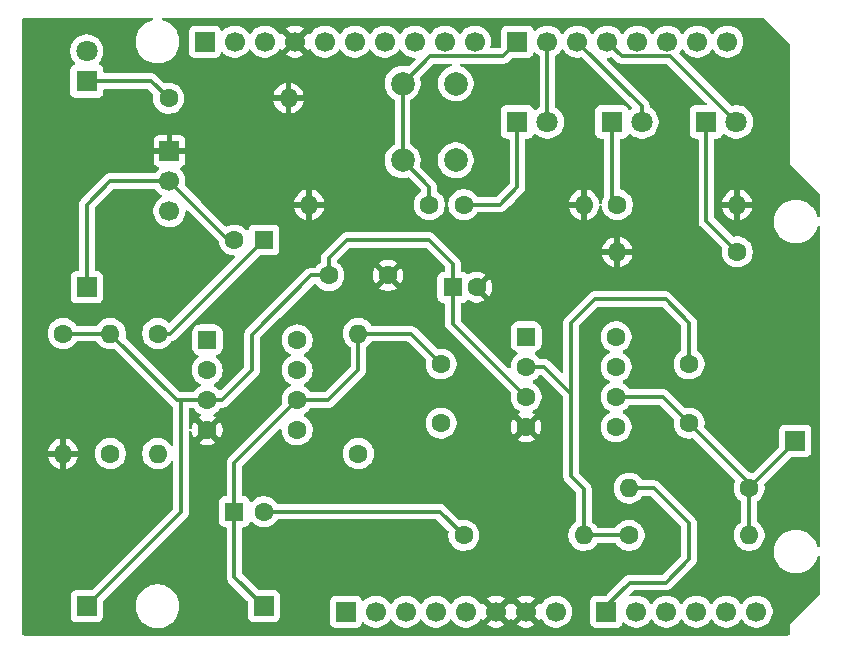
<source format=gbr>
%TF.GenerationSoftware,KiCad,Pcbnew,9.0.1*%
%TF.CreationDate,2025-05-17T19:15:48+02:00*%
%TF.ProjectId,Bandpass_Filter,42616e64-7061-4737-935f-46696c746572,v1*%
%TF.SameCoordinates,Original*%
%TF.FileFunction,Copper,L1,Top*%
%TF.FilePolarity,Positive*%
%FSLAX46Y46*%
G04 Gerber Fmt 4.6, Leading zero omitted, Abs format (unit mm)*
G04 Created by KiCad (PCBNEW 9.0.1) date 2025-05-17 19:15:48*
%MOMM*%
%LPD*%
G01*
G04 APERTURE LIST*
G04 Aperture macros list*
%AMRoundRect*
0 Rectangle with rounded corners*
0 $1 Rounding radius*
0 $2 $3 $4 $5 $6 $7 $8 $9 X,Y pos of 4 corners*
0 Add a 4 corners polygon primitive as box body*
4,1,4,$2,$3,$4,$5,$6,$7,$8,$9,$2,$3,0*
0 Add four circle primitives for the rounded corners*
1,1,$1+$1,$2,$3*
1,1,$1+$1,$4,$5*
1,1,$1+$1,$6,$7*
1,1,$1+$1,$8,$9*
0 Add four rect primitives between the rounded corners*
20,1,$1+$1,$2,$3,$4,$5,0*
20,1,$1+$1,$4,$5,$6,$7,0*
20,1,$1+$1,$6,$7,$8,$9,0*
20,1,$1+$1,$8,$9,$2,$3,0*%
G04 Aperture macros list end*
%TA.AperFunction,ComponentPad*%
%ADD10R,1.800000X1.800000*%
%TD*%
%TA.AperFunction,ComponentPad*%
%ADD11C,1.800000*%
%TD*%
%TA.AperFunction,ComponentPad*%
%ADD12C,1.600000*%
%TD*%
%TA.AperFunction,ComponentPad*%
%ADD13O,1.600000X1.600000*%
%TD*%
%TA.AperFunction,ComponentPad*%
%ADD14R,1.700000X1.700000*%
%TD*%
%TA.AperFunction,ComponentPad*%
%ADD15R,1.600000X1.600000*%
%TD*%
%TA.AperFunction,ComponentPad*%
%ADD16RoundRect,0.250000X-0.550000X-0.550000X0.550000X-0.550000X0.550000X0.550000X-0.550000X0.550000X0*%
%TD*%
%TA.AperFunction,ComponentPad*%
%ADD17C,2.000000*%
%TD*%
%TA.AperFunction,ComponentPad*%
%ADD18C,1.700000*%
%TD*%
%TA.AperFunction,Conductor*%
%ADD19C,0.300000*%
%TD*%
G04 APERTURE END LIST*
D10*
%TO.P,D1,1,K*%
%TO.N,Net-(D1-K)*%
X106000000Y-52540000D03*
D11*
%TO.P,D1,2,A*%
%TO.N,+5V*%
X106000000Y-50000000D03*
%TD*%
D12*
%TO.P,R11,1*%
%TO.N,Net-(D3-K)*%
X150920000Y-63000000D03*
D13*
%TO.P,R11,2*%
%TO.N,GND*%
X161080000Y-63000000D03*
%TD*%
D12*
%TO.P,R2,1*%
%TO.N,/V_cm*%
X104000000Y-73920000D03*
D13*
%TO.P,R2,2*%
%TO.N,GND*%
X104000000Y-84080000D03*
%TD*%
D12*
%TO.P,C6,1*%
%TO.N,Net-(U1--)*%
X157000000Y-76500000D03*
%TO.P,C6,2*%
%TO.N,Net-(C6-Pad2)*%
X157000000Y-81500000D03*
%TD*%
%TO.P,R7,1*%
%TO.N,Net-(C6-Pad2)*%
X162080000Y-87000000D03*
D13*
%TO.P,R7,2*%
%TO.N,/A0*%
X151920000Y-87000000D03*
%TD*%
D12*
%TO.P,R9,1*%
%TO.N,/7*%
X135000000Y-63000000D03*
D13*
%TO.P,R9,2*%
%TO.N,GND*%
X124840000Y-63000000D03*
%TD*%
D14*
%TO.P,TP2,1,1*%
%TO.N,Net-(C6-Pad2)*%
X166000000Y-83000000D03*
%TD*%
D12*
%TO.P,R8,1*%
%TO.N,Net-(D1-K)*%
X112920000Y-54000000D03*
D13*
%TO.P,R8,2*%
%TO.N,GND*%
X123080000Y-54000000D03*
%TD*%
D14*
%TO.P,TP3,1,1*%
%TO.N,/Radar_input*%
X106000000Y-70000000D03*
%TD*%
D10*
%TO.P,D2,1,K*%
%TO.N,Net-(D2-K)*%
X142460000Y-56000000D03*
D11*
%TO.P,D2,2,A*%
%TO.N,/\u002A6*%
X145000000Y-56000000D03*
%TD*%
D12*
%TO.P,C4,1*%
%TO.N,/V_cm*%
X126500000Y-69000000D03*
%TO.P,C4,2*%
%TO.N,GND*%
X131500000Y-69000000D03*
%TD*%
D14*
%TO.P,TP1,1,1*%
%TO.N,Net-(C3-Pad2)*%
X121000000Y-97000000D03*
%TD*%
D15*
%TO.P,C2,1*%
%TO.N,/V_cm*%
X137000000Y-70000000D03*
D12*
%TO.P,C2,2*%
%TO.N,GND*%
X139000000Y-70000000D03*
%TD*%
D16*
%TO.P,U3,1,NC*%
%TO.N,unconnected-(U3-NC-Pad1)*%
X116195000Y-74460000D03*
D12*
%TO.P,U3,2,-*%
%TO.N,Net-(U3--)*%
X116195000Y-77000000D03*
%TO.P,U3,3,+*%
%TO.N,/V_cm*%
X116195000Y-79540000D03*
%TO.P,U3,4,V-*%
%TO.N,GND*%
X116195000Y-82080000D03*
%TO.P,U3,5,NC*%
%TO.N,unconnected-(U3-NC-Pad5)*%
X123815000Y-82080000D03*
%TO.P,U3,6*%
%TO.N,Net-(C3-Pad2)*%
X123815000Y-79540000D03*
%TO.P,U3,7,V+*%
%TO.N,+5V*%
X123815000Y-77000000D03*
%TO.P,U3,8,NC*%
%TO.N,unconnected-(U3-NC-Pad8)*%
X123815000Y-74460000D03*
%TD*%
%TO.P,R1,1*%
%TO.N,+5V*%
X108000000Y-84080000D03*
D13*
%TO.P,R1,2*%
%TO.N,/V_cm*%
X108000000Y-73920000D03*
%TD*%
D12*
%TO.P,R12,1*%
%TO.N,Net-(D4-K)*%
X161080000Y-67000000D03*
D13*
%TO.P,R12,2*%
%TO.N,GND*%
X150920000Y-67000000D03*
%TD*%
D15*
%TO.P,C5,1*%
%TO.N,Net-(C3-Pad2)*%
X118500000Y-89000000D03*
D12*
%TO.P,C5,2*%
%TO.N,Net-(C5-Pad2)*%
X121000000Y-89000000D03*
%TD*%
D10*
%TO.P,D3,1,K*%
%TO.N,Net-(D3-K)*%
X150460000Y-56000000D03*
D11*
%TO.P,D3,2,A*%
%TO.N,/\u002A5*%
X153000000Y-56000000D03*
%TD*%
D12*
%TO.P,R5,1*%
%TO.N,Net-(C5-Pad2)*%
X137920000Y-91000000D03*
D13*
%TO.P,R5,2*%
%TO.N,Net-(U1--)*%
X148080000Y-91000000D03*
%TD*%
D12*
%TO.P,C3,1*%
%TO.N,Net-(U3--)*%
X136000000Y-81500000D03*
%TO.P,C3,2*%
%TO.N,Net-(C3-Pad2)*%
X136000000Y-76500000D03*
%TD*%
%TO.P,R4,1*%
%TO.N,Net-(U3--)*%
X129000000Y-84080000D03*
D13*
%TO.P,R4,2*%
%TO.N,Net-(C3-Pad2)*%
X129000000Y-73920000D03*
%TD*%
D12*
%TO.P,R6,1*%
%TO.N,Net-(U1--)*%
X151920000Y-91000000D03*
D13*
%TO.P,R6,2*%
%TO.N,Net-(C6-Pad2)*%
X162080000Y-91000000D03*
%TD*%
D17*
%TO.P,SW1,1,1*%
%TO.N,/7*%
X132750000Y-59250000D03*
X132750000Y-52750000D03*
%TO.P,SW1,2,2*%
%TO.N,+5V*%
X137250000Y-59250000D03*
X137250000Y-52750000D03*
%TD*%
D10*
%TO.P,D4,1,K*%
%TO.N,Net-(D4-K)*%
X158460000Y-56000000D03*
D11*
%TO.P,D4,2,A*%
%TO.N,/4*%
X161000000Y-56000000D03*
%TD*%
D15*
%TO.P,C1,1*%
%TO.N,Net-(C1-Pad1)*%
X121000000Y-66000000D03*
D12*
%TO.P,C1,2*%
%TO.N,/Radar_input*%
X118500000Y-66000000D03*
%TD*%
D16*
%TO.P,U1,1,NC*%
%TO.N,unconnected-(U1-NC-Pad1)*%
X143195000Y-74190000D03*
D12*
%TO.P,U1,2,-*%
%TO.N,Net-(U1--)*%
X143195000Y-76730000D03*
%TO.P,U1,3,+*%
%TO.N,/V_cm*%
X143195000Y-79270000D03*
%TO.P,U1,4,V-*%
%TO.N,GND*%
X143195000Y-81810000D03*
%TO.P,U1,5,NC*%
%TO.N,unconnected-(U1-NC-Pad5)*%
X150815000Y-81810000D03*
%TO.P,U1,6*%
%TO.N,Net-(C6-Pad2)*%
X150815000Y-79270000D03*
%TO.P,U1,7,V+*%
%TO.N,+5V*%
X150815000Y-76730000D03*
%TO.P,U1,8,NC*%
%TO.N,unconnected-(U1-NC-Pad8)*%
X150815000Y-74190000D03*
%TD*%
%TO.P,R10,1*%
%TO.N,Net-(D2-K)*%
X137920000Y-63000000D03*
D13*
%TO.P,R10,2*%
%TO.N,GND*%
X148080000Y-63000000D03*
%TD*%
D14*
%TO.P,TP4,1,1*%
%TO.N,/V_cm*%
X106000000Y-97000000D03*
%TD*%
D12*
%TO.P,R3,1*%
%TO.N,Net-(C1-Pad1)*%
X112000000Y-73920000D03*
D13*
%TO.P,R3,2*%
%TO.N,Net-(U3--)*%
X112000000Y-84080000D03*
%TD*%
D14*
%TO.P,J5,1,Pin_1*%
%TO.N,GND*%
X113000000Y-58475000D03*
D18*
%TO.P,J5,2,Pin_2*%
%TO.N,/Radar_input*%
X113000000Y-61015000D03*
%TO.P,J5,3,Pin_3*%
%TO.N,+5V*%
X113000000Y-63555000D03*
%TD*%
D14*
%TO.P,J1,1,Pin_1*%
%TO.N,unconnected-(J1-Pin_1-Pad1)*%
X127940000Y-97460000D03*
D18*
%TO.P,J1,2,Pin_2*%
%TO.N,/IOREF*%
X130480000Y-97460000D03*
%TO.P,J1,3,Pin_3*%
%TO.N,/~{RESET}*%
X133020000Y-97460000D03*
%TO.P,J1,4,Pin_4*%
%TO.N,unconnected-(J1-Pin_4-Pad4)*%
X135560000Y-97460000D03*
%TO.P,J1,5,Pin_5*%
%TO.N,+5V*%
X138100000Y-97460000D03*
%TO.P,J1,6,Pin_6*%
%TO.N,GND*%
X140640000Y-97460000D03*
%TO.P,J1,7,Pin_7*%
X143180000Y-97460000D03*
%TO.P,J1,8,Pin_8*%
%TO.N,unconnected-(J1-Pin_8-Pad8)*%
X145720000Y-97460000D03*
%TD*%
D14*
%TO.P,J3,1,Pin_1*%
%TO.N,/A0*%
X150000000Y-97460000D03*
D18*
%TO.P,J3,2,Pin_2*%
%TO.N,/A1*%
X152540000Y-97460000D03*
%TO.P,J3,3,Pin_3*%
%TO.N,/A2*%
X155080000Y-97460000D03*
%TO.P,J3,4,Pin_4*%
%TO.N,/A3*%
X157620000Y-97460000D03*
%TO.P,J3,5,Pin_5*%
%TO.N,/SDA{slash}A4*%
X160160000Y-97460000D03*
%TO.P,J3,6,Pin_6*%
%TO.N,/SCL{slash}A5*%
X162700000Y-97460000D03*
%TD*%
D14*
%TO.P,J2,1,Pin_1*%
%TO.N,/SCL{slash}A5*%
X116000000Y-49200000D03*
D18*
%TO.P,J2,2,Pin_2*%
%TO.N,/SDA{slash}A4*%
X118540000Y-49200000D03*
%TO.P,J2,3,Pin_3*%
%TO.N,/AREF*%
X121080000Y-49200000D03*
%TO.P,J2,4,Pin_4*%
%TO.N,GND*%
X123620000Y-49200000D03*
%TO.P,J2,5,Pin_5*%
%TO.N,/13*%
X126160000Y-49200000D03*
%TO.P,J2,6,Pin_6*%
%TO.N,/12*%
X128700000Y-49200000D03*
%TO.P,J2,7,Pin_7*%
%TO.N,/\u002A11*%
X131240000Y-49200000D03*
%TO.P,J2,8,Pin_8*%
%TO.N,/\u002A10*%
X133780000Y-49200000D03*
%TO.P,J2,9,Pin_9*%
%TO.N,/\u002A9*%
X136320000Y-49200000D03*
%TO.P,J2,10,Pin_10*%
%TO.N,/8*%
X138860000Y-49200000D03*
%TD*%
D14*
%TO.P,J4,1,Pin_1*%
%TO.N,/7*%
X142460000Y-49200000D03*
D18*
%TO.P,J4,2,Pin_2*%
%TO.N,/\u002A6*%
X145000000Y-49200000D03*
%TO.P,J4,3,Pin_3*%
%TO.N,/\u002A5*%
X147540000Y-49200000D03*
%TO.P,J4,4,Pin_4*%
%TO.N,/4*%
X150080000Y-49200000D03*
%TO.P,J4,5,Pin_5*%
%TO.N,/\u002A3*%
X152620000Y-49200000D03*
%TO.P,J4,6,Pin_6*%
%TO.N,/2*%
X155160000Y-49200000D03*
%TO.P,J4,7,Pin_7*%
%TO.N,/TX{slash}1*%
X157700000Y-49200000D03*
%TO.P,J4,8,Pin_8*%
%TO.N,/RX{slash}0*%
X160240000Y-49200000D03*
%TD*%
D19*
%TO.N,/A0*%
X150000000Y-97000000D02*
X150000000Y-97460000D01*
X157000000Y-90000000D02*
X157000000Y-93000000D01*
X150540000Y-97460000D02*
X150000000Y-97460000D01*
X155000000Y-95000000D02*
X152000000Y-95000000D01*
X157000000Y-93000000D02*
X155000000Y-95000000D01*
X154000000Y-87000000D02*
X157000000Y-90000000D01*
X152000000Y-95000000D02*
X150000000Y-97000000D01*
X151920000Y-87000000D02*
X154000000Y-87000000D01*
%TO.N,/7*%
X132750000Y-59250000D02*
X135000000Y-61500000D01*
X135099000Y-50401000D02*
X141259000Y-50401000D01*
X132750000Y-52750000D02*
X135099000Y-50401000D01*
X141259000Y-50401000D02*
X142460000Y-49200000D01*
X135000000Y-61500000D02*
X135000000Y-63000000D01*
X132750000Y-59250000D02*
X132750000Y-59750000D01*
X132750000Y-52750000D02*
X132750000Y-59250000D01*
%TO.N,/4*%
X151281000Y-50401000D02*
X150080000Y-49200000D01*
X161000000Y-56000000D02*
X155401000Y-50401000D01*
X155401000Y-50401000D02*
X151281000Y-50401000D01*
%TO.N,/\u002A6*%
X145000000Y-56000000D02*
X145000000Y-49200000D01*
%TO.N,/\u002A5*%
X153000000Y-54660000D02*
X147540000Y-49200000D01*
X153000000Y-56000000D02*
X153000000Y-54660000D01*
%TO.N,/Radar_input*%
X108000000Y-61000000D02*
X108015000Y-61015000D01*
X113000000Y-61015000D02*
X117985000Y-66000000D01*
X117985000Y-66000000D02*
X118500000Y-66000000D01*
X106000000Y-70000000D02*
X106000000Y-63000000D01*
X106000000Y-63000000D02*
X108000000Y-61000000D01*
X108015000Y-61015000D02*
X113000000Y-61015000D01*
%TO.N,Net-(C1-Pad1)*%
X112000000Y-73920000D02*
X113080000Y-73920000D01*
X113080000Y-73920000D02*
X121000000Y-66000000D01*
%TO.N,/V_cm*%
X126500000Y-69000000D02*
X125000000Y-69000000D01*
X135000000Y-66000000D02*
X137000000Y-68000000D01*
X104000000Y-73920000D02*
X108000000Y-73920000D01*
X114000000Y-89000000D02*
X114000000Y-79540000D01*
X117460000Y-79540000D02*
X116195000Y-79540000D01*
X113620000Y-79540000D02*
X114000000Y-79540000D01*
X137000000Y-68000000D02*
X137000000Y-70000000D01*
X120000000Y-77000000D02*
X117460000Y-79540000D01*
X108000000Y-73920000D02*
X113620000Y-79540000D01*
X126500000Y-67500000D02*
X128000000Y-66000000D01*
X125000000Y-69000000D02*
X120000000Y-74000000D01*
X126500000Y-69000000D02*
X126500000Y-67500000D01*
X114000000Y-79540000D02*
X116195000Y-79540000D01*
X128000000Y-66000000D02*
X135000000Y-66000000D01*
X106000000Y-97000000D02*
X114000000Y-89000000D01*
X137000000Y-70000000D02*
X137000000Y-73075000D01*
X120000000Y-74000000D02*
X120000000Y-77000000D01*
X137000000Y-73075000D02*
X143195000Y-79270000D01*
%TO.N,Net-(C3-Pad2)*%
X126460000Y-79540000D02*
X123815000Y-79540000D01*
X118500000Y-84855000D02*
X123815000Y-79540000D01*
X129000000Y-73920000D02*
X129000000Y-77000000D01*
X118500000Y-89000000D02*
X118500000Y-94500000D01*
X118500000Y-94500000D02*
X121000000Y-97000000D01*
X129000000Y-77000000D02*
X126460000Y-79540000D01*
X129000000Y-73920000D02*
X133420000Y-73920000D01*
X133420000Y-73920000D02*
X136000000Y-76500000D01*
X118500000Y-89000000D02*
X118500000Y-84855000D01*
%TO.N,Net-(C5-Pad2)*%
X121000000Y-89000000D02*
X135920000Y-89000000D01*
X135920000Y-89000000D02*
X137920000Y-91000000D01*
%TO.N,Net-(U1--)*%
X144730000Y-76730000D02*
X147000000Y-79000000D01*
X147000000Y-86000000D02*
X148080000Y-87080000D01*
X157000000Y-76500000D02*
X157000000Y-73000000D01*
X148080000Y-91000000D02*
X151920000Y-91000000D01*
X148080000Y-87080000D02*
X148080000Y-91000000D01*
X143195000Y-76730000D02*
X144730000Y-76730000D01*
X147000000Y-73000000D02*
X147000000Y-79000000D01*
X149000000Y-71000000D02*
X147000000Y-73000000D01*
X155000000Y-71000000D02*
X149000000Y-71000000D01*
X157000000Y-73000000D02*
X155000000Y-71000000D01*
X147000000Y-79000000D02*
X147000000Y-86000000D01*
%TO.N,Net-(C6-Pad2)*%
X166000000Y-83000000D02*
X166000000Y-83080000D01*
X162080000Y-87000000D02*
X162080000Y-91000000D01*
X166000000Y-83080000D02*
X162080000Y-87000000D01*
X150815000Y-79270000D02*
X154770000Y-79270000D01*
X154770000Y-79270000D02*
X157000000Y-81500000D01*
X157000000Y-81500000D02*
X162080000Y-86580000D01*
X162080000Y-86580000D02*
X162080000Y-87000000D01*
%TO.N,Net-(D1-K)*%
X106000000Y-52540000D02*
X111460000Y-52540000D01*
X111460000Y-52540000D02*
X112920000Y-54000000D01*
%TO.N,Net-(D2-K)*%
X142460000Y-61540000D02*
X142460000Y-56000000D01*
X137920000Y-63000000D02*
X141000000Y-63000000D01*
X141000000Y-63000000D02*
X142460000Y-61540000D01*
%TO.N,Net-(D3-K)*%
X150460000Y-62540000D02*
X150920000Y-63000000D01*
X150460000Y-56000000D02*
X150460000Y-62540000D01*
%TO.N,Net-(D4-K)*%
X158460000Y-56000000D02*
X158460000Y-64380000D01*
X158460000Y-64380000D02*
X161080000Y-67000000D01*
%TD*%
%TA.AperFunction,Conductor*%
%TO.N,GND*%
G36*
X115059892Y-80218185D02*
G01*
X115093171Y-80249615D01*
X115196926Y-80392424D01*
X115342571Y-80538069D01*
X115342576Y-80538073D01*
X115450129Y-80616214D01*
X115509197Y-80659129D01*
X115597819Y-80704284D01*
X115648615Y-80752259D01*
X115665410Y-80820080D01*
X115642873Y-80886214D01*
X115597820Y-80925253D01*
X115513648Y-80968141D01*
X115513645Y-80968143D01*
X115469077Y-81000523D01*
X115469077Y-81000524D01*
X116148554Y-81680000D01*
X116142339Y-81680000D01*
X116040606Y-81707259D01*
X115949394Y-81759920D01*
X115874920Y-81834394D01*
X115822259Y-81925606D01*
X115795000Y-82027339D01*
X115795000Y-82033553D01*
X115115524Y-81354077D01*
X115115523Y-81354077D01*
X115083143Y-81398644D01*
X114990244Y-81580968D01*
X114927009Y-81775582D01*
X114904973Y-81914716D01*
X114875044Y-81977851D01*
X114815732Y-82014782D01*
X114745870Y-82013784D01*
X114687637Y-81975174D01*
X114659523Y-81911210D01*
X114658500Y-81895318D01*
X114658500Y-80322500D01*
X114661050Y-80313814D01*
X114659762Y-80304853D01*
X114670740Y-80280812D01*
X114678185Y-80255461D01*
X114685025Y-80249533D01*
X114688787Y-80241297D01*
X114711021Y-80227007D01*
X114730989Y-80209706D01*
X114741503Y-80207418D01*
X114747565Y-80203523D01*
X114782500Y-80198500D01*
X114992853Y-80198500D01*
X115059892Y-80218185D01*
G37*
%TD.AperFunction*%
%TA.AperFunction,Conductor*%
G36*
X111586900Y-47180185D02*
G01*
X111632655Y-47232989D01*
X111642599Y-47302147D01*
X111613574Y-47365703D01*
X111554796Y-47403477D01*
X111551999Y-47404262D01*
X111485803Y-47422000D01*
X111403895Y-47443947D01*
X111179794Y-47536773D01*
X111179785Y-47536777D01*
X110969706Y-47658067D01*
X110777263Y-47805733D01*
X110777256Y-47805739D01*
X110605739Y-47977256D01*
X110605733Y-47977263D01*
X110458067Y-48169706D01*
X110336777Y-48379785D01*
X110336773Y-48379794D01*
X110243947Y-48603895D01*
X110181161Y-48838214D01*
X110149500Y-49078711D01*
X110149500Y-49321288D01*
X110181161Y-49561785D01*
X110243947Y-49796104D01*
X110336773Y-50020205D01*
X110336776Y-50020212D01*
X110458064Y-50230289D01*
X110458066Y-50230292D01*
X110458067Y-50230293D01*
X110605733Y-50422736D01*
X110605739Y-50422743D01*
X110777256Y-50594260D01*
X110777262Y-50594265D01*
X110969711Y-50741936D01*
X111179788Y-50863224D01*
X111403900Y-50956054D01*
X111638211Y-51018838D01*
X111818586Y-51042584D01*
X111878711Y-51050500D01*
X111878712Y-51050500D01*
X112121289Y-51050500D01*
X112169388Y-51044167D01*
X112361789Y-51018838D01*
X112596100Y-50956054D01*
X112820212Y-50863224D01*
X113030289Y-50741936D01*
X113222738Y-50594265D01*
X113394265Y-50422738D01*
X113541936Y-50230289D01*
X113663224Y-50020212D01*
X113756054Y-49796100D01*
X113818838Y-49561789D01*
X113850500Y-49321288D01*
X113850500Y-49078712D01*
X113818838Y-48838211D01*
X113756054Y-48603900D01*
X113663224Y-48379788D01*
X113617935Y-48301345D01*
X114641500Y-48301345D01*
X114641500Y-50098654D01*
X114648011Y-50159202D01*
X114648011Y-50159204D01*
X114686598Y-50262656D01*
X114699111Y-50296204D01*
X114786739Y-50413261D01*
X114903796Y-50500889D01*
X115040799Y-50551989D01*
X115068050Y-50554918D01*
X115101345Y-50558499D01*
X115101362Y-50558500D01*
X116898638Y-50558500D01*
X116898654Y-50558499D01*
X116925692Y-50555591D01*
X116959201Y-50551989D01*
X117096204Y-50500889D01*
X117213261Y-50413261D01*
X117300889Y-50296204D01*
X117345957Y-50175371D01*
X117387827Y-50119442D01*
X117453291Y-50095025D01*
X117521564Y-50109877D01*
X117549818Y-50131028D01*
X117654996Y-50236206D01*
X117827991Y-50361894D01*
X117881500Y-50389158D01*
X118018516Y-50458972D01*
X118018519Y-50458973D01*
X118120200Y-50492010D01*
X118221884Y-50525049D01*
X118433084Y-50558500D01*
X118433085Y-50558500D01*
X118646915Y-50558500D01*
X118646916Y-50558500D01*
X118858116Y-50525049D01*
X119061483Y-50458972D01*
X119252009Y-50361894D01*
X119425004Y-50236206D01*
X119576206Y-50085004D01*
X119701894Y-49912009D01*
X119701896Y-49912004D01*
X119704270Y-49908132D01*
X119756080Y-49861254D01*
X119825009Y-49849829D01*
X119889173Y-49877483D01*
X119915730Y-49908132D01*
X119918103Y-49912005D01*
X119918105Y-49912008D01*
X119918106Y-49912009D01*
X120043794Y-50085004D01*
X120194996Y-50236206D01*
X120367991Y-50361894D01*
X120421500Y-50389158D01*
X120558516Y-50458972D01*
X120558519Y-50458973D01*
X120660200Y-50492010D01*
X120761884Y-50525049D01*
X120973084Y-50558500D01*
X120973085Y-50558500D01*
X121186915Y-50558500D01*
X121186916Y-50558500D01*
X121398116Y-50525049D01*
X121601483Y-50458972D01*
X121792009Y-50361894D01*
X121965004Y-50236206D01*
X122116206Y-50085004D01*
X122241894Y-49912009D01*
X122244283Y-49907319D01*
X122292254Y-49856522D01*
X122360074Y-49839724D01*
X122426210Y-49862258D01*
X122462196Y-49903783D01*
X122462829Y-49903396D01*
X122465167Y-49907211D01*
X122465251Y-49907308D01*
X122465371Y-49907545D01*
X122465373Y-49907547D01*
X122504728Y-49961716D01*
X123137037Y-49329408D01*
X123154075Y-49392993D01*
X123219901Y-49507007D01*
X123312993Y-49600099D01*
X123427007Y-49665925D01*
X123490590Y-49682962D01*
X122858282Y-50315269D01*
X122858282Y-50315270D01*
X122912449Y-50354624D01*
X123101782Y-50451095D01*
X123303870Y-50516757D01*
X123513754Y-50550000D01*
X123726246Y-50550000D01*
X123936127Y-50516757D01*
X123936130Y-50516757D01*
X124138217Y-50451095D01*
X124327554Y-50354622D01*
X124381716Y-50315270D01*
X124381717Y-50315270D01*
X123749408Y-49682962D01*
X123812993Y-49665925D01*
X123927007Y-49600099D01*
X124020099Y-49507007D01*
X124085925Y-49392993D01*
X124102962Y-49329408D01*
X124735270Y-49961717D01*
X124735270Y-49961716D01*
X124774621Y-49907556D01*
X124774738Y-49907327D01*
X124774808Y-49907252D01*
X124777168Y-49903402D01*
X124777976Y-49903897D01*
X124822707Y-49856526D01*
X124890526Y-49839723D01*
X124956663Y-49862254D01*
X124995712Y-49907311D01*
X124998105Y-49912008D01*
X125034220Y-49961716D01*
X125123794Y-50085004D01*
X125274996Y-50236206D01*
X125447991Y-50361894D01*
X125501500Y-50389158D01*
X125638516Y-50458972D01*
X125638519Y-50458973D01*
X125740200Y-50492010D01*
X125841884Y-50525049D01*
X126053084Y-50558500D01*
X126053085Y-50558500D01*
X126266915Y-50558500D01*
X126266916Y-50558500D01*
X126478116Y-50525049D01*
X126681483Y-50458972D01*
X126872009Y-50361894D01*
X127045004Y-50236206D01*
X127196206Y-50085004D01*
X127321894Y-49912009D01*
X127321896Y-49912004D01*
X127324270Y-49908132D01*
X127376080Y-49861254D01*
X127445009Y-49849829D01*
X127509173Y-49877483D01*
X127535730Y-49908132D01*
X127538103Y-49912005D01*
X127538105Y-49912008D01*
X127538106Y-49912009D01*
X127663794Y-50085004D01*
X127814996Y-50236206D01*
X127987991Y-50361894D01*
X128041500Y-50389158D01*
X128178516Y-50458972D01*
X128178519Y-50458973D01*
X128280200Y-50492010D01*
X128381884Y-50525049D01*
X128593084Y-50558500D01*
X128593085Y-50558500D01*
X128806915Y-50558500D01*
X128806916Y-50558500D01*
X129018116Y-50525049D01*
X129221483Y-50458972D01*
X129412009Y-50361894D01*
X129585004Y-50236206D01*
X129736206Y-50085004D01*
X129861894Y-49912009D01*
X129861896Y-49912004D01*
X129864270Y-49908132D01*
X129916080Y-49861254D01*
X129985009Y-49849829D01*
X130049173Y-49877483D01*
X130075730Y-49908132D01*
X130078103Y-49912005D01*
X130078105Y-49912008D01*
X130078106Y-49912009D01*
X130203794Y-50085004D01*
X130354996Y-50236206D01*
X130527991Y-50361894D01*
X130581500Y-50389158D01*
X130718516Y-50458972D01*
X130718519Y-50458973D01*
X130820200Y-50492010D01*
X130921884Y-50525049D01*
X131133084Y-50558500D01*
X131133085Y-50558500D01*
X131346915Y-50558500D01*
X131346916Y-50558500D01*
X131558116Y-50525049D01*
X131761483Y-50458972D01*
X131952009Y-50361894D01*
X132125004Y-50236206D01*
X132276206Y-50085004D01*
X132401894Y-49912009D01*
X132401896Y-49912004D01*
X132404270Y-49908132D01*
X132456080Y-49861254D01*
X132525009Y-49849829D01*
X132589173Y-49877483D01*
X132615730Y-49908132D01*
X132618103Y-49912005D01*
X132618105Y-49912008D01*
X132618106Y-49912009D01*
X132743794Y-50085004D01*
X132894996Y-50236206D01*
X133067991Y-50361894D01*
X133121500Y-50389158D01*
X133258516Y-50458972D01*
X133258519Y-50458973D01*
X133360200Y-50492010D01*
X133461884Y-50525049D01*
X133673084Y-50558500D01*
X133673085Y-50558500D01*
X133710877Y-50558500D01*
X133777916Y-50578185D01*
X133823671Y-50630989D01*
X133833615Y-50700147D01*
X133804590Y-50763703D01*
X133798558Y-50770181D01*
X133298003Y-51270735D01*
X133236680Y-51304220D01*
X133172006Y-51300986D01*
X133103240Y-51278643D01*
X132868727Y-51241500D01*
X132868722Y-51241500D01*
X132631278Y-51241500D01*
X132631273Y-51241500D01*
X132396758Y-51278643D01*
X132170932Y-51352019D01*
X131959372Y-51459815D01*
X131767275Y-51599382D01*
X131599382Y-51767275D01*
X131459815Y-51959372D01*
X131352019Y-52170932D01*
X131278643Y-52396758D01*
X131241500Y-52631272D01*
X131241500Y-52868727D01*
X131278643Y-53103241D01*
X131352019Y-53329067D01*
X131433325Y-53488637D01*
X131459815Y-53540627D01*
X131599380Y-53732722D01*
X131767278Y-53900620D01*
X131959373Y-54040185D01*
X132023795Y-54073009D01*
X132074590Y-54120981D01*
X132091500Y-54183493D01*
X132091500Y-57816505D01*
X132071815Y-57883544D01*
X132023795Y-57926989D01*
X131959377Y-57959811D01*
X131767275Y-58099382D01*
X131599382Y-58267275D01*
X131459815Y-58459372D01*
X131352019Y-58670932D01*
X131278643Y-58896758D01*
X131241500Y-59131272D01*
X131241500Y-59368727D01*
X131278643Y-59603241D01*
X131352019Y-59829067D01*
X131459815Y-60040627D01*
X131599380Y-60232722D01*
X131767278Y-60400620D01*
X131959373Y-60540185D01*
X132059328Y-60591114D01*
X132170932Y-60647980D01*
X132170934Y-60647980D01*
X132170937Y-60647982D01*
X132291984Y-60687312D01*
X132396758Y-60721356D01*
X132631273Y-60758500D01*
X132631278Y-60758500D01*
X132868727Y-60758500D01*
X132999010Y-60737864D01*
X133103241Y-60721356D01*
X133172005Y-60699012D01*
X133241845Y-60697018D01*
X133298003Y-60729263D01*
X134289965Y-61721225D01*
X134323450Y-61782548D01*
X134318466Y-61852240D01*
X134276594Y-61908173D01*
X134275170Y-61909224D01*
X134147571Y-62001930D01*
X134001930Y-62147571D01*
X134001926Y-62147576D01*
X133880873Y-62314193D01*
X133787367Y-62497705D01*
X133723719Y-62693591D01*
X133691500Y-62897019D01*
X133691500Y-63102980D01*
X133723719Y-63306408D01*
X133787367Y-63502294D01*
X133851671Y-63628496D01*
X133871264Y-63666949D01*
X133880873Y-63685806D01*
X134001926Y-63852423D01*
X134001930Y-63852428D01*
X134147571Y-63998069D01*
X134147576Y-63998073D01*
X134257878Y-64078211D01*
X134314197Y-64119129D01*
X134431128Y-64178709D01*
X134497705Y-64212632D01*
X134497707Y-64212632D01*
X134497710Y-64212634D01*
X134602707Y-64246749D01*
X134693591Y-64276280D01*
X134795305Y-64292390D01*
X134897019Y-64308500D01*
X134897020Y-64308500D01*
X135102980Y-64308500D01*
X135102981Y-64308500D01*
X135306408Y-64276280D01*
X135502290Y-64212634D01*
X135685803Y-64119129D01*
X135852430Y-63998068D01*
X135998068Y-63852430D01*
X136119129Y-63685803D01*
X136212634Y-63502290D01*
X136276280Y-63306408D01*
X136308500Y-63102981D01*
X136308500Y-62897019D01*
X136294389Y-62807928D01*
X136276280Y-62693591D01*
X136219485Y-62518796D01*
X136212634Y-62497710D01*
X136212632Y-62497707D01*
X136212632Y-62497705D01*
X136158123Y-62390727D01*
X136119129Y-62314197D01*
X136058746Y-62231086D01*
X135998073Y-62147576D01*
X135998069Y-62147571D01*
X135852428Y-62001930D01*
X135852423Y-62001926D01*
X135709615Y-61898170D01*
X135666949Y-61842840D01*
X135658500Y-61797852D01*
X135658500Y-61435142D01*
X135658499Y-61435141D01*
X135641151Y-61347923D01*
X135633195Y-61307923D01*
X135598094Y-61223183D01*
X135583555Y-61188083D01*
X135554690Y-61144883D01*
X135511491Y-61080231D01*
X135511489Y-61080228D01*
X135511488Y-61080227D01*
X134229263Y-59798003D01*
X134195778Y-59736680D01*
X134199013Y-59672004D01*
X134221356Y-59603241D01*
X134248419Y-59432372D01*
X134258500Y-59368727D01*
X134258500Y-59131272D01*
X135741500Y-59131272D01*
X135741500Y-59368727D01*
X135778643Y-59603241D01*
X135852019Y-59829067D01*
X135959815Y-60040627D01*
X136099380Y-60232722D01*
X136267278Y-60400620D01*
X136459373Y-60540185D01*
X136559328Y-60591114D01*
X136670932Y-60647980D01*
X136670934Y-60647980D01*
X136670937Y-60647982D01*
X136791984Y-60687312D01*
X136896758Y-60721356D01*
X137131273Y-60758500D01*
X137131278Y-60758500D01*
X137368727Y-60758500D01*
X137603241Y-60721356D01*
X137829063Y-60647982D01*
X138040627Y-60540185D01*
X138232722Y-60400620D01*
X138400620Y-60232722D01*
X138540185Y-60040627D01*
X138647982Y-59829063D01*
X138721356Y-59603241D01*
X138748419Y-59432372D01*
X138758500Y-59368727D01*
X138758500Y-59131272D01*
X138721356Y-58896758D01*
X138647980Y-58670932D01*
X138540184Y-58459372D01*
X138503713Y-58409174D01*
X138400620Y-58267278D01*
X138232722Y-58099380D01*
X138040627Y-57959815D01*
X138040619Y-57959811D01*
X137829067Y-57852019D01*
X137603241Y-57778643D01*
X137368727Y-57741500D01*
X137368722Y-57741500D01*
X137131278Y-57741500D01*
X137131273Y-57741500D01*
X136896758Y-57778643D01*
X136670932Y-57852019D01*
X136459372Y-57959815D01*
X136267275Y-58099382D01*
X136099382Y-58267275D01*
X135959815Y-58459372D01*
X135852019Y-58670932D01*
X135778643Y-58896758D01*
X135741500Y-59131272D01*
X134258500Y-59131272D01*
X134221356Y-58896758D01*
X134147980Y-58670932D01*
X134040184Y-58459372D01*
X134003713Y-58409174D01*
X133900620Y-58267278D01*
X133732722Y-58099380D01*
X133608428Y-58009075D01*
X133540622Y-57959811D01*
X133476205Y-57926989D01*
X133425409Y-57879015D01*
X133408500Y-57816505D01*
X133408500Y-54183493D01*
X133428185Y-54116454D01*
X133476204Y-54073009D01*
X133540627Y-54040185D01*
X133732722Y-53900620D01*
X133900620Y-53732722D01*
X134040185Y-53540627D01*
X134147982Y-53329063D01*
X134221356Y-53103241D01*
X134255425Y-52888140D01*
X134258500Y-52868727D01*
X134258500Y-52631272D01*
X134221356Y-52396758D01*
X134199013Y-52327995D01*
X134197018Y-52258154D01*
X134229261Y-52201997D01*
X135335441Y-51095819D01*
X135396764Y-51062334D01*
X135423122Y-51059500D01*
X136788309Y-51059500D01*
X136855348Y-51079185D01*
X136901103Y-51131989D01*
X136911047Y-51201147D01*
X136882022Y-51264703D01*
X136826627Y-51301431D01*
X136670934Y-51352019D01*
X136459372Y-51459815D01*
X136267275Y-51599382D01*
X136099382Y-51767275D01*
X135959815Y-51959372D01*
X135852019Y-52170932D01*
X135778643Y-52396758D01*
X135741500Y-52631272D01*
X135741500Y-52868727D01*
X135778643Y-53103241D01*
X135852019Y-53329067D01*
X135933325Y-53488637D01*
X135959815Y-53540627D01*
X136099380Y-53732722D01*
X136267278Y-53900620D01*
X136459373Y-54040185D01*
X136483859Y-54052661D01*
X136670932Y-54147980D01*
X136670934Y-54147980D01*
X136670937Y-54147982D01*
X136780229Y-54183493D01*
X136896758Y-54221356D01*
X137131273Y-54258500D01*
X137131278Y-54258500D01*
X137368727Y-54258500D01*
X137603241Y-54221356D01*
X137829063Y-54147982D01*
X138040627Y-54040185D01*
X138232722Y-53900620D01*
X138400620Y-53732722D01*
X138540185Y-53540627D01*
X138647982Y-53329063D01*
X138721356Y-53103241D01*
X138755425Y-52888140D01*
X138758500Y-52868727D01*
X138758500Y-52631272D01*
X138721356Y-52396758D01*
X138687312Y-52291984D01*
X138647982Y-52170937D01*
X138647980Y-52170934D01*
X138647980Y-52170932D01*
X138540184Y-51959372D01*
X138538059Y-51956447D01*
X138400620Y-51767278D01*
X138232722Y-51599380D01*
X138040627Y-51459815D01*
X137829063Y-51352018D01*
X137740193Y-51323142D01*
X137673373Y-51301431D01*
X137615697Y-51261993D01*
X137588499Y-51197635D01*
X137600414Y-51128788D01*
X137647658Y-51077313D01*
X137711691Y-51059500D01*
X141323859Y-51059500D01*
X141409444Y-51042475D01*
X141451077Y-51034194D01*
X141570917Y-50984555D01*
X141678769Y-50912491D01*
X141996441Y-50594819D01*
X142057764Y-50561334D01*
X142084122Y-50558500D01*
X143358638Y-50558500D01*
X143358654Y-50558499D01*
X143385692Y-50555591D01*
X143419201Y-50551989D01*
X143556204Y-50500889D01*
X143673261Y-50413261D01*
X143760889Y-50296204D01*
X143805957Y-50175371D01*
X143847827Y-50119442D01*
X143913291Y-50095025D01*
X143981564Y-50109877D01*
X144009818Y-50131028D01*
X144114996Y-50236206D01*
X144277982Y-50354622D01*
X144290386Y-50363634D01*
X144333051Y-50418964D01*
X144341500Y-50463952D01*
X144341500Y-54678738D01*
X144321815Y-54745777D01*
X144273799Y-54789221D01*
X144261785Y-54795342D01*
X144158065Y-54870700D01*
X144082424Y-54925657D01*
X144082422Y-54925659D01*
X144082420Y-54925660D01*
X144040608Y-54967472D01*
X143979285Y-55000957D01*
X143909593Y-54995971D01*
X143853660Y-54954099D01*
X143836748Y-54923128D01*
X143810889Y-54853796D01*
X143723261Y-54736739D01*
X143606204Y-54649111D01*
X143469203Y-54598011D01*
X143408654Y-54591500D01*
X143408638Y-54591500D01*
X141511362Y-54591500D01*
X141511345Y-54591500D01*
X141450797Y-54598011D01*
X141450795Y-54598011D01*
X141313795Y-54649111D01*
X141196739Y-54736739D01*
X141109111Y-54853795D01*
X141058011Y-54990795D01*
X141058011Y-54990797D01*
X141051500Y-55051345D01*
X141051500Y-56948654D01*
X141058011Y-57009202D01*
X141058011Y-57009204D01*
X141101202Y-57125000D01*
X141109111Y-57146204D01*
X141196739Y-57263261D01*
X141313796Y-57350889D01*
X141450799Y-57401989D01*
X141478050Y-57404918D01*
X141511345Y-57408499D01*
X141511362Y-57408500D01*
X141677500Y-57408500D01*
X141744539Y-57428185D01*
X141790294Y-57480989D01*
X141801500Y-57532500D01*
X141801500Y-61215878D01*
X141781815Y-61282917D01*
X141765181Y-61303559D01*
X140763559Y-62305181D01*
X140702236Y-62338666D01*
X140675878Y-62341500D01*
X139122147Y-62341500D01*
X139055108Y-62321815D01*
X139021829Y-62290385D01*
X138918073Y-62147575D01*
X138772428Y-62001930D01*
X138772423Y-62001926D01*
X138605806Y-61880873D01*
X138605805Y-61880872D01*
X138605803Y-61880871D01*
X138548496Y-61851671D01*
X138422294Y-61787367D01*
X138226408Y-61723719D01*
X138050794Y-61695905D01*
X138022981Y-61691500D01*
X137817019Y-61691500D01*
X137792550Y-61695375D01*
X137613591Y-61723719D01*
X137417705Y-61787367D01*
X137234193Y-61880873D01*
X137067576Y-62001926D01*
X137067571Y-62001930D01*
X136921930Y-62147571D01*
X136921926Y-62147576D01*
X136800873Y-62314193D01*
X136707367Y-62497705D01*
X136643719Y-62693591D01*
X136611500Y-62897019D01*
X136611500Y-63102980D01*
X136643719Y-63306408D01*
X136707367Y-63502294D01*
X136771671Y-63628496D01*
X136791264Y-63666949D01*
X136800873Y-63685806D01*
X136921926Y-63852423D01*
X136921930Y-63852428D01*
X137067571Y-63998069D01*
X137067576Y-63998073D01*
X137177878Y-64078211D01*
X137234197Y-64119129D01*
X137351128Y-64178709D01*
X137417705Y-64212632D01*
X137417707Y-64212632D01*
X137417710Y-64212634D01*
X137522707Y-64246749D01*
X137613591Y-64276280D01*
X137715305Y-64292390D01*
X137817019Y-64308500D01*
X137817020Y-64308500D01*
X138022980Y-64308500D01*
X138022981Y-64308500D01*
X138226408Y-64276280D01*
X138422290Y-64212634D01*
X138605803Y-64119129D01*
X138772430Y-63998068D01*
X138918068Y-63852430D01*
X138918070Y-63852426D01*
X138918073Y-63852424D01*
X139021829Y-63709615D01*
X139077158Y-63666949D01*
X139122147Y-63658500D01*
X141064859Y-63658500D01*
X141150444Y-63641475D01*
X141192077Y-63633194D01*
X141311917Y-63583555D01*
X141419769Y-63511491D01*
X141611180Y-63320080D01*
X141806005Y-63125256D01*
X142231879Y-62699382D01*
X142971488Y-61959772D01*
X142971489Y-61959771D01*
X142971491Y-61959769D01*
X143043555Y-61851917D01*
X143093194Y-61732077D01*
X143107953Y-61657881D01*
X143118500Y-61604857D01*
X143118500Y-57532500D01*
X143138185Y-57465461D01*
X143190989Y-57419706D01*
X143242500Y-57408500D01*
X143408638Y-57408500D01*
X143408654Y-57408499D01*
X143435692Y-57405591D01*
X143469201Y-57401989D01*
X143606204Y-57350889D01*
X143723261Y-57263261D01*
X143810889Y-57146204D01*
X143836748Y-57076872D01*
X143878617Y-57020942D01*
X143944081Y-56996525D01*
X144012354Y-57011376D01*
X144040609Y-57032528D01*
X144082424Y-57074343D01*
X144261785Y-57204657D01*
X144355114Y-57252210D01*
X144459319Y-57305306D01*
X144459321Y-57305306D01*
X144459324Y-57305308D01*
X144670176Y-57373818D01*
X144889149Y-57408500D01*
X144889150Y-57408500D01*
X145110850Y-57408500D01*
X145110851Y-57408500D01*
X145329824Y-57373818D01*
X145540676Y-57305308D01*
X145738215Y-57204657D01*
X145917576Y-57074343D01*
X146074343Y-56917576D01*
X146204657Y-56738215D01*
X146305308Y-56540676D01*
X146373818Y-56329824D01*
X146408500Y-56110851D01*
X146408500Y-55889149D01*
X146373818Y-55670176D01*
X146305308Y-55459324D01*
X146305306Y-55459321D01*
X146305306Y-55459319D01*
X146212209Y-55276607D01*
X146204657Y-55261785D01*
X146074343Y-55082424D01*
X145917576Y-54925657D01*
X145738215Y-54795343D01*
X145738216Y-54795343D01*
X145738214Y-54795342D01*
X145726201Y-54789221D01*
X145675407Y-54741245D01*
X145658500Y-54678738D01*
X145658500Y-50463952D01*
X145678185Y-50396913D01*
X145709614Y-50363634D01*
X145722018Y-50354622D01*
X145885004Y-50236206D01*
X146036206Y-50085004D01*
X146161894Y-49912009D01*
X146161896Y-49912004D01*
X146164270Y-49908132D01*
X146216080Y-49861254D01*
X146285009Y-49849829D01*
X146349173Y-49877483D01*
X146375730Y-49908132D01*
X146378103Y-49912005D01*
X146378105Y-49912008D01*
X146378106Y-49912009D01*
X146503794Y-50085004D01*
X146654996Y-50236206D01*
X146827991Y-50361894D01*
X146881500Y-50389158D01*
X147018516Y-50458972D01*
X147018519Y-50458973D01*
X147120200Y-50492010D01*
X147221884Y-50525049D01*
X147433084Y-50558500D01*
X147433085Y-50558500D01*
X147646915Y-50558500D01*
X147646916Y-50558500D01*
X147858116Y-50525049D01*
X147858116Y-50525048D01*
X147861039Y-50524586D01*
X147930333Y-50533541D01*
X147968118Y-50559378D01*
X152125703Y-54716963D01*
X152131880Y-54728276D01*
X152141703Y-54736627D01*
X152148306Y-54758357D01*
X152159188Y-54778286D01*
X152158268Y-54791143D01*
X152162017Y-54803479D01*
X152155823Y-54825328D01*
X152154204Y-54847978D01*
X152146034Y-54859862D01*
X152142963Y-54870700D01*
X152126462Y-54888336D01*
X152120102Y-54897590D01*
X152115681Y-54901493D01*
X152082424Y-54925657D01*
X152037890Y-54970190D01*
X152035008Y-54972736D01*
X152006705Y-54985984D01*
X151979285Y-55000957D01*
X151975324Y-55000673D01*
X151971728Y-55002357D01*
X151940760Y-54998200D01*
X151909593Y-54995971D01*
X151906413Y-54993591D01*
X151902479Y-54993063D01*
X151878673Y-54972824D01*
X151853660Y-54954099D01*
X151851071Y-54949357D01*
X151849247Y-54947807D01*
X151848020Y-54943771D01*
X151836748Y-54923128D01*
X151810889Y-54853796D01*
X151723261Y-54736739D01*
X151606204Y-54649111D01*
X151469203Y-54598011D01*
X151408654Y-54591500D01*
X151408638Y-54591500D01*
X149511362Y-54591500D01*
X149511345Y-54591500D01*
X149450797Y-54598011D01*
X149450795Y-54598011D01*
X149313795Y-54649111D01*
X149196739Y-54736739D01*
X149109111Y-54853795D01*
X149058011Y-54990795D01*
X149058011Y-54990797D01*
X149051500Y-55051345D01*
X149051500Y-56948654D01*
X149058011Y-57009202D01*
X149058011Y-57009204D01*
X149101202Y-57125000D01*
X149109111Y-57146204D01*
X149196739Y-57263261D01*
X149313796Y-57350889D01*
X149450799Y-57401989D01*
X149478050Y-57404918D01*
X149511345Y-57408499D01*
X149511362Y-57408500D01*
X149677500Y-57408500D01*
X149744539Y-57428185D01*
X149790294Y-57480989D01*
X149801500Y-57532500D01*
X149801500Y-62283192D01*
X149787985Y-62339487D01*
X149707367Y-62497705D01*
X149643719Y-62693591D01*
X149618170Y-62854904D01*
X149588241Y-62918039D01*
X149528929Y-62954970D01*
X149459066Y-62953972D01*
X149400834Y-62915362D01*
X149373224Y-62854904D01*
X149347990Y-62695582D01*
X149284755Y-62500968D01*
X149191859Y-62318650D01*
X149071582Y-62153105D01*
X149071582Y-62153104D01*
X148926895Y-62008417D01*
X148761349Y-61888140D01*
X148579029Y-61795244D01*
X148384413Y-61732009D01*
X148330000Y-61723390D01*
X148330000Y-62684314D01*
X148325606Y-62679920D01*
X148234394Y-62627259D01*
X148132661Y-62600000D01*
X148027339Y-62600000D01*
X147925606Y-62627259D01*
X147834394Y-62679920D01*
X147830000Y-62684314D01*
X147830000Y-61723390D01*
X147775586Y-61732009D01*
X147580970Y-61795244D01*
X147398650Y-61888140D01*
X147233105Y-62008417D01*
X147233104Y-62008417D01*
X147088417Y-62153104D01*
X147088417Y-62153105D01*
X146968140Y-62318650D01*
X146875244Y-62500970D01*
X146812009Y-62695586D01*
X146803391Y-62750000D01*
X147764314Y-62750000D01*
X147759920Y-62754394D01*
X147707259Y-62845606D01*
X147680000Y-62947339D01*
X147680000Y-63052661D01*
X147707259Y-63154394D01*
X147759920Y-63245606D01*
X147764314Y-63250000D01*
X146803391Y-63250000D01*
X146812009Y-63304413D01*
X146875244Y-63499029D01*
X146968140Y-63681349D01*
X147088417Y-63846894D01*
X147088417Y-63846895D01*
X147233104Y-63991582D01*
X147398650Y-64111859D01*
X147580968Y-64204754D01*
X147775578Y-64267988D01*
X147830000Y-64276607D01*
X147830000Y-63315686D01*
X147834394Y-63320080D01*
X147925606Y-63372741D01*
X148027339Y-63400000D01*
X148132661Y-63400000D01*
X148234394Y-63372741D01*
X148325606Y-63320080D01*
X148330000Y-63315686D01*
X148330000Y-64276606D01*
X148384421Y-64267988D01*
X148579031Y-64204754D01*
X148761349Y-64111859D01*
X148926894Y-63991582D01*
X148926895Y-63991582D01*
X149071582Y-63846895D01*
X149071582Y-63846894D01*
X149191859Y-63681349D01*
X149284755Y-63499031D01*
X149347989Y-63304417D01*
X149373224Y-63145095D01*
X149403153Y-63081961D01*
X149462464Y-63045029D01*
X149532327Y-63046027D01*
X149590560Y-63084637D01*
X149618170Y-63145095D01*
X149643719Y-63306408D01*
X149707367Y-63502294D01*
X149771671Y-63628496D01*
X149791264Y-63666949D01*
X149800873Y-63685806D01*
X149921926Y-63852423D01*
X149921930Y-63852428D01*
X150067571Y-63998069D01*
X150067576Y-63998073D01*
X150177878Y-64078211D01*
X150234197Y-64119129D01*
X150351128Y-64178709D01*
X150417705Y-64212632D01*
X150417707Y-64212632D01*
X150417710Y-64212634D01*
X150522707Y-64246749D01*
X150613591Y-64276280D01*
X150715305Y-64292390D01*
X150817019Y-64308500D01*
X150817020Y-64308500D01*
X151022980Y-64308500D01*
X151022981Y-64308500D01*
X151226408Y-64276280D01*
X151422290Y-64212634D01*
X151605803Y-64119129D01*
X151772430Y-63998068D01*
X151918068Y-63852430D01*
X152039129Y-63685803D01*
X152132634Y-63502290D01*
X152196280Y-63306408D01*
X152228500Y-63102981D01*
X152228500Y-62897019D01*
X152214389Y-62807928D01*
X152196280Y-62693591D01*
X152139485Y-62518796D01*
X152132634Y-62497710D01*
X152132632Y-62497707D01*
X152132632Y-62497705D01*
X152078123Y-62390727D01*
X152039129Y-62314197D01*
X151978746Y-62231086D01*
X151918073Y-62147576D01*
X151918069Y-62147571D01*
X151772428Y-62001930D01*
X151772423Y-62001926D01*
X151605806Y-61880873D01*
X151605805Y-61880872D01*
X151605803Y-61880871D01*
X151422290Y-61787366D01*
X151226408Y-61723720D01*
X151226406Y-61723719D01*
X151226404Y-61723719D01*
X151223101Y-61723196D01*
X151221945Y-61722648D01*
X151221666Y-61722581D01*
X151221680Y-61722522D01*
X151159967Y-61693266D01*
X151123036Y-61633954D01*
X151118500Y-61600723D01*
X151118500Y-57532500D01*
X151138185Y-57465461D01*
X151190989Y-57419706D01*
X151242500Y-57408500D01*
X151408638Y-57408500D01*
X151408654Y-57408499D01*
X151435692Y-57405591D01*
X151469201Y-57401989D01*
X151606204Y-57350889D01*
X151723261Y-57263261D01*
X151810889Y-57146204D01*
X151836748Y-57076872D01*
X151878617Y-57020942D01*
X151944081Y-56996525D01*
X152012354Y-57011376D01*
X152040609Y-57032528D01*
X152082424Y-57074343D01*
X152261785Y-57204657D01*
X152355114Y-57252210D01*
X152459319Y-57305306D01*
X152459321Y-57305306D01*
X152459324Y-57305308D01*
X152670176Y-57373818D01*
X152889149Y-57408500D01*
X152889150Y-57408500D01*
X153110850Y-57408500D01*
X153110851Y-57408500D01*
X153329824Y-57373818D01*
X153540676Y-57305308D01*
X153738215Y-57204657D01*
X153917576Y-57074343D01*
X154074343Y-56917576D01*
X154204657Y-56738215D01*
X154305308Y-56540676D01*
X154373818Y-56329824D01*
X154408500Y-56110851D01*
X154408500Y-55889149D01*
X154373818Y-55670176D01*
X154305308Y-55459324D01*
X154305306Y-55459321D01*
X154305306Y-55459319D01*
X154212209Y-55276607D01*
X154204657Y-55261785D01*
X154074343Y-55082424D01*
X153917576Y-54925657D01*
X153738215Y-54795343D01*
X153738216Y-54795343D01*
X153738214Y-54795342D01*
X153726201Y-54789221D01*
X153675407Y-54741245D01*
X153658500Y-54678738D01*
X153658500Y-54595140D01*
X153633195Y-54467928D01*
X153633194Y-54467927D01*
X153633194Y-54467923D01*
X153583555Y-54348083D01*
X153511491Y-54240231D01*
X153511489Y-54240228D01*
X153511488Y-54240227D01*
X150041441Y-50770181D01*
X150007956Y-50708858D01*
X150012940Y-50639166D01*
X150054812Y-50583233D01*
X150120276Y-50558816D01*
X150129122Y-50558500D01*
X150186915Y-50558500D01*
X150186916Y-50558500D01*
X150398116Y-50525049D01*
X150398116Y-50525048D01*
X150401039Y-50524586D01*
X150470333Y-50533541D01*
X150508118Y-50559378D01*
X150769510Y-50820769D01*
X150861230Y-50912489D01*
X150861232Y-50912491D01*
X150914791Y-50948278D01*
X150969083Y-50984555D01*
X150969084Y-50984555D01*
X150969085Y-50984556D01*
X150969087Y-50984557D01*
X151088918Y-51034192D01*
X151088923Y-51034194D01*
X151088927Y-51034194D01*
X151088928Y-51034195D01*
X151216140Y-51059500D01*
X151216143Y-51059500D01*
X155076878Y-51059500D01*
X155143917Y-51079185D01*
X155164559Y-51095819D01*
X158448559Y-54379819D01*
X158482044Y-54441142D01*
X158477060Y-54510834D01*
X158435188Y-54566767D01*
X158369724Y-54591184D01*
X158360878Y-54591500D01*
X157511345Y-54591500D01*
X157450797Y-54598011D01*
X157450795Y-54598011D01*
X157313795Y-54649111D01*
X157196739Y-54736739D01*
X157109111Y-54853795D01*
X157058011Y-54990795D01*
X157058011Y-54990797D01*
X157051500Y-55051345D01*
X157051500Y-56948654D01*
X157058011Y-57009202D01*
X157058011Y-57009204D01*
X157101202Y-57125000D01*
X157109111Y-57146204D01*
X157196739Y-57263261D01*
X157313796Y-57350889D01*
X157450799Y-57401989D01*
X157478050Y-57404918D01*
X157511345Y-57408499D01*
X157511362Y-57408500D01*
X157677500Y-57408500D01*
X157744539Y-57428185D01*
X157790294Y-57480989D01*
X157801500Y-57532500D01*
X157801500Y-64315143D01*
X157801500Y-64444857D01*
X157801500Y-64444859D01*
X157801499Y-64444859D01*
X157826804Y-64572071D01*
X157826806Y-64572077D01*
X157876443Y-64691913D01*
X157876447Y-64691920D01*
X157948510Y-64799771D01*
X157948511Y-64799772D01*
X159764323Y-66615583D01*
X159797808Y-66676906D01*
X159799115Y-66722661D01*
X159771500Y-66897018D01*
X159771500Y-67102980D01*
X159803719Y-67306408D01*
X159867367Y-67502294D01*
X159960873Y-67685806D01*
X160081926Y-67852423D01*
X160081930Y-67852428D01*
X160227571Y-67998069D01*
X160227576Y-67998073D01*
X160232888Y-68001932D01*
X160394197Y-68119129D01*
X160511128Y-68178709D01*
X160577705Y-68212632D01*
X160577707Y-68212632D01*
X160577710Y-68212634D01*
X160682707Y-68246749D01*
X160773591Y-68276280D01*
X160875305Y-68292390D01*
X160977019Y-68308500D01*
X160977020Y-68308500D01*
X161182980Y-68308500D01*
X161182981Y-68308500D01*
X161386408Y-68276280D01*
X161582290Y-68212634D01*
X161765803Y-68119129D01*
X161932430Y-67998068D01*
X162078068Y-67852430D01*
X162199129Y-67685803D01*
X162292634Y-67502290D01*
X162356280Y-67306408D01*
X162388500Y-67102981D01*
X162388500Y-66897019D01*
X162356280Y-66693592D01*
X162350858Y-66676906D01*
X162325870Y-66600000D01*
X162292634Y-66497710D01*
X162292632Y-66497707D01*
X162292632Y-66497705D01*
X162258709Y-66431128D01*
X162199129Y-66314197D01*
X162113292Y-66196052D01*
X162078073Y-66147576D01*
X162078069Y-66147571D01*
X161932428Y-66001930D01*
X161932423Y-66001926D01*
X161765806Y-65880873D01*
X161765805Y-65880872D01*
X161765803Y-65880871D01*
X161708496Y-65851671D01*
X161582294Y-65787367D01*
X161386408Y-65723719D01*
X161210794Y-65695905D01*
X161182981Y-65691500D01*
X160977019Y-65691500D01*
X160802661Y-65719115D01*
X160733368Y-65710160D01*
X160695583Y-65684323D01*
X159154819Y-64143559D01*
X159121334Y-64082236D01*
X159118500Y-64055878D01*
X159118500Y-62750000D01*
X159803391Y-62750000D01*
X160764314Y-62750000D01*
X160759920Y-62754394D01*
X160707259Y-62845606D01*
X160680000Y-62947339D01*
X160680000Y-63052661D01*
X160707259Y-63154394D01*
X160759920Y-63245606D01*
X160764314Y-63250000D01*
X159803391Y-63250000D01*
X159812009Y-63304413D01*
X159875244Y-63499029D01*
X159968140Y-63681349D01*
X160088417Y-63846894D01*
X160088417Y-63846895D01*
X160233104Y-63991582D01*
X160398650Y-64111859D01*
X160580968Y-64204754D01*
X160775578Y-64267988D01*
X160830000Y-64276607D01*
X160830000Y-63315686D01*
X160834394Y-63320080D01*
X160925606Y-63372741D01*
X161027339Y-63400000D01*
X161132661Y-63400000D01*
X161234394Y-63372741D01*
X161325606Y-63320080D01*
X161330000Y-63315686D01*
X161330000Y-64276606D01*
X161384421Y-64267988D01*
X161579031Y-64204754D01*
X161761349Y-64111859D01*
X161926894Y-63991582D01*
X161926895Y-63991582D01*
X162071582Y-63846895D01*
X162071582Y-63846894D01*
X162191859Y-63681349D01*
X162284755Y-63499029D01*
X162347990Y-63304413D01*
X162356609Y-63250000D01*
X161395686Y-63250000D01*
X161400080Y-63245606D01*
X161452741Y-63154394D01*
X161480000Y-63052661D01*
X161480000Y-62947339D01*
X161452741Y-62845606D01*
X161400080Y-62754394D01*
X161395686Y-62750000D01*
X162356609Y-62750000D01*
X162347990Y-62695586D01*
X162284755Y-62500970D01*
X162191859Y-62318650D01*
X162071582Y-62153105D01*
X162071582Y-62153104D01*
X161926895Y-62008417D01*
X161761349Y-61888140D01*
X161579029Y-61795244D01*
X161384413Y-61732009D01*
X161330000Y-61723390D01*
X161330000Y-62684314D01*
X161325606Y-62679920D01*
X161234394Y-62627259D01*
X161132661Y-62600000D01*
X161027339Y-62600000D01*
X160925606Y-62627259D01*
X160834394Y-62679920D01*
X160830000Y-62684314D01*
X160830000Y-61723390D01*
X160775586Y-61732009D01*
X160580970Y-61795244D01*
X160398650Y-61888140D01*
X160233105Y-62008417D01*
X160233104Y-62008417D01*
X160088417Y-62153104D01*
X160088417Y-62153105D01*
X159968140Y-62318650D01*
X159875244Y-62500970D01*
X159812009Y-62695586D01*
X159803391Y-62750000D01*
X159118500Y-62750000D01*
X159118500Y-57532500D01*
X159138185Y-57465461D01*
X159190989Y-57419706D01*
X159242500Y-57408500D01*
X159408638Y-57408500D01*
X159408654Y-57408499D01*
X159435692Y-57405591D01*
X159469201Y-57401989D01*
X159606204Y-57350889D01*
X159723261Y-57263261D01*
X159810889Y-57146204D01*
X159836748Y-57076872D01*
X159878617Y-57020942D01*
X159944081Y-56996525D01*
X160012354Y-57011376D01*
X160040609Y-57032528D01*
X160082424Y-57074343D01*
X160261785Y-57204657D01*
X160355114Y-57252210D01*
X160459319Y-57305306D01*
X160459321Y-57305306D01*
X160459324Y-57305308D01*
X160670176Y-57373818D01*
X160889149Y-57408500D01*
X160889150Y-57408500D01*
X161110850Y-57408500D01*
X161110851Y-57408500D01*
X161329824Y-57373818D01*
X161540676Y-57305308D01*
X161738215Y-57204657D01*
X161917576Y-57074343D01*
X162074343Y-56917576D01*
X162204657Y-56738215D01*
X162305308Y-56540676D01*
X162373818Y-56329824D01*
X162408500Y-56110851D01*
X162408500Y-55889149D01*
X162373818Y-55670176D01*
X162305308Y-55459324D01*
X162305306Y-55459321D01*
X162305306Y-55459319D01*
X162212209Y-55276607D01*
X162204657Y-55261785D01*
X162074343Y-55082424D01*
X161917576Y-54925657D01*
X161738215Y-54795343D01*
X161704739Y-54778286D01*
X161540680Y-54694693D01*
X161329824Y-54626182D01*
X161110851Y-54591500D01*
X160889149Y-54591500D01*
X160848040Y-54598011D01*
X160670172Y-54626182D01*
X160657355Y-54630347D01*
X160587514Y-54632342D01*
X160531357Y-54600097D01*
X156193916Y-50262656D01*
X156160431Y-50201333D01*
X156165415Y-50131641D01*
X156193916Y-50087294D01*
X156196206Y-50085004D01*
X156321894Y-49912009D01*
X156321896Y-49912004D01*
X156324270Y-49908132D01*
X156376080Y-49861254D01*
X156445009Y-49849829D01*
X156509173Y-49877483D01*
X156535730Y-49908132D01*
X156538103Y-49912005D01*
X156538105Y-49912008D01*
X156538106Y-49912009D01*
X156663794Y-50085004D01*
X156814996Y-50236206D01*
X156987991Y-50361894D01*
X157041500Y-50389158D01*
X157178516Y-50458972D01*
X157178519Y-50458973D01*
X157280200Y-50492010D01*
X157381884Y-50525049D01*
X157593084Y-50558500D01*
X157593085Y-50558500D01*
X157806915Y-50558500D01*
X157806916Y-50558500D01*
X158018116Y-50525049D01*
X158221483Y-50458972D01*
X158412009Y-50361894D01*
X158585004Y-50236206D01*
X158736206Y-50085004D01*
X158861894Y-49912009D01*
X158861896Y-49912004D01*
X158864270Y-49908132D01*
X158916080Y-49861254D01*
X158985009Y-49849829D01*
X159049173Y-49877483D01*
X159075730Y-49908132D01*
X159078103Y-49912005D01*
X159078105Y-49912008D01*
X159078106Y-49912009D01*
X159203794Y-50085004D01*
X159354996Y-50236206D01*
X159527991Y-50361894D01*
X159581500Y-50389158D01*
X159718516Y-50458972D01*
X159718519Y-50458973D01*
X159820200Y-50492010D01*
X159921884Y-50525049D01*
X160133084Y-50558500D01*
X160133085Y-50558500D01*
X160346915Y-50558500D01*
X160346916Y-50558500D01*
X160558116Y-50525049D01*
X160761483Y-50458972D01*
X160952009Y-50361894D01*
X161125004Y-50236206D01*
X161276206Y-50085004D01*
X161401894Y-49912009D01*
X161498972Y-49721483D01*
X161565049Y-49518116D01*
X161598500Y-49306916D01*
X161598500Y-49093084D01*
X161565049Y-48881884D01*
X161498972Y-48678517D01*
X161498972Y-48678516D01*
X161449507Y-48581438D01*
X161401894Y-48487991D01*
X161276206Y-48314996D01*
X161125004Y-48163794D01*
X160952009Y-48038106D01*
X160761483Y-47941027D01*
X160761480Y-47941026D01*
X160558117Y-47874951D01*
X160452516Y-47858225D01*
X160346916Y-47841500D01*
X160133084Y-47841500D01*
X160062684Y-47852650D01*
X159921882Y-47874951D01*
X159718519Y-47941026D01*
X159718516Y-47941027D01*
X159527990Y-48038106D01*
X159354993Y-48163796D01*
X159203796Y-48314993D01*
X159078105Y-48487991D01*
X159075727Y-48491873D01*
X159023914Y-48538748D01*
X158954984Y-48550169D01*
X158890822Y-48522512D01*
X158864273Y-48491873D01*
X158861894Y-48487991D01*
X158783280Y-48379788D01*
X158736206Y-48314996D01*
X158585004Y-48163794D01*
X158412009Y-48038106D01*
X158221483Y-47941027D01*
X158221480Y-47941026D01*
X158018117Y-47874951D01*
X157912516Y-47858225D01*
X157806916Y-47841500D01*
X157593084Y-47841500D01*
X157522684Y-47852650D01*
X157381882Y-47874951D01*
X157178519Y-47941026D01*
X157178516Y-47941027D01*
X156987990Y-48038106D01*
X156814993Y-48163796D01*
X156663796Y-48314993D01*
X156538105Y-48487991D01*
X156535727Y-48491873D01*
X156483914Y-48538748D01*
X156414984Y-48550169D01*
X156350822Y-48522512D01*
X156324273Y-48491873D01*
X156321894Y-48487991D01*
X156243280Y-48379788D01*
X156196206Y-48314996D01*
X156045004Y-48163794D01*
X155872009Y-48038106D01*
X155681483Y-47941027D01*
X155681480Y-47941026D01*
X155478117Y-47874951D01*
X155372516Y-47858225D01*
X155266916Y-47841500D01*
X155053084Y-47841500D01*
X154982684Y-47852650D01*
X154841882Y-47874951D01*
X154638519Y-47941026D01*
X154638516Y-47941027D01*
X154447990Y-48038106D01*
X154274993Y-48163796D01*
X154123796Y-48314993D01*
X153998105Y-48487991D01*
X153995727Y-48491873D01*
X153943914Y-48538748D01*
X153874984Y-48550169D01*
X153810822Y-48522512D01*
X153784273Y-48491873D01*
X153781894Y-48487991D01*
X153703280Y-48379788D01*
X153656206Y-48314996D01*
X153505004Y-48163794D01*
X153332009Y-48038106D01*
X153141483Y-47941027D01*
X153141480Y-47941026D01*
X152938117Y-47874951D01*
X152832516Y-47858225D01*
X152726916Y-47841500D01*
X152513084Y-47841500D01*
X152442684Y-47852650D01*
X152301882Y-47874951D01*
X152098519Y-47941026D01*
X152098516Y-47941027D01*
X151907990Y-48038106D01*
X151734993Y-48163796D01*
X151583796Y-48314993D01*
X151458105Y-48487991D01*
X151455727Y-48491873D01*
X151403914Y-48538748D01*
X151334984Y-48550169D01*
X151270822Y-48522512D01*
X151244273Y-48491873D01*
X151241894Y-48487991D01*
X151163280Y-48379788D01*
X151116206Y-48314996D01*
X150965004Y-48163794D01*
X150792009Y-48038106D01*
X150601483Y-47941027D01*
X150601480Y-47941026D01*
X150398117Y-47874951D01*
X150292516Y-47858225D01*
X150186916Y-47841500D01*
X149973084Y-47841500D01*
X149902684Y-47852650D01*
X149761882Y-47874951D01*
X149558519Y-47941026D01*
X149558516Y-47941027D01*
X149367990Y-48038106D01*
X149194993Y-48163796D01*
X149043796Y-48314993D01*
X148918105Y-48487991D01*
X148915727Y-48491873D01*
X148863914Y-48538748D01*
X148794984Y-48550169D01*
X148730822Y-48522512D01*
X148704273Y-48491873D01*
X148701894Y-48487991D01*
X148623280Y-48379788D01*
X148576206Y-48314996D01*
X148425004Y-48163794D01*
X148252009Y-48038106D01*
X148061483Y-47941027D01*
X148061480Y-47941026D01*
X147858117Y-47874951D01*
X147752516Y-47858225D01*
X147646916Y-47841500D01*
X147433084Y-47841500D01*
X147362684Y-47852650D01*
X147221882Y-47874951D01*
X147018519Y-47941026D01*
X147018516Y-47941027D01*
X146827990Y-48038106D01*
X146654993Y-48163796D01*
X146503796Y-48314993D01*
X146378105Y-48487991D01*
X146375727Y-48491873D01*
X146323914Y-48538748D01*
X146254984Y-48550169D01*
X146190822Y-48522512D01*
X146164273Y-48491873D01*
X146161894Y-48487991D01*
X146083280Y-48379788D01*
X146036206Y-48314996D01*
X145885004Y-48163794D01*
X145712009Y-48038106D01*
X145521483Y-47941027D01*
X145521480Y-47941026D01*
X145318117Y-47874951D01*
X145212516Y-47858225D01*
X145106916Y-47841500D01*
X144893084Y-47841500D01*
X144822684Y-47852650D01*
X144681882Y-47874951D01*
X144478519Y-47941026D01*
X144478516Y-47941027D01*
X144287990Y-48038106D01*
X144114997Y-48163793D01*
X144009818Y-48268972D01*
X143948495Y-48302456D01*
X143878803Y-48297472D01*
X143822870Y-48255600D01*
X143805958Y-48224629D01*
X143760889Y-48103796D01*
X143673261Y-47986739D01*
X143556204Y-47899111D01*
X143419203Y-47848011D01*
X143358654Y-47841500D01*
X143358638Y-47841500D01*
X141561362Y-47841500D01*
X141561345Y-47841500D01*
X141500797Y-47848011D01*
X141500795Y-47848011D01*
X141363795Y-47899111D01*
X141246739Y-47986739D01*
X141159111Y-48103795D01*
X141108011Y-48240795D01*
X141108011Y-48240797D01*
X141101500Y-48301345D01*
X141101500Y-49575878D01*
X141092855Y-49605318D01*
X141086332Y-49635305D01*
X141082577Y-49640320D01*
X141081815Y-49642917D01*
X141065181Y-49663559D01*
X141022559Y-49706181D01*
X140961236Y-49739666D01*
X140934878Y-49742500D01*
X140282814Y-49742500D01*
X140215775Y-49722815D01*
X140170020Y-49670011D01*
X140160076Y-49600853D01*
X140164883Y-49580182D01*
X140170860Y-49561785D01*
X140185049Y-49518116D01*
X140218500Y-49306916D01*
X140218500Y-49093084D01*
X140185049Y-48881884D01*
X140118972Y-48678517D01*
X140118972Y-48678516D01*
X140069507Y-48581438D01*
X140021894Y-48487991D01*
X139896206Y-48314996D01*
X139745004Y-48163794D01*
X139572009Y-48038106D01*
X139381483Y-47941027D01*
X139381480Y-47941026D01*
X139178117Y-47874951D01*
X139072516Y-47858225D01*
X138966916Y-47841500D01*
X138753084Y-47841500D01*
X138682684Y-47852650D01*
X138541882Y-47874951D01*
X138338519Y-47941026D01*
X138338516Y-47941027D01*
X138147990Y-48038106D01*
X137974993Y-48163796D01*
X137823796Y-48314993D01*
X137698105Y-48487991D01*
X137695727Y-48491873D01*
X137643914Y-48538748D01*
X137574984Y-48550169D01*
X137510822Y-48522512D01*
X137484273Y-48491873D01*
X137481894Y-48487991D01*
X137403280Y-48379788D01*
X137356206Y-48314996D01*
X137205004Y-48163794D01*
X137032009Y-48038106D01*
X136841483Y-47941027D01*
X136841480Y-47941026D01*
X136638117Y-47874951D01*
X136532516Y-47858225D01*
X136426916Y-47841500D01*
X136213084Y-47841500D01*
X136142684Y-47852650D01*
X136001882Y-47874951D01*
X135798519Y-47941026D01*
X135798516Y-47941027D01*
X135607990Y-48038106D01*
X135434993Y-48163796D01*
X135283796Y-48314993D01*
X135158105Y-48487991D01*
X135155727Y-48491873D01*
X135103914Y-48538748D01*
X135034984Y-48550169D01*
X134970822Y-48522512D01*
X134944273Y-48491873D01*
X134941894Y-48487991D01*
X134863280Y-48379788D01*
X134816206Y-48314996D01*
X134665004Y-48163794D01*
X134492009Y-48038106D01*
X134301483Y-47941027D01*
X134301480Y-47941026D01*
X134098117Y-47874951D01*
X133992516Y-47858225D01*
X133886916Y-47841500D01*
X133673084Y-47841500D01*
X133602684Y-47852650D01*
X133461882Y-47874951D01*
X133258519Y-47941026D01*
X133258516Y-47941027D01*
X133067990Y-48038106D01*
X132894993Y-48163796D01*
X132743796Y-48314993D01*
X132618105Y-48487991D01*
X132615727Y-48491873D01*
X132563914Y-48538748D01*
X132494984Y-48550169D01*
X132430822Y-48522512D01*
X132404273Y-48491873D01*
X132401894Y-48487991D01*
X132323280Y-48379788D01*
X132276206Y-48314996D01*
X132125004Y-48163794D01*
X131952009Y-48038106D01*
X131761483Y-47941027D01*
X131761480Y-47941026D01*
X131558117Y-47874951D01*
X131452516Y-47858225D01*
X131346916Y-47841500D01*
X131133084Y-47841500D01*
X131062684Y-47852650D01*
X130921882Y-47874951D01*
X130718519Y-47941026D01*
X130718516Y-47941027D01*
X130527990Y-48038106D01*
X130354993Y-48163796D01*
X130203796Y-48314993D01*
X130078105Y-48487991D01*
X130075727Y-48491873D01*
X130023914Y-48538748D01*
X129954984Y-48550169D01*
X129890822Y-48522512D01*
X129864273Y-48491873D01*
X129861894Y-48487991D01*
X129783280Y-48379788D01*
X129736206Y-48314996D01*
X129585004Y-48163794D01*
X129412009Y-48038106D01*
X129221483Y-47941027D01*
X129221480Y-47941026D01*
X129018117Y-47874951D01*
X128912516Y-47858225D01*
X128806916Y-47841500D01*
X128593084Y-47841500D01*
X128522684Y-47852650D01*
X128381882Y-47874951D01*
X128178519Y-47941026D01*
X128178516Y-47941027D01*
X127987990Y-48038106D01*
X127814993Y-48163796D01*
X127663796Y-48314993D01*
X127538105Y-48487991D01*
X127535727Y-48491873D01*
X127483914Y-48538748D01*
X127414984Y-48550169D01*
X127350822Y-48522512D01*
X127324273Y-48491873D01*
X127321894Y-48487991D01*
X127243280Y-48379788D01*
X127196206Y-48314996D01*
X127045004Y-48163794D01*
X126872009Y-48038106D01*
X126681483Y-47941027D01*
X126681480Y-47941026D01*
X126478117Y-47874951D01*
X126372516Y-47858225D01*
X126266916Y-47841500D01*
X126053084Y-47841500D01*
X125982684Y-47852650D01*
X125841882Y-47874951D01*
X125638519Y-47941026D01*
X125638516Y-47941027D01*
X125447990Y-48038106D01*
X125274993Y-48163796D01*
X125123796Y-48314993D01*
X124998103Y-48487994D01*
X124995709Y-48492693D01*
X124947731Y-48543485D01*
X124879908Y-48560275D01*
X124813775Y-48537732D01*
X124777804Y-48496215D01*
X124777171Y-48496604D01*
X124774826Y-48492778D01*
X124774743Y-48492682D01*
X124774624Y-48492449D01*
X124735270Y-48438282D01*
X124735269Y-48438282D01*
X124102962Y-49070590D01*
X124085925Y-49007007D01*
X124020099Y-48892993D01*
X123927007Y-48799901D01*
X123812993Y-48734075D01*
X123749409Y-48717037D01*
X124381716Y-48084728D01*
X124327550Y-48045375D01*
X124138217Y-47948904D01*
X123936129Y-47883242D01*
X123726246Y-47850000D01*
X123513754Y-47850000D01*
X123303872Y-47883242D01*
X123303869Y-47883242D01*
X123101782Y-47948904D01*
X122912439Y-48045380D01*
X122858282Y-48084727D01*
X122858282Y-48084728D01*
X123490591Y-48717037D01*
X123427007Y-48734075D01*
X123312993Y-48799901D01*
X123219901Y-48892993D01*
X123154075Y-49007007D01*
X123137037Y-49070591D01*
X122504728Y-48438282D01*
X122504727Y-48438282D01*
X122465380Y-48492440D01*
X122465374Y-48492449D01*
X122465246Y-48492702D01*
X122465172Y-48492780D01*
X122462838Y-48496590D01*
X122462036Y-48496099D01*
X122417264Y-48543490D01*
X122349441Y-48560275D01*
X122283309Y-48537728D01*
X122244283Y-48492680D01*
X122241894Y-48487991D01*
X122116206Y-48314996D01*
X121965004Y-48163794D01*
X121792009Y-48038106D01*
X121601483Y-47941027D01*
X121601480Y-47941026D01*
X121398117Y-47874951D01*
X121292516Y-47858225D01*
X121186916Y-47841500D01*
X120973084Y-47841500D01*
X120902684Y-47852650D01*
X120761882Y-47874951D01*
X120558519Y-47941026D01*
X120558516Y-47941027D01*
X120367990Y-48038106D01*
X120194993Y-48163796D01*
X120043796Y-48314993D01*
X119918105Y-48487991D01*
X119915727Y-48491873D01*
X119863914Y-48538748D01*
X119794984Y-48550169D01*
X119730822Y-48522512D01*
X119704273Y-48491873D01*
X119701894Y-48487991D01*
X119623280Y-48379788D01*
X119576206Y-48314996D01*
X119425004Y-48163794D01*
X119252009Y-48038106D01*
X119061483Y-47941027D01*
X119061480Y-47941026D01*
X118858117Y-47874951D01*
X118752516Y-47858225D01*
X118646916Y-47841500D01*
X118433084Y-47841500D01*
X118362684Y-47852650D01*
X118221882Y-47874951D01*
X118018519Y-47941026D01*
X118018516Y-47941027D01*
X117827990Y-48038106D01*
X117654997Y-48163793D01*
X117549818Y-48268972D01*
X117488495Y-48302456D01*
X117418803Y-48297472D01*
X117362870Y-48255600D01*
X117345958Y-48224629D01*
X117300889Y-48103796D01*
X117213261Y-47986739D01*
X117096204Y-47899111D01*
X116959203Y-47848011D01*
X116898654Y-47841500D01*
X116898638Y-47841500D01*
X115101362Y-47841500D01*
X115101345Y-47841500D01*
X115040797Y-47848011D01*
X115040795Y-47848011D01*
X114903795Y-47899111D01*
X114786739Y-47986739D01*
X114699111Y-48103795D01*
X114648011Y-48240795D01*
X114648011Y-48240797D01*
X114641500Y-48301345D01*
X113617935Y-48301345D01*
X113541936Y-48169711D01*
X113394265Y-47977262D01*
X113394260Y-47977256D01*
X113222743Y-47805739D01*
X113222736Y-47805733D01*
X113030293Y-47658067D01*
X113030292Y-47658066D01*
X113030289Y-47658064D01*
X112820212Y-47536776D01*
X112820205Y-47536773D01*
X112596104Y-47443947D01*
X112550610Y-47431757D01*
X112448043Y-47404273D01*
X112388385Y-47367910D01*
X112357856Y-47305063D01*
X112366151Y-47235687D01*
X112410636Y-47181809D01*
X112477188Y-47160535D01*
X112480139Y-47160500D01*
X163241324Y-47160500D01*
X163308363Y-47180185D01*
X163329005Y-47196819D01*
X165503181Y-49370995D01*
X165536666Y-49432318D01*
X165539500Y-49458676D01*
X165539500Y-59294108D01*
X165539500Y-59425892D01*
X165541238Y-59432379D01*
X165573608Y-59553187D01*
X165581633Y-59567086D01*
X165639500Y-59667314D01*
X165639502Y-59667316D01*
X168043181Y-62070995D01*
X168076666Y-62132318D01*
X168079500Y-62158676D01*
X168079500Y-63959860D01*
X168059815Y-64026899D01*
X168007011Y-64072654D01*
X167937853Y-64082598D01*
X167874297Y-64053573D01*
X167836523Y-63994795D01*
X167835725Y-63991954D01*
X167796054Y-63843900D01*
X167703224Y-63619788D01*
X167581936Y-63409711D01*
X167456014Y-63245606D01*
X167434266Y-63217263D01*
X167434260Y-63217256D01*
X167262743Y-63045739D01*
X167262736Y-63045733D01*
X167070293Y-62898067D01*
X167070292Y-62898066D01*
X167070289Y-62898064D01*
X166860212Y-62776776D01*
X166860205Y-62776773D01*
X166636104Y-62683947D01*
X166401785Y-62621161D01*
X166161289Y-62589500D01*
X166161288Y-62589500D01*
X165918712Y-62589500D01*
X165918711Y-62589500D01*
X165678214Y-62621161D01*
X165443895Y-62683947D01*
X165219794Y-62776773D01*
X165219785Y-62776777D01*
X165009706Y-62898067D01*
X164817263Y-63045733D01*
X164817256Y-63045739D01*
X164645739Y-63217256D01*
X164645733Y-63217263D01*
X164498067Y-63409706D01*
X164376777Y-63619785D01*
X164376773Y-63619794D01*
X164283947Y-63843895D01*
X164221161Y-64078214D01*
X164189500Y-64318711D01*
X164189500Y-64561288D01*
X164209985Y-64716894D01*
X164221162Y-64801789D01*
X164224427Y-64813973D01*
X164283947Y-65036104D01*
X164336298Y-65162489D01*
X164376776Y-65260212D01*
X164498064Y-65470289D01*
X164498066Y-65470292D01*
X164498067Y-65470293D01*
X164645733Y-65662736D01*
X164645739Y-65662743D01*
X164817256Y-65834260D01*
X164817262Y-65834265D01*
X165009711Y-65981936D01*
X165219788Y-66103224D01*
X165443900Y-66196054D01*
X165678211Y-66258838D01*
X165858586Y-66282584D01*
X165918711Y-66290500D01*
X165918712Y-66290500D01*
X166161289Y-66290500D01*
X166209388Y-66284167D01*
X166401789Y-66258838D01*
X166636100Y-66196054D01*
X166860212Y-66103224D01*
X167070289Y-65981936D01*
X167262738Y-65834265D01*
X167434265Y-65662738D01*
X167581936Y-65470289D01*
X167703224Y-65260212D01*
X167796054Y-65036100D01*
X167835726Y-64888043D01*
X167872090Y-64828385D01*
X167934937Y-64797856D01*
X168004313Y-64806151D01*
X168058191Y-64850636D01*
X168079465Y-64917188D01*
X168079500Y-64920139D01*
X168079500Y-91899860D01*
X168059815Y-91966899D01*
X168007011Y-92012654D01*
X167937853Y-92022598D01*
X167874297Y-91993573D01*
X167836523Y-91934795D01*
X167835725Y-91931954D01*
X167796054Y-91783900D01*
X167703224Y-91559788D01*
X167581936Y-91349711D01*
X167434265Y-91157262D01*
X167434260Y-91157256D01*
X167262743Y-90985739D01*
X167262736Y-90985733D01*
X167070293Y-90838067D01*
X167070292Y-90838066D01*
X167070289Y-90838064D01*
X166860212Y-90716776D01*
X166804241Y-90693592D01*
X166636104Y-90623947D01*
X166401785Y-90561161D01*
X166161289Y-90529500D01*
X166161288Y-90529500D01*
X165918712Y-90529500D01*
X165918711Y-90529500D01*
X165678214Y-90561161D01*
X165443895Y-90623947D01*
X165219794Y-90716773D01*
X165219785Y-90716777D01*
X165009706Y-90838067D01*
X164817263Y-90985733D01*
X164817256Y-90985739D01*
X164645739Y-91157256D01*
X164645733Y-91157263D01*
X164498067Y-91349706D01*
X164376777Y-91559785D01*
X164376773Y-91559794D01*
X164283947Y-91783895D01*
X164221161Y-92018214D01*
X164189500Y-92258711D01*
X164189500Y-92501288D01*
X164221161Y-92741785D01*
X164283947Y-92976104D01*
X164320710Y-93064857D01*
X164376776Y-93200212D01*
X164498064Y-93410289D01*
X164498066Y-93410292D01*
X164498067Y-93410293D01*
X164645733Y-93602736D01*
X164645739Y-93602743D01*
X164817256Y-93774260D01*
X164817262Y-93774265D01*
X165009711Y-93921936D01*
X165219788Y-94043224D01*
X165443900Y-94136054D01*
X165678211Y-94198838D01*
X165858586Y-94222584D01*
X165918711Y-94230500D01*
X165918712Y-94230500D01*
X166161289Y-94230500D01*
X166209388Y-94224167D01*
X166401789Y-94198838D01*
X166636100Y-94136054D01*
X166860212Y-94043224D01*
X167070289Y-93921936D01*
X167262738Y-93774265D01*
X167434265Y-93602738D01*
X167581936Y-93410289D01*
X167703224Y-93200212D01*
X167796054Y-92976100D01*
X167835726Y-92828043D01*
X167872090Y-92768385D01*
X167934937Y-92737856D01*
X168004313Y-92746151D01*
X168058191Y-92790636D01*
X168079465Y-92857188D01*
X168079500Y-92860139D01*
X168079500Y-95931324D01*
X168059815Y-95998363D01*
X168043181Y-96019005D01*
X165639502Y-98422683D01*
X165639500Y-98422686D01*
X165573608Y-98536812D01*
X165539500Y-98664108D01*
X165539500Y-99228242D01*
X165537973Y-99247639D01*
X165537973Y-99247641D01*
X165529773Y-99299411D01*
X165517785Y-99336307D01*
X165498474Y-99374207D01*
X165475670Y-99405593D01*
X165445593Y-99435670D01*
X165414207Y-99458474D01*
X165376307Y-99477785D01*
X165339411Y-99489773D01*
X165309068Y-99494579D01*
X165287639Y-99497973D01*
X165268243Y-99499500D01*
X100771757Y-99499500D01*
X100752360Y-99497973D01*
X100718098Y-99492546D01*
X100700588Y-99489773D01*
X100663695Y-99477786D01*
X100625790Y-99458472D01*
X100594406Y-99435670D01*
X100564329Y-99405593D01*
X100541528Y-99374211D01*
X100522212Y-99336301D01*
X100510227Y-99299417D01*
X100502025Y-99247630D01*
X100500500Y-99228242D01*
X100500500Y-83830000D01*
X102723391Y-83830000D01*
X103684314Y-83830000D01*
X103679920Y-83834394D01*
X103627259Y-83925606D01*
X103600000Y-84027339D01*
X103600000Y-84132661D01*
X103627259Y-84234394D01*
X103679920Y-84325606D01*
X103684314Y-84330000D01*
X102723391Y-84330000D01*
X102732009Y-84384413D01*
X102795244Y-84579029D01*
X102888140Y-84761349D01*
X103008417Y-84926894D01*
X103008417Y-84926895D01*
X103153104Y-85071582D01*
X103318650Y-85191859D01*
X103500968Y-85284754D01*
X103695578Y-85347988D01*
X103750000Y-85356607D01*
X103750000Y-84395686D01*
X103754394Y-84400080D01*
X103845606Y-84452741D01*
X103947339Y-84480000D01*
X104052661Y-84480000D01*
X104154394Y-84452741D01*
X104245606Y-84400080D01*
X104250000Y-84395686D01*
X104250000Y-85356606D01*
X104304421Y-85347988D01*
X104499031Y-85284754D01*
X104681349Y-85191859D01*
X104846894Y-85071582D01*
X104846895Y-85071582D01*
X104991582Y-84926895D01*
X104991582Y-84926894D01*
X105111859Y-84761349D01*
X105204755Y-84579029D01*
X105267990Y-84384413D01*
X105276609Y-84330000D01*
X104315686Y-84330000D01*
X104320080Y-84325606D01*
X104372741Y-84234394D01*
X104400000Y-84132661D01*
X104400000Y-84027339D01*
X104386517Y-83977019D01*
X106691500Y-83977019D01*
X106691500Y-84182980D01*
X106723719Y-84386408D01*
X106787367Y-84582294D01*
X106880873Y-84765806D01*
X107001926Y-84932423D01*
X107001930Y-84932428D01*
X107147571Y-85078069D01*
X107147576Y-85078073D01*
X107286658Y-85179121D01*
X107314197Y-85199129D01*
X107431128Y-85258709D01*
X107497705Y-85292632D01*
X107497707Y-85292632D01*
X107497710Y-85292634D01*
X107602707Y-85326749D01*
X107693591Y-85356280D01*
X107795305Y-85372390D01*
X107897019Y-85388500D01*
X107897020Y-85388500D01*
X108102980Y-85388500D01*
X108102981Y-85388500D01*
X108306408Y-85356280D01*
X108502290Y-85292634D01*
X108685803Y-85199129D01*
X108852430Y-85078068D01*
X108998068Y-84932430D01*
X109119129Y-84765803D01*
X109212634Y-84582290D01*
X109276280Y-84386408D01*
X109308500Y-84182981D01*
X109308500Y-83977019D01*
X109276280Y-83773592D01*
X109212634Y-83577710D01*
X109212632Y-83577707D01*
X109212632Y-83577705D01*
X109176728Y-83507240D01*
X109119129Y-83394197D01*
X109085558Y-83347990D01*
X108998073Y-83227576D01*
X108998069Y-83227571D01*
X108852428Y-83081930D01*
X108852423Y-83081926D01*
X108685806Y-82960873D01*
X108685805Y-82960872D01*
X108685803Y-82960871D01*
X108609238Y-82921859D01*
X108502294Y-82867367D01*
X108306408Y-82803719D01*
X108130794Y-82775905D01*
X108102981Y-82771500D01*
X107897019Y-82771500D01*
X107872550Y-82775375D01*
X107693591Y-82803719D01*
X107497705Y-82867367D01*
X107314193Y-82960873D01*
X107147576Y-83081926D01*
X107147571Y-83081930D01*
X107001930Y-83227571D01*
X107001926Y-83227576D01*
X106880873Y-83394193D01*
X106787367Y-83577705D01*
X106723719Y-83773591D01*
X106691500Y-83977019D01*
X104386517Y-83977019D01*
X104372741Y-83925606D01*
X104320080Y-83834394D01*
X104315686Y-83830000D01*
X105276609Y-83830000D01*
X105267990Y-83775586D01*
X105204755Y-83580970D01*
X105111859Y-83398650D01*
X104991582Y-83233105D01*
X104991582Y-83233104D01*
X104846895Y-83088417D01*
X104681349Y-82968140D01*
X104499029Y-82875244D01*
X104304413Y-82812009D01*
X104250000Y-82803390D01*
X104250000Y-83764314D01*
X104245606Y-83759920D01*
X104154394Y-83707259D01*
X104052661Y-83680000D01*
X103947339Y-83680000D01*
X103845606Y-83707259D01*
X103754394Y-83759920D01*
X103750000Y-83764314D01*
X103750000Y-82803390D01*
X103695586Y-82812009D01*
X103500970Y-82875244D01*
X103318650Y-82968140D01*
X103153105Y-83088417D01*
X103153104Y-83088417D01*
X103008417Y-83233104D01*
X103008417Y-83233105D01*
X102888140Y-83398650D01*
X102795244Y-83580970D01*
X102732009Y-83775586D01*
X102723391Y-83830000D01*
X100500500Y-83830000D01*
X100500500Y-73817019D01*
X102691500Y-73817019D01*
X102691500Y-74022980D01*
X102723719Y-74226408D01*
X102787367Y-74422294D01*
X102828773Y-74503556D01*
X102876989Y-74598185D01*
X102880873Y-74605806D01*
X103001926Y-74772423D01*
X103001930Y-74772428D01*
X103147571Y-74918069D01*
X103147576Y-74918073D01*
X103208442Y-74962294D01*
X103314197Y-75039129D01*
X103388831Y-75077157D01*
X103497705Y-75132632D01*
X103497707Y-75132632D01*
X103497710Y-75132634D01*
X103595556Y-75164426D01*
X103693591Y-75196280D01*
X103722660Y-75200884D01*
X103897019Y-75228500D01*
X103897020Y-75228500D01*
X104102980Y-75228500D01*
X104102981Y-75228500D01*
X104306408Y-75196280D01*
X104502290Y-75132634D01*
X104685803Y-75039129D01*
X104852430Y-74918068D01*
X104998068Y-74772430D01*
X104998070Y-74772426D01*
X104998073Y-74772424D01*
X105101829Y-74629615D01*
X105157158Y-74586949D01*
X105202147Y-74578500D01*
X106797853Y-74578500D01*
X106864892Y-74598185D01*
X106898171Y-74629615D01*
X107001926Y-74772424D01*
X107147571Y-74918069D01*
X107147576Y-74918073D01*
X107208442Y-74962294D01*
X107314197Y-75039129D01*
X107388831Y-75077157D01*
X107497705Y-75132632D01*
X107497707Y-75132632D01*
X107497710Y-75132634D01*
X107595556Y-75164426D01*
X107693591Y-75196280D01*
X107722660Y-75200884D01*
X107897019Y-75228500D01*
X107897020Y-75228500D01*
X108102980Y-75228500D01*
X108102981Y-75228500D01*
X108277338Y-75200884D01*
X108346631Y-75209838D01*
X108384417Y-75235676D01*
X113108510Y-79959769D01*
X113200231Y-80051490D01*
X113286392Y-80109061D01*
X113331196Y-80162671D01*
X113341500Y-80212162D01*
X113341500Y-83318631D01*
X113321815Y-83385670D01*
X113269011Y-83431425D01*
X113199853Y-83441369D01*
X113136297Y-83412344D01*
X113117182Y-83391516D01*
X112998073Y-83227576D01*
X112998069Y-83227571D01*
X112852428Y-83081930D01*
X112852423Y-83081926D01*
X112685806Y-82960873D01*
X112685805Y-82960872D01*
X112685803Y-82960871D01*
X112609238Y-82921859D01*
X112502294Y-82867367D01*
X112306408Y-82803719D01*
X112130794Y-82775905D01*
X112102981Y-82771500D01*
X111897019Y-82771500D01*
X111872550Y-82775375D01*
X111693591Y-82803719D01*
X111497705Y-82867367D01*
X111314193Y-82960873D01*
X111147576Y-83081926D01*
X111147571Y-83081930D01*
X111001930Y-83227571D01*
X111001926Y-83227576D01*
X110880873Y-83394193D01*
X110787367Y-83577705D01*
X110723719Y-83773591D01*
X110691500Y-83977019D01*
X110691500Y-84182980D01*
X110723719Y-84386408D01*
X110787367Y-84582294D01*
X110880873Y-84765806D01*
X111001926Y-84932423D01*
X111001930Y-84932428D01*
X111147571Y-85078069D01*
X111147576Y-85078073D01*
X111286658Y-85179121D01*
X111314197Y-85199129D01*
X111431128Y-85258709D01*
X111497705Y-85292632D01*
X111497707Y-85292632D01*
X111497710Y-85292634D01*
X111602707Y-85326749D01*
X111693591Y-85356280D01*
X111795305Y-85372390D01*
X111897019Y-85388500D01*
X111897020Y-85388500D01*
X112102980Y-85388500D01*
X112102981Y-85388500D01*
X112306408Y-85356280D01*
X112502290Y-85292634D01*
X112685803Y-85199129D01*
X112852430Y-85078068D01*
X112998068Y-84932430D01*
X113117182Y-84768481D01*
X113172511Y-84725817D01*
X113242125Y-84719838D01*
X113303920Y-84752443D01*
X113338277Y-84813282D01*
X113341500Y-84841368D01*
X113341500Y-88675878D01*
X113321815Y-88742917D01*
X113305181Y-88763559D01*
X106463559Y-95605181D01*
X106402236Y-95638666D01*
X106375878Y-95641500D01*
X105101345Y-95641500D01*
X105040797Y-95648011D01*
X105040795Y-95648011D01*
X104903795Y-95699111D01*
X104786739Y-95786739D01*
X104699111Y-95903795D01*
X104648011Y-96040795D01*
X104648011Y-96040797D01*
X104641500Y-96101345D01*
X104641500Y-97898654D01*
X104648011Y-97959202D01*
X104648011Y-97959204D01*
X104674527Y-98030293D01*
X104699111Y-98096204D01*
X104786739Y-98213261D01*
X104903796Y-98300889D01*
X105040799Y-98351989D01*
X105068050Y-98354918D01*
X105101345Y-98358499D01*
X105101362Y-98358500D01*
X106898638Y-98358500D01*
X106898654Y-98358499D01*
X106925692Y-98355591D01*
X106959201Y-98351989D01*
X107096204Y-98300889D01*
X107213261Y-98213261D01*
X107300889Y-98096204D01*
X107351989Y-97959201D01*
X107355591Y-97925692D01*
X107358499Y-97898654D01*
X107358500Y-97898637D01*
X107358500Y-96878711D01*
X110149500Y-96878711D01*
X110149500Y-97121288D01*
X110181161Y-97361785D01*
X110243947Y-97596104D01*
X110314738Y-97767007D01*
X110336776Y-97820212D01*
X110458064Y-98030289D01*
X110458066Y-98030292D01*
X110458067Y-98030293D01*
X110605733Y-98222736D01*
X110605739Y-98222743D01*
X110777256Y-98394260D01*
X110777263Y-98394266D01*
X110809763Y-98419204D01*
X110969711Y-98541936D01*
X111179788Y-98663224D01*
X111403900Y-98756054D01*
X111638211Y-98818838D01*
X111818586Y-98842584D01*
X111878711Y-98850500D01*
X111878712Y-98850500D01*
X112121289Y-98850500D01*
X112169388Y-98844167D01*
X112361789Y-98818838D01*
X112596100Y-98756054D01*
X112820212Y-98663224D01*
X113030289Y-98541936D01*
X113222738Y-98394265D01*
X113394265Y-98222738D01*
X113541936Y-98030289D01*
X113663224Y-97820212D01*
X113756054Y-97596100D01*
X113818838Y-97361789D01*
X113850500Y-97121288D01*
X113850500Y-96878712D01*
X113818838Y-96638211D01*
X113756054Y-96403900D01*
X113663224Y-96179788D01*
X113541936Y-95969711D01*
X113394265Y-95777262D01*
X113394260Y-95777256D01*
X113222743Y-95605739D01*
X113222736Y-95605733D01*
X113030293Y-95458067D01*
X113030292Y-95458066D01*
X113030289Y-95458064D01*
X112820212Y-95336776D01*
X112820205Y-95336773D01*
X112596104Y-95243947D01*
X112361785Y-95181161D01*
X112121289Y-95149500D01*
X112121288Y-95149500D01*
X111878712Y-95149500D01*
X111878711Y-95149500D01*
X111638214Y-95181161D01*
X111403895Y-95243947D01*
X111179794Y-95336773D01*
X111179785Y-95336777D01*
X110969706Y-95458067D01*
X110777263Y-95605733D01*
X110777256Y-95605739D01*
X110605739Y-95777256D01*
X110605733Y-95777263D01*
X110458067Y-95969706D01*
X110336777Y-96179785D01*
X110336773Y-96179794D01*
X110243947Y-96403895D01*
X110181161Y-96638214D01*
X110149500Y-96878711D01*
X107358500Y-96878711D01*
X107358500Y-96624121D01*
X107378185Y-96557082D01*
X107394819Y-96536440D01*
X114511490Y-89419769D01*
X114546879Y-89366806D01*
X114583555Y-89311917D01*
X114633194Y-89192077D01*
X114658500Y-89064857D01*
X114658500Y-88151345D01*
X117191500Y-88151345D01*
X117191500Y-89848654D01*
X117198011Y-89909202D01*
X117198011Y-89909204D01*
X117232596Y-90001926D01*
X117249111Y-90046204D01*
X117336739Y-90163261D01*
X117453796Y-90250889D01*
X117590799Y-90301989D01*
X117618050Y-90304918D01*
X117651345Y-90308499D01*
X117651362Y-90308500D01*
X117717500Y-90308500D01*
X117784539Y-90328185D01*
X117830294Y-90380989D01*
X117841500Y-90432500D01*
X117841500Y-94435143D01*
X117841500Y-94564857D01*
X117841500Y-94564859D01*
X117841499Y-94564859D01*
X117866804Y-94692071D01*
X117866806Y-94692077D01*
X117916443Y-94811913D01*
X117916447Y-94811920D01*
X117988510Y-94919771D01*
X117988511Y-94919772D01*
X119605181Y-96536441D01*
X119638666Y-96597764D01*
X119641500Y-96624122D01*
X119641500Y-97898654D01*
X119648011Y-97959202D01*
X119648011Y-97959204D01*
X119674527Y-98030293D01*
X119699111Y-98096204D01*
X119786739Y-98213261D01*
X119903796Y-98300889D01*
X120040799Y-98351989D01*
X120068050Y-98354918D01*
X120101345Y-98358499D01*
X120101362Y-98358500D01*
X121898638Y-98358500D01*
X121898654Y-98358499D01*
X121925692Y-98355591D01*
X121959201Y-98351989D01*
X122096204Y-98300889D01*
X122213261Y-98213261D01*
X122300889Y-98096204D01*
X122351989Y-97959201D01*
X122355591Y-97925692D01*
X122358499Y-97898654D01*
X122358500Y-97898637D01*
X122358500Y-96561345D01*
X126581500Y-96561345D01*
X126581500Y-98358654D01*
X126588011Y-98419202D01*
X126588011Y-98419204D01*
X126631878Y-98536812D01*
X126639111Y-98556204D01*
X126726739Y-98673261D01*
X126843796Y-98760889D01*
X126980799Y-98811989D01*
X127008050Y-98814918D01*
X127041345Y-98818499D01*
X127041362Y-98818500D01*
X128838638Y-98818500D01*
X128838654Y-98818499D01*
X128865692Y-98815591D01*
X128899201Y-98811989D01*
X129036204Y-98760889D01*
X129153261Y-98673261D01*
X129240889Y-98556204D01*
X129285957Y-98435371D01*
X129327827Y-98379442D01*
X129393291Y-98355025D01*
X129461564Y-98369877D01*
X129489818Y-98391028D01*
X129594996Y-98496206D01*
X129767991Y-98621894D01*
X129850841Y-98664108D01*
X129958516Y-98718972D01*
X129958519Y-98718973D01*
X130060200Y-98752010D01*
X130161884Y-98785049D01*
X130373084Y-98818500D01*
X130373085Y-98818500D01*
X130586915Y-98818500D01*
X130586916Y-98818500D01*
X130798116Y-98785049D01*
X131001483Y-98718972D01*
X131192009Y-98621894D01*
X131365004Y-98496206D01*
X131516206Y-98345004D01*
X131641894Y-98172009D01*
X131641896Y-98172004D01*
X131644270Y-98168132D01*
X131696080Y-98121254D01*
X131765009Y-98109829D01*
X131829173Y-98137483D01*
X131855730Y-98168132D01*
X131858103Y-98172005D01*
X131858105Y-98172008D01*
X131858106Y-98172009D01*
X131983794Y-98345004D01*
X132134996Y-98496206D01*
X132307991Y-98621894D01*
X132390841Y-98664108D01*
X132498516Y-98718972D01*
X132498519Y-98718973D01*
X132600200Y-98752010D01*
X132701884Y-98785049D01*
X132913084Y-98818500D01*
X132913085Y-98818500D01*
X133126915Y-98818500D01*
X133126916Y-98818500D01*
X133338116Y-98785049D01*
X133541483Y-98718972D01*
X133732009Y-98621894D01*
X133905004Y-98496206D01*
X134056206Y-98345004D01*
X134181894Y-98172009D01*
X134181896Y-98172004D01*
X134184270Y-98168132D01*
X134236080Y-98121254D01*
X134305009Y-98109829D01*
X134369173Y-98137483D01*
X134395730Y-98168132D01*
X134398103Y-98172005D01*
X134398105Y-98172008D01*
X134398106Y-98172009D01*
X134523794Y-98345004D01*
X134674996Y-98496206D01*
X134847991Y-98621894D01*
X134930841Y-98664108D01*
X135038516Y-98718972D01*
X135038519Y-98718973D01*
X135140200Y-98752010D01*
X135241884Y-98785049D01*
X135453084Y-98818500D01*
X135453085Y-98818500D01*
X135666915Y-98818500D01*
X135666916Y-98818500D01*
X135878116Y-98785049D01*
X136081483Y-98718972D01*
X136272009Y-98621894D01*
X136445004Y-98496206D01*
X136596206Y-98345004D01*
X136721894Y-98172009D01*
X136721896Y-98172004D01*
X136724270Y-98168132D01*
X136776080Y-98121254D01*
X136845009Y-98109829D01*
X136909173Y-98137483D01*
X136935730Y-98168132D01*
X136938103Y-98172005D01*
X136938105Y-98172008D01*
X136938106Y-98172009D01*
X137063794Y-98345004D01*
X137214996Y-98496206D01*
X137387991Y-98621894D01*
X137470841Y-98664108D01*
X137578516Y-98718972D01*
X137578519Y-98718973D01*
X137680200Y-98752010D01*
X137781884Y-98785049D01*
X137993084Y-98818500D01*
X137993085Y-98818500D01*
X138206915Y-98818500D01*
X138206916Y-98818500D01*
X138418116Y-98785049D01*
X138621483Y-98718972D01*
X138812009Y-98621894D01*
X138985004Y-98496206D01*
X139136206Y-98345004D01*
X139261894Y-98172009D01*
X139264283Y-98167319D01*
X139312254Y-98116522D01*
X139380074Y-98099724D01*
X139446210Y-98122258D01*
X139482196Y-98163783D01*
X139482829Y-98163396D01*
X139485167Y-98167211D01*
X139485251Y-98167308D01*
X139485371Y-98167545D01*
X139485373Y-98167547D01*
X139524728Y-98221716D01*
X140157037Y-97589408D01*
X140174075Y-97652993D01*
X140239901Y-97767007D01*
X140332993Y-97860099D01*
X140447007Y-97925925D01*
X140510590Y-97942962D01*
X139878282Y-98575269D01*
X139878282Y-98575270D01*
X139932449Y-98614624D01*
X140121782Y-98711095D01*
X140323870Y-98776757D01*
X140533754Y-98810000D01*
X140746246Y-98810000D01*
X140956127Y-98776757D01*
X140956130Y-98776757D01*
X141158217Y-98711095D01*
X141347554Y-98614622D01*
X141401716Y-98575270D01*
X141401717Y-98575270D01*
X140769408Y-97942962D01*
X140832993Y-97925925D01*
X140947007Y-97860099D01*
X141040099Y-97767007D01*
X141105925Y-97652993D01*
X141122962Y-97589409D01*
X141755270Y-98221717D01*
X141755270Y-98221716D01*
X141794622Y-98167554D01*
X141799514Y-98157954D01*
X141847488Y-98107157D01*
X141915308Y-98090361D01*
X141981444Y-98112897D01*
X142020486Y-98157954D01*
X142025375Y-98167550D01*
X142064728Y-98221716D01*
X142697037Y-97589408D01*
X142714075Y-97652993D01*
X142779901Y-97767007D01*
X142872993Y-97860099D01*
X142987007Y-97925925D01*
X143050590Y-97942962D01*
X142418282Y-98575269D01*
X142418282Y-98575270D01*
X142472449Y-98614624D01*
X142661782Y-98711095D01*
X142863870Y-98776757D01*
X143073754Y-98810000D01*
X143286246Y-98810000D01*
X143496127Y-98776757D01*
X143496130Y-98776757D01*
X143698217Y-98711095D01*
X143887554Y-98614622D01*
X143941716Y-98575270D01*
X143941717Y-98575270D01*
X143309408Y-97942962D01*
X143372993Y-97925925D01*
X143487007Y-97860099D01*
X143580099Y-97767007D01*
X143645925Y-97652993D01*
X143662962Y-97589409D01*
X144295270Y-98221717D01*
X144295270Y-98221716D01*
X144334621Y-98167556D01*
X144334738Y-98167327D01*
X144334808Y-98167252D01*
X144337168Y-98163402D01*
X144337976Y-98163897D01*
X144382707Y-98116526D01*
X144450526Y-98099723D01*
X144516663Y-98122254D01*
X144555712Y-98167311D01*
X144558105Y-98172008D01*
X144588077Y-98213261D01*
X144683794Y-98345004D01*
X144834996Y-98496206D01*
X145007991Y-98621894D01*
X145090841Y-98664108D01*
X145198516Y-98718972D01*
X145198519Y-98718973D01*
X145300200Y-98752010D01*
X145401884Y-98785049D01*
X145613084Y-98818500D01*
X145613085Y-98818500D01*
X145826915Y-98818500D01*
X145826916Y-98818500D01*
X146038116Y-98785049D01*
X146241483Y-98718972D01*
X146432009Y-98621894D01*
X146605004Y-98496206D01*
X146756206Y-98345004D01*
X146881894Y-98172009D01*
X146978972Y-97981483D01*
X147045049Y-97778116D01*
X147078500Y-97566916D01*
X147078500Y-97353084D01*
X147045049Y-97141884D01*
X146978972Y-96938517D01*
X146978972Y-96938516D01*
X146923495Y-96829638D01*
X146881894Y-96747991D01*
X146845778Y-96698282D01*
X146796844Y-96630929D01*
X146796842Y-96630927D01*
X146791897Y-96624121D01*
X146756206Y-96574996D01*
X146742555Y-96561345D01*
X148641500Y-96561345D01*
X148641500Y-98358654D01*
X148648011Y-98419202D01*
X148648011Y-98419204D01*
X148691878Y-98536812D01*
X148699111Y-98556204D01*
X148786739Y-98673261D01*
X148903796Y-98760889D01*
X149040799Y-98811989D01*
X149068050Y-98814918D01*
X149101345Y-98818499D01*
X149101362Y-98818500D01*
X150898638Y-98818500D01*
X150898654Y-98818499D01*
X150925692Y-98815591D01*
X150959201Y-98811989D01*
X151096204Y-98760889D01*
X151213261Y-98673261D01*
X151300889Y-98556204D01*
X151345957Y-98435371D01*
X151387827Y-98379442D01*
X151453291Y-98355025D01*
X151521564Y-98369877D01*
X151549818Y-98391028D01*
X151654996Y-98496206D01*
X151827991Y-98621894D01*
X151910841Y-98664108D01*
X152018516Y-98718972D01*
X152018519Y-98718973D01*
X152120200Y-98752010D01*
X152221884Y-98785049D01*
X152433084Y-98818500D01*
X152433085Y-98818500D01*
X152646915Y-98818500D01*
X152646916Y-98818500D01*
X152858116Y-98785049D01*
X153061483Y-98718972D01*
X153252009Y-98621894D01*
X153425004Y-98496206D01*
X153576206Y-98345004D01*
X153701894Y-98172009D01*
X153701896Y-98172004D01*
X153704270Y-98168132D01*
X153756080Y-98121254D01*
X153825009Y-98109829D01*
X153889173Y-98137483D01*
X153915730Y-98168132D01*
X153918103Y-98172005D01*
X153918105Y-98172008D01*
X153918106Y-98172009D01*
X154043794Y-98345004D01*
X154194996Y-98496206D01*
X154367991Y-98621894D01*
X154450841Y-98664108D01*
X154558516Y-98718972D01*
X154558519Y-98718973D01*
X154660200Y-98752010D01*
X154761884Y-98785049D01*
X154973084Y-98818500D01*
X154973085Y-98818500D01*
X155186915Y-98818500D01*
X155186916Y-98818500D01*
X155398116Y-98785049D01*
X155601483Y-98718972D01*
X155792009Y-98621894D01*
X155965004Y-98496206D01*
X156116206Y-98345004D01*
X156241894Y-98172009D01*
X156241896Y-98172004D01*
X156244270Y-98168132D01*
X156296080Y-98121254D01*
X156365009Y-98109829D01*
X156429173Y-98137483D01*
X156455730Y-98168132D01*
X156458103Y-98172005D01*
X156458105Y-98172008D01*
X156458106Y-98172009D01*
X156583794Y-98345004D01*
X156734996Y-98496206D01*
X156907991Y-98621894D01*
X156990841Y-98664108D01*
X157098516Y-98718972D01*
X157098519Y-98718973D01*
X157200200Y-98752010D01*
X157301884Y-98785049D01*
X157513084Y-98818500D01*
X157513085Y-98818500D01*
X157726915Y-98818500D01*
X157726916Y-98818500D01*
X157938116Y-98785049D01*
X158141483Y-98718972D01*
X158332009Y-98621894D01*
X158505004Y-98496206D01*
X158656206Y-98345004D01*
X158781894Y-98172009D01*
X158781896Y-98172004D01*
X158784270Y-98168132D01*
X158836080Y-98121254D01*
X158905009Y-98109829D01*
X158969173Y-98137483D01*
X158995730Y-98168132D01*
X158998103Y-98172005D01*
X158998105Y-98172008D01*
X158998106Y-98172009D01*
X159123794Y-98345004D01*
X159274996Y-98496206D01*
X159447991Y-98621894D01*
X159530841Y-98664108D01*
X159638516Y-98718972D01*
X159638519Y-98718973D01*
X159740200Y-98752010D01*
X159841884Y-98785049D01*
X160053084Y-98818500D01*
X160053085Y-98818500D01*
X160266915Y-98818500D01*
X160266916Y-98818500D01*
X160478116Y-98785049D01*
X160681483Y-98718972D01*
X160872009Y-98621894D01*
X161045004Y-98496206D01*
X161196206Y-98345004D01*
X161321894Y-98172009D01*
X161321896Y-98172004D01*
X161324270Y-98168132D01*
X161376080Y-98121254D01*
X161445009Y-98109829D01*
X161509173Y-98137483D01*
X161535730Y-98168132D01*
X161538103Y-98172005D01*
X161538105Y-98172008D01*
X161538106Y-98172009D01*
X161663794Y-98345004D01*
X161814996Y-98496206D01*
X161987991Y-98621894D01*
X162070841Y-98664108D01*
X162178516Y-98718972D01*
X162178519Y-98718973D01*
X162280200Y-98752010D01*
X162381884Y-98785049D01*
X162593084Y-98818500D01*
X162593085Y-98818500D01*
X162806915Y-98818500D01*
X162806916Y-98818500D01*
X163018116Y-98785049D01*
X163221483Y-98718972D01*
X163412009Y-98621894D01*
X163585004Y-98496206D01*
X163736206Y-98345004D01*
X163861894Y-98172009D01*
X163958972Y-97981483D01*
X164025049Y-97778116D01*
X164058500Y-97566916D01*
X164058500Y-97353084D01*
X164025049Y-97141884D01*
X163958972Y-96938517D01*
X163958972Y-96938516D01*
X163903495Y-96829638D01*
X163861894Y-96747991D01*
X163736206Y-96574996D01*
X163585004Y-96423794D01*
X163412009Y-96298106D01*
X163221483Y-96201027D01*
X163221480Y-96201026D01*
X163018117Y-96134951D01*
X162912516Y-96118225D01*
X162806916Y-96101500D01*
X162593084Y-96101500D01*
X162522684Y-96112650D01*
X162381882Y-96134951D01*
X162178519Y-96201026D01*
X162178516Y-96201027D01*
X161987990Y-96298106D01*
X161814993Y-96423796D01*
X161663796Y-96574993D01*
X161538105Y-96747991D01*
X161535727Y-96751873D01*
X161483914Y-96798748D01*
X161414984Y-96810169D01*
X161350822Y-96782512D01*
X161324273Y-96751873D01*
X161321894Y-96747991D01*
X161242134Y-96638211D01*
X161196206Y-96574996D01*
X161045004Y-96423794D01*
X160872009Y-96298106D01*
X160681483Y-96201027D01*
X160681480Y-96201026D01*
X160478117Y-96134951D01*
X160372516Y-96118225D01*
X160266916Y-96101500D01*
X160053084Y-96101500D01*
X159982684Y-96112650D01*
X159841882Y-96134951D01*
X159638519Y-96201026D01*
X159638516Y-96201027D01*
X159447990Y-96298106D01*
X159274993Y-96423796D01*
X159123796Y-96574993D01*
X158998105Y-96747991D01*
X158995727Y-96751873D01*
X158943914Y-96798748D01*
X158874984Y-96810169D01*
X158810822Y-96782512D01*
X158784273Y-96751873D01*
X158781894Y-96747991D01*
X158702134Y-96638211D01*
X158656206Y-96574996D01*
X158505004Y-96423794D01*
X158332009Y-96298106D01*
X158141483Y-96201027D01*
X158141480Y-96201026D01*
X157938117Y-96134951D01*
X157832516Y-96118225D01*
X157726916Y-96101500D01*
X157513084Y-96101500D01*
X157442684Y-96112650D01*
X157301882Y-96134951D01*
X157098519Y-96201026D01*
X157098516Y-96201027D01*
X156907990Y-96298106D01*
X156734993Y-96423796D01*
X156583796Y-96574993D01*
X156458105Y-96747991D01*
X156455727Y-96751873D01*
X156403914Y-96798748D01*
X156334984Y-96810169D01*
X156270822Y-96782512D01*
X156244273Y-96751873D01*
X156241894Y-96747991D01*
X156162134Y-96638211D01*
X156116206Y-96574996D01*
X155965004Y-96423794D01*
X155792009Y-96298106D01*
X155601483Y-96201027D01*
X155601480Y-96201026D01*
X155398117Y-96134951D01*
X155292516Y-96118225D01*
X155186916Y-96101500D01*
X154973084Y-96101500D01*
X154902684Y-96112650D01*
X154761882Y-96134951D01*
X154558519Y-96201026D01*
X154558516Y-96201027D01*
X154367990Y-96298106D01*
X154194993Y-96423796D01*
X154043796Y-96574993D01*
X153918105Y-96747991D01*
X153915727Y-96751873D01*
X153863914Y-96798748D01*
X153794984Y-96810169D01*
X153730822Y-96782512D01*
X153704273Y-96751873D01*
X153701894Y-96747991D01*
X153622134Y-96638211D01*
X153576206Y-96574996D01*
X153425004Y-96423794D01*
X153252009Y-96298106D01*
X153061483Y-96201027D01*
X153061480Y-96201026D01*
X152858117Y-96134951D01*
X152752516Y-96118225D01*
X152646916Y-96101500D01*
X152433084Y-96101500D01*
X152391975Y-96108011D01*
X152221880Y-96134951D01*
X152082695Y-96180174D01*
X152012854Y-96182169D01*
X151953021Y-96146088D01*
X151922194Y-96083387D01*
X151930159Y-96013972D01*
X151956694Y-95974565D01*
X152236441Y-95694819D01*
X152297764Y-95661334D01*
X152324122Y-95658500D01*
X155064859Y-95658500D01*
X155150444Y-95641475D01*
X155192077Y-95633194D01*
X155311917Y-95583555D01*
X155419769Y-95511491D01*
X157511491Y-93419769D01*
X157583555Y-93311917D01*
X157633194Y-93192077D01*
X157658500Y-93064857D01*
X157658500Y-89935143D01*
X157653200Y-89908500D01*
X157633195Y-89807923D01*
X157583555Y-89688083D01*
X157583553Y-89688080D01*
X157583551Y-89688076D01*
X157511491Y-89580231D01*
X157511488Y-89580227D01*
X154419771Y-86488510D01*
X154311920Y-86416447D01*
X154311919Y-86416446D01*
X154311917Y-86416445D01*
X154311915Y-86416444D01*
X154311913Y-86416443D01*
X154192077Y-86366806D01*
X154192071Y-86366804D01*
X154064859Y-86341500D01*
X154064857Y-86341500D01*
X153122147Y-86341500D01*
X153055108Y-86321815D01*
X153021829Y-86290385D01*
X152918073Y-86147575D01*
X152772428Y-86001930D01*
X152772423Y-86001926D01*
X152605806Y-85880873D01*
X152605805Y-85880872D01*
X152605803Y-85880871D01*
X152548496Y-85851671D01*
X152422294Y-85787367D01*
X152226408Y-85723719D01*
X152050794Y-85695905D01*
X152022981Y-85691500D01*
X151817019Y-85691500D01*
X151792550Y-85695375D01*
X151613591Y-85723719D01*
X151417705Y-85787367D01*
X151234193Y-85880873D01*
X151067576Y-86001926D01*
X151067571Y-86001930D01*
X150921930Y-86147571D01*
X150921926Y-86147576D01*
X150800873Y-86314193D01*
X150707367Y-86497705D01*
X150643719Y-86693591D01*
X150611500Y-86897019D01*
X150611500Y-87102980D01*
X150643719Y-87306408D01*
X150707367Y-87502294D01*
X150740592Y-87567500D01*
X150796989Y-87678185D01*
X150800873Y-87685806D01*
X150921926Y-87852423D01*
X150921930Y-87852428D01*
X151067571Y-87998069D01*
X151067576Y-87998073D01*
X151072888Y-88001932D01*
X151234197Y-88119129D01*
X151343504Y-88174824D01*
X151417705Y-88212632D01*
X151417707Y-88212632D01*
X151417710Y-88212634D01*
X151522707Y-88246749D01*
X151613591Y-88276280D01*
X151715305Y-88292390D01*
X151817019Y-88308500D01*
X151817020Y-88308500D01*
X152022980Y-88308500D01*
X152022981Y-88308500D01*
X152226408Y-88276280D01*
X152422290Y-88212634D01*
X152605803Y-88119129D01*
X152772430Y-87998068D01*
X152918068Y-87852430D01*
X152918070Y-87852426D01*
X152918073Y-87852424D01*
X153021829Y-87709615D01*
X153077158Y-87666949D01*
X153122147Y-87658500D01*
X153675878Y-87658500D01*
X153742917Y-87678185D01*
X153763559Y-87694819D01*
X156305181Y-90236441D01*
X156338666Y-90297764D01*
X156341500Y-90324122D01*
X156341500Y-92675878D01*
X156321815Y-92742917D01*
X156305181Y-92763559D01*
X154763559Y-94305181D01*
X154702236Y-94338666D01*
X154675878Y-94341500D01*
X151935141Y-94341500D01*
X151807928Y-94366804D01*
X151807922Y-94366806D01*
X151688086Y-94416443D01*
X151688079Y-94416447D01*
X151580228Y-94488510D01*
X151580227Y-94488511D01*
X150003559Y-96065181D01*
X149942236Y-96098666D01*
X149915878Y-96101500D01*
X149101345Y-96101500D01*
X149040797Y-96108011D01*
X149040795Y-96108011D01*
X148903795Y-96159111D01*
X148786739Y-96246739D01*
X148699111Y-96363795D01*
X148648011Y-96500795D01*
X148648011Y-96500797D01*
X148641500Y-96561345D01*
X146742555Y-96561345D01*
X146605004Y-96423794D01*
X146432009Y-96298106D01*
X146241483Y-96201027D01*
X146241480Y-96201026D01*
X146038117Y-96134951D01*
X145932516Y-96118225D01*
X145826916Y-96101500D01*
X145613084Y-96101500D01*
X145542684Y-96112650D01*
X145401882Y-96134951D01*
X145198519Y-96201026D01*
X145198516Y-96201027D01*
X145007990Y-96298106D01*
X144834993Y-96423796D01*
X144683796Y-96574993D01*
X144558103Y-96747994D01*
X144555709Y-96752693D01*
X144507731Y-96803485D01*
X144439908Y-96820275D01*
X144373775Y-96797732D01*
X144337804Y-96756215D01*
X144337171Y-96756604D01*
X144334826Y-96752778D01*
X144334743Y-96752682D01*
X144334624Y-96752449D01*
X144295270Y-96698282D01*
X144295269Y-96698282D01*
X143662962Y-97330590D01*
X143645925Y-97267007D01*
X143580099Y-97152993D01*
X143487007Y-97059901D01*
X143372993Y-96994075D01*
X143309409Y-96977037D01*
X143941716Y-96344728D01*
X143887550Y-96305375D01*
X143698217Y-96208904D01*
X143496129Y-96143242D01*
X143286246Y-96110000D01*
X143073754Y-96110000D01*
X142863872Y-96143242D01*
X142863869Y-96143242D01*
X142661782Y-96208904D01*
X142472439Y-96305380D01*
X142418282Y-96344727D01*
X142418282Y-96344728D01*
X143050591Y-96977037D01*
X142987007Y-96994075D01*
X142872993Y-97059901D01*
X142779901Y-97152993D01*
X142714075Y-97267007D01*
X142697037Y-97330591D01*
X142064728Y-96698282D01*
X142064727Y-96698282D01*
X142025380Y-96752440D01*
X142020483Y-96762051D01*
X141972506Y-96812845D01*
X141904684Y-96829638D01*
X141838550Y-96807098D01*
X141799516Y-96762048D01*
X141794626Y-96752452D01*
X141755270Y-96698282D01*
X141755269Y-96698282D01*
X141122962Y-97330590D01*
X141105925Y-97267007D01*
X141040099Y-97152993D01*
X140947007Y-97059901D01*
X140832993Y-96994075D01*
X140769409Y-96977037D01*
X141401716Y-96344728D01*
X141347550Y-96305375D01*
X141158217Y-96208904D01*
X140956129Y-96143242D01*
X140746246Y-96110000D01*
X140533754Y-96110000D01*
X140323872Y-96143242D01*
X140323869Y-96143242D01*
X140121782Y-96208904D01*
X139932439Y-96305380D01*
X139878282Y-96344727D01*
X139878282Y-96344728D01*
X140510591Y-96977037D01*
X140447007Y-96994075D01*
X140332993Y-97059901D01*
X140239901Y-97152993D01*
X140174075Y-97267007D01*
X140157037Y-97330591D01*
X139524728Y-96698282D01*
X139524727Y-96698282D01*
X139485380Y-96752440D01*
X139485374Y-96752449D01*
X139485246Y-96752702D01*
X139485172Y-96752780D01*
X139482838Y-96756590D01*
X139482036Y-96756099D01*
X139437264Y-96803490D01*
X139369441Y-96820275D01*
X139303309Y-96797728D01*
X139264283Y-96752680D01*
X139261894Y-96747991D01*
X139136206Y-96574996D01*
X138985004Y-96423794D01*
X138812009Y-96298106D01*
X138621483Y-96201027D01*
X138621480Y-96201026D01*
X138418117Y-96134951D01*
X138312516Y-96118225D01*
X138206916Y-96101500D01*
X137993084Y-96101500D01*
X137922684Y-96112650D01*
X137781882Y-96134951D01*
X137578519Y-96201026D01*
X137578516Y-96201027D01*
X137387990Y-96298106D01*
X137214993Y-96423796D01*
X137063796Y-96574993D01*
X136938105Y-96747991D01*
X136935727Y-96751873D01*
X136883914Y-96798748D01*
X136814984Y-96810169D01*
X136750822Y-96782512D01*
X136724273Y-96751873D01*
X136721894Y-96747991D01*
X136642134Y-96638211D01*
X136596206Y-96574996D01*
X136445004Y-96423794D01*
X136272009Y-96298106D01*
X136081483Y-96201027D01*
X136081480Y-96201026D01*
X135878117Y-96134951D01*
X135772516Y-96118225D01*
X135666916Y-96101500D01*
X135453084Y-96101500D01*
X135382684Y-96112650D01*
X135241882Y-96134951D01*
X135038519Y-96201026D01*
X135038516Y-96201027D01*
X134847990Y-96298106D01*
X134674993Y-96423796D01*
X134523796Y-96574993D01*
X134398105Y-96747991D01*
X134395727Y-96751873D01*
X134343914Y-96798748D01*
X134274984Y-96810169D01*
X134210822Y-96782512D01*
X134184273Y-96751873D01*
X134181894Y-96747991D01*
X134102134Y-96638211D01*
X134056206Y-96574996D01*
X133905004Y-96423794D01*
X133732009Y-96298106D01*
X133541483Y-96201027D01*
X133541480Y-96201026D01*
X133338117Y-96134951D01*
X133232516Y-96118225D01*
X133126916Y-96101500D01*
X132913084Y-96101500D01*
X132842684Y-96112650D01*
X132701882Y-96134951D01*
X132498519Y-96201026D01*
X132498516Y-96201027D01*
X132307990Y-96298106D01*
X132134993Y-96423796D01*
X131983796Y-96574993D01*
X131858105Y-96747991D01*
X131855727Y-96751873D01*
X131803914Y-96798748D01*
X131734984Y-96810169D01*
X131670822Y-96782512D01*
X131644273Y-96751873D01*
X131641894Y-96747991D01*
X131562134Y-96638211D01*
X131516206Y-96574996D01*
X131365004Y-96423794D01*
X131192009Y-96298106D01*
X131001483Y-96201027D01*
X131001480Y-96201026D01*
X130798117Y-96134951D01*
X130692516Y-96118225D01*
X130586916Y-96101500D01*
X130373084Y-96101500D01*
X130302684Y-96112650D01*
X130161882Y-96134951D01*
X129958519Y-96201026D01*
X129958516Y-96201027D01*
X129767990Y-96298106D01*
X129594997Y-96423793D01*
X129489818Y-96528972D01*
X129428495Y-96562456D01*
X129358803Y-96557472D01*
X129302870Y-96515600D01*
X129285958Y-96484629D01*
X129240889Y-96363796D01*
X129153261Y-96246739D01*
X129036204Y-96159111D01*
X128899203Y-96108011D01*
X128838654Y-96101500D01*
X128838638Y-96101500D01*
X127041362Y-96101500D01*
X127041345Y-96101500D01*
X126980797Y-96108011D01*
X126980795Y-96108011D01*
X126843795Y-96159111D01*
X126726739Y-96246739D01*
X126639111Y-96363795D01*
X126588011Y-96500795D01*
X126588011Y-96500797D01*
X126581500Y-96561345D01*
X122358500Y-96561345D01*
X122358500Y-96101362D01*
X122358499Y-96101345D01*
X122354610Y-96065181D01*
X122351989Y-96040799D01*
X122300889Y-95903796D01*
X122213261Y-95786739D01*
X122096204Y-95699111D01*
X122084697Y-95694819D01*
X121959203Y-95648011D01*
X121898654Y-95641500D01*
X121898638Y-95641500D01*
X120624122Y-95641500D01*
X120557083Y-95621815D01*
X120536441Y-95605181D01*
X119194819Y-94263559D01*
X119161334Y-94202236D01*
X119158500Y-94175878D01*
X119158500Y-90432500D01*
X119178185Y-90365461D01*
X119230989Y-90319706D01*
X119282500Y-90308500D01*
X119348638Y-90308500D01*
X119348654Y-90308499D01*
X119375692Y-90305591D01*
X119409201Y-90301989D01*
X119546204Y-90250889D01*
X119663261Y-90163261D01*
X119750889Y-90046204D01*
X119768888Y-89997946D01*
X119804300Y-89903007D01*
X119846171Y-89847073D01*
X119911636Y-89822657D01*
X119979909Y-89837509D01*
X120008162Y-89858660D01*
X120147571Y-89998069D01*
X120147576Y-89998073D01*
X120292908Y-90103661D01*
X120314197Y-90119129D01*
X120400809Y-90163260D01*
X120497705Y-90212632D01*
X120497707Y-90212632D01*
X120497710Y-90212634D01*
X120602707Y-90246749D01*
X120693591Y-90276280D01*
X120795305Y-90292390D01*
X120897019Y-90308500D01*
X120897020Y-90308500D01*
X121102980Y-90308500D01*
X121102981Y-90308500D01*
X121306408Y-90276280D01*
X121502290Y-90212634D01*
X121685803Y-90119129D01*
X121852430Y-89998068D01*
X121998068Y-89852430D01*
X121998070Y-89852426D01*
X121998073Y-89852424D01*
X122101829Y-89709615D01*
X122157158Y-89666949D01*
X122202147Y-89658500D01*
X135595878Y-89658500D01*
X135662917Y-89678185D01*
X135683559Y-89694819D01*
X136604323Y-90615583D01*
X136637808Y-90676906D01*
X136639115Y-90722661D01*
X136611500Y-90897018D01*
X136611500Y-91102980D01*
X136643719Y-91306408D01*
X136707367Y-91502294D01*
X136771671Y-91628496D01*
X136796989Y-91678185D01*
X136800873Y-91685806D01*
X136921926Y-91852423D01*
X136921930Y-91852428D01*
X137067571Y-91998069D01*
X137067576Y-91998073D01*
X137212908Y-92103661D01*
X137234197Y-92119129D01*
X137351128Y-92178709D01*
X137417705Y-92212632D01*
X137417707Y-92212632D01*
X137417710Y-92212634D01*
X137522707Y-92246749D01*
X137613591Y-92276280D01*
X137715305Y-92292390D01*
X137817019Y-92308500D01*
X137817020Y-92308500D01*
X138022980Y-92308500D01*
X138022981Y-92308500D01*
X138226408Y-92276280D01*
X138422290Y-92212634D01*
X138605803Y-92119129D01*
X138772430Y-91998068D01*
X138918068Y-91852430D01*
X139039129Y-91685803D01*
X139132634Y-91502290D01*
X139196280Y-91306408D01*
X139228500Y-91102981D01*
X139228500Y-90897019D01*
X139196280Y-90693592D01*
X139190858Y-90676906D01*
X139153251Y-90561162D01*
X139132634Y-90497710D01*
X139132632Y-90497707D01*
X139132632Y-90497705D01*
X139065249Y-90365461D01*
X139039129Y-90314197D01*
X138965338Y-90212632D01*
X138918073Y-90147576D01*
X138918069Y-90147571D01*
X138772428Y-90001930D01*
X138772423Y-90001926D01*
X138605806Y-89880873D01*
X138605805Y-89880872D01*
X138605803Y-89880871D01*
X138542574Y-89848654D01*
X138422294Y-89787367D01*
X138226408Y-89723719D01*
X138043936Y-89694819D01*
X138022981Y-89691500D01*
X137817019Y-89691500D01*
X137642661Y-89719115D01*
X137573368Y-89710160D01*
X137535583Y-89684323D01*
X136339772Y-88488511D01*
X136339771Y-88488510D01*
X136231920Y-88416447D01*
X136231919Y-88416446D01*
X136231917Y-88416445D01*
X136231915Y-88416444D01*
X136231913Y-88416443D01*
X136112077Y-88366806D01*
X136112071Y-88366804D01*
X135984859Y-88341500D01*
X135984857Y-88341500D01*
X122202147Y-88341500D01*
X122135108Y-88321815D01*
X122101829Y-88290385D01*
X121998073Y-88147575D01*
X121852428Y-88001930D01*
X121852423Y-88001926D01*
X121685806Y-87880873D01*
X121685805Y-87880872D01*
X121685803Y-87880871D01*
X121628496Y-87851671D01*
X121502294Y-87787367D01*
X121306408Y-87723719D01*
X121123936Y-87694819D01*
X121102981Y-87691500D01*
X120897019Y-87691500D01*
X120876064Y-87694819D01*
X120693591Y-87723719D01*
X120497705Y-87787367D01*
X120314193Y-87880873D01*
X120147577Y-88001925D01*
X120008162Y-88141340D01*
X119946839Y-88174824D01*
X119877147Y-88169840D01*
X119821214Y-88127968D01*
X119804300Y-88096993D01*
X119768840Y-88001925D01*
X119750889Y-87953796D01*
X119663261Y-87836739D01*
X119546204Y-87749111D01*
X119409203Y-87698011D01*
X119348654Y-87691500D01*
X119348638Y-87691500D01*
X119282500Y-87691500D01*
X119215461Y-87671815D01*
X119169706Y-87619011D01*
X119158500Y-87567500D01*
X119158500Y-85179121D01*
X119178185Y-85112082D01*
X119194814Y-85091445D01*
X120309240Y-83977019D01*
X127691500Y-83977019D01*
X127691500Y-84182980D01*
X127723719Y-84386408D01*
X127787367Y-84582294D01*
X127880873Y-84765806D01*
X128001926Y-84932423D01*
X128001930Y-84932428D01*
X128147571Y-85078069D01*
X128147576Y-85078073D01*
X128286658Y-85179121D01*
X128314197Y-85199129D01*
X128431128Y-85258709D01*
X128497705Y-85292632D01*
X128497707Y-85292632D01*
X128497710Y-85292634D01*
X128602707Y-85326749D01*
X128693591Y-85356280D01*
X128795305Y-85372390D01*
X128897019Y-85388500D01*
X128897020Y-85388500D01*
X129102980Y-85388500D01*
X129102981Y-85388500D01*
X129306408Y-85356280D01*
X129502290Y-85292634D01*
X129685803Y-85199129D01*
X129852430Y-85078068D01*
X129998068Y-84932430D01*
X130119129Y-84765803D01*
X130212634Y-84582290D01*
X130276280Y-84386408D01*
X130308500Y-84182981D01*
X130308500Y-83977019D01*
X130276280Y-83773592D01*
X130212634Y-83577710D01*
X130212632Y-83577707D01*
X130212632Y-83577705D01*
X130176728Y-83507240D01*
X130119129Y-83394197D01*
X130085558Y-83347990D01*
X129998073Y-83227576D01*
X129998069Y-83227571D01*
X129852428Y-83081930D01*
X129852423Y-83081926D01*
X129685806Y-82960873D01*
X129685805Y-82960872D01*
X129685803Y-82960871D01*
X129609238Y-82921859D01*
X129502294Y-82867367D01*
X129306408Y-82803719D01*
X129130794Y-82775905D01*
X129102981Y-82771500D01*
X128897019Y-82771500D01*
X128872550Y-82775375D01*
X128693591Y-82803719D01*
X128497705Y-82867367D01*
X128314193Y-82960873D01*
X128147576Y-83081926D01*
X128147571Y-83081930D01*
X128001930Y-83227571D01*
X128001926Y-83227576D01*
X127880873Y-83394193D01*
X127787367Y-83577705D01*
X127723719Y-83773591D01*
X127691500Y-83977019D01*
X120309240Y-83977019D01*
X122294819Y-81991439D01*
X122356142Y-81957955D01*
X122425834Y-81962939D01*
X122481767Y-82004811D01*
X122506184Y-82070275D01*
X122506500Y-82079121D01*
X122506500Y-82182981D01*
X122508822Y-82197642D01*
X122538719Y-82386408D01*
X122602367Y-82582294D01*
X122666671Y-82708496D01*
X122693602Y-82761350D01*
X122695873Y-82765806D01*
X122816926Y-82932423D01*
X122816930Y-82932428D01*
X122962571Y-83078069D01*
X122962576Y-83078073D01*
X123018220Y-83118500D01*
X123129197Y-83199129D01*
X123246128Y-83258709D01*
X123312705Y-83292632D01*
X123312707Y-83292632D01*
X123312710Y-83292634D01*
X123417707Y-83326749D01*
X123508591Y-83356280D01*
X123610305Y-83372390D01*
X123712019Y-83388500D01*
X123712020Y-83388500D01*
X123917980Y-83388500D01*
X123917981Y-83388500D01*
X124121408Y-83356280D01*
X124317290Y-83292634D01*
X124500803Y-83199129D01*
X124667430Y-83078068D01*
X124813068Y-82932430D01*
X124934129Y-82765803D01*
X125027634Y-82582290D01*
X125091280Y-82386408D01*
X125123500Y-82182981D01*
X125123500Y-81977019D01*
X125113077Y-81911210D01*
X125091280Y-81773591D01*
X125035845Y-81602981D01*
X125027634Y-81577710D01*
X125027632Y-81577707D01*
X125027632Y-81577705D01*
X124987126Y-81498210D01*
X124935567Y-81397019D01*
X134691500Y-81397019D01*
X134691500Y-81602980D01*
X134723719Y-81806408D01*
X134787367Y-82002294D01*
X134826961Y-82079999D01*
X134879433Y-82182981D01*
X134880873Y-82185806D01*
X135001926Y-82352423D01*
X135001930Y-82352428D01*
X135147571Y-82498069D01*
X135147576Y-82498073D01*
X135263492Y-82582290D01*
X135314197Y-82619129D01*
X135399166Y-82662423D01*
X135497705Y-82712632D01*
X135497707Y-82712632D01*
X135497710Y-82712634D01*
X135602707Y-82746749D01*
X135693591Y-82776280D01*
X135722660Y-82780884D01*
X135897019Y-82808500D01*
X135897020Y-82808500D01*
X136102980Y-82808500D01*
X136102981Y-82808500D01*
X136306408Y-82776280D01*
X136502290Y-82712634D01*
X136685803Y-82619129D01*
X136852430Y-82498068D01*
X136998068Y-82352430D01*
X137119129Y-82185803D01*
X137212634Y-82002290D01*
X137276280Y-81806408D01*
X137308500Y-81602981D01*
X137308500Y-81397019D01*
X137276280Y-81193592D01*
X137212634Y-80997710D01*
X137212632Y-80997707D01*
X137212632Y-80997705D01*
X137173286Y-80920485D01*
X137119129Y-80814197D01*
X137067636Y-80743323D01*
X136998073Y-80647576D01*
X136998069Y-80647571D01*
X136852428Y-80501930D01*
X136852423Y-80501926D01*
X136685806Y-80380873D01*
X136685805Y-80380872D01*
X136685803Y-80380871D01*
X136628496Y-80351671D01*
X136502294Y-80287367D01*
X136306408Y-80223719D01*
X136130794Y-80195905D01*
X136102981Y-80191500D01*
X135897019Y-80191500D01*
X135872550Y-80195375D01*
X135693591Y-80223719D01*
X135497705Y-80287367D01*
X135314193Y-80380873D01*
X135147576Y-80501926D01*
X135147571Y-80501930D01*
X135001930Y-80647571D01*
X135001926Y-80647576D01*
X134880873Y-80814193D01*
X134787367Y-80997705D01*
X134723719Y-81193591D01*
X134691500Y-81397019D01*
X124935567Y-81397019D01*
X124934129Y-81394197D01*
X124934127Y-81394194D01*
X124934126Y-81394192D01*
X124813073Y-81227576D01*
X124813069Y-81227571D01*
X124667428Y-81081930D01*
X124667423Y-81081926D01*
X124500806Y-80960873D01*
X124500805Y-80960872D01*
X124500803Y-80960871D01*
X124421540Y-80920484D01*
X124370745Y-80872510D01*
X124353950Y-80804689D01*
X124376487Y-80738554D01*
X124421541Y-80699515D01*
X124424238Y-80698141D01*
X124500803Y-80659129D01*
X124667430Y-80538068D01*
X124813068Y-80392430D01*
X124813070Y-80392426D01*
X124813073Y-80392424D01*
X124916829Y-80249615D01*
X124972158Y-80206949D01*
X125017147Y-80198500D01*
X126524859Y-80198500D01*
X126610444Y-80181475D01*
X126652077Y-80173194D01*
X126771917Y-80123555D01*
X126879769Y-80051491D01*
X129511490Y-77419769D01*
X129529027Y-77393523D01*
X129542348Y-77373588D01*
X129542348Y-77373587D01*
X129583555Y-77311917D01*
X129633194Y-77192077D01*
X129658500Y-77064857D01*
X129658500Y-75122146D01*
X129678185Y-75055107D01*
X129709613Y-75021829D01*
X129852430Y-74918068D01*
X129998068Y-74772430D01*
X129998070Y-74772426D01*
X129998073Y-74772424D01*
X130101829Y-74629615D01*
X130157158Y-74586949D01*
X130202147Y-74578500D01*
X133095878Y-74578500D01*
X133162917Y-74598185D01*
X133183559Y-74614819D01*
X134684323Y-76115583D01*
X134717808Y-76176906D01*
X134719115Y-76222661D01*
X134691500Y-76397018D01*
X134691500Y-76602980D01*
X134723719Y-76806408D01*
X134787367Y-77002294D01*
X134838670Y-77102980D01*
X134876852Y-77177916D01*
X134880873Y-77185806D01*
X135001926Y-77352423D01*
X135001930Y-77352428D01*
X135147571Y-77498069D01*
X135147576Y-77498073D01*
X135263682Y-77582428D01*
X135314197Y-77619129D01*
X135431128Y-77678709D01*
X135497705Y-77712632D01*
X135497707Y-77712632D01*
X135497710Y-77712634D01*
X135602707Y-77746749D01*
X135693591Y-77776280D01*
X135795305Y-77792390D01*
X135897019Y-77808500D01*
X135897020Y-77808500D01*
X136102980Y-77808500D01*
X136102981Y-77808500D01*
X136306408Y-77776280D01*
X136502290Y-77712634D01*
X136685803Y-77619129D01*
X136852430Y-77498068D01*
X136998068Y-77352430D01*
X137119129Y-77185803D01*
X137212634Y-77002290D01*
X137276280Y-76806408D01*
X137308500Y-76602981D01*
X137308500Y-76397019D01*
X137276280Y-76193592D01*
X137270858Y-76176906D01*
X137230214Y-76051815D01*
X137212634Y-75997710D01*
X137212632Y-75997707D01*
X137212632Y-75997705D01*
X137178709Y-75931128D01*
X137119129Y-75814197D01*
X137078218Y-75757887D01*
X136998073Y-75647576D01*
X136998069Y-75647571D01*
X136852428Y-75501930D01*
X136852423Y-75501926D01*
X136685806Y-75380873D01*
X136685805Y-75380872D01*
X136685803Y-75380871D01*
X136624264Y-75349515D01*
X136502294Y-75287367D01*
X136306408Y-75223719D01*
X136130794Y-75195905D01*
X136102981Y-75191500D01*
X135897019Y-75191500D01*
X135722661Y-75219115D01*
X135653368Y-75210160D01*
X135615583Y-75184323D01*
X133839772Y-73408511D01*
X133839771Y-73408510D01*
X133731920Y-73336447D01*
X133731919Y-73336446D01*
X133731917Y-73336445D01*
X133731915Y-73336444D01*
X133731913Y-73336443D01*
X133612077Y-73286806D01*
X133612071Y-73286804D01*
X133484859Y-73261500D01*
X133484857Y-73261500D01*
X130202147Y-73261500D01*
X130135108Y-73241815D01*
X130101829Y-73210385D01*
X129998073Y-73067575D01*
X129852428Y-72921930D01*
X129852423Y-72921926D01*
X129685806Y-72800873D01*
X129685805Y-72800872D01*
X129685803Y-72800871D01*
X129587687Y-72750878D01*
X129502294Y-72707367D01*
X129306408Y-72643719D01*
X129130794Y-72615905D01*
X129102981Y-72611500D01*
X128897019Y-72611500D01*
X128872550Y-72615375D01*
X128693591Y-72643719D01*
X128497705Y-72707367D01*
X128314193Y-72800873D01*
X128147576Y-72921926D01*
X128147571Y-72921930D01*
X128001930Y-73067571D01*
X128001926Y-73067576D01*
X127880873Y-73234193D01*
X127787367Y-73417705D01*
X127723719Y-73613591D01*
X127691500Y-73817019D01*
X127691500Y-74022980D01*
X127723719Y-74226408D01*
X127787367Y-74422294D01*
X127828773Y-74503556D01*
X127876989Y-74598185D01*
X127880873Y-74605806D01*
X128001926Y-74772423D01*
X128001930Y-74772428D01*
X128147573Y-74918071D01*
X128208437Y-74962290D01*
X128290385Y-75021829D01*
X128333051Y-75077157D01*
X128341500Y-75122146D01*
X128341500Y-76675878D01*
X128321815Y-76742917D01*
X128305181Y-76763559D01*
X126223559Y-78845181D01*
X126162236Y-78878666D01*
X126135878Y-78881500D01*
X125017147Y-78881500D01*
X124950108Y-78861815D01*
X124916829Y-78830385D01*
X124813073Y-78687575D01*
X124667428Y-78541930D01*
X124667423Y-78541926D01*
X124500806Y-78420873D01*
X124500805Y-78420872D01*
X124500803Y-78420871D01*
X124421540Y-78380484D01*
X124370745Y-78332510D01*
X124353950Y-78264689D01*
X124376487Y-78198554D01*
X124421541Y-78159515D01*
X124500803Y-78119129D01*
X124667430Y-77998068D01*
X124813068Y-77852430D01*
X124934129Y-77685803D01*
X125027634Y-77502290D01*
X125091280Y-77306408D01*
X125123500Y-77102981D01*
X125123500Y-76897019D01*
X125111073Y-76818559D01*
X125091280Y-76693591D01*
X125027632Y-76497705D01*
X124976329Y-76397019D01*
X124934129Y-76314197D01*
X124834382Y-76176906D01*
X124813073Y-76147576D01*
X124813069Y-76147571D01*
X124667428Y-76001930D01*
X124667423Y-76001926D01*
X124500806Y-75880873D01*
X124500805Y-75880872D01*
X124500803Y-75880871D01*
X124421540Y-75840484D01*
X124370745Y-75792510D01*
X124353950Y-75724689D01*
X124376487Y-75658554D01*
X124421541Y-75619515D01*
X124425810Y-75617340D01*
X124500803Y-75579129D01*
X124667430Y-75458068D01*
X124813068Y-75312430D01*
X124934129Y-75145803D01*
X125027634Y-74962290D01*
X125091280Y-74766408D01*
X125123500Y-74562981D01*
X125123500Y-74357019D01*
X125091280Y-74153592D01*
X125027634Y-73957710D01*
X125027632Y-73957707D01*
X125027632Y-73957705D01*
X124977566Y-73859447D01*
X124934129Y-73774197D01*
X124871567Y-73688087D01*
X124813073Y-73607576D01*
X124813069Y-73607571D01*
X124667428Y-73461930D01*
X124667423Y-73461926D01*
X124500806Y-73340873D01*
X124500805Y-73340872D01*
X124500803Y-73340871D01*
X124442119Y-73310970D01*
X124317294Y-73247367D01*
X124121408Y-73183719D01*
X123945794Y-73155905D01*
X123917981Y-73151500D01*
X123712019Y-73151500D01*
X123687550Y-73155375D01*
X123508591Y-73183719D01*
X123312705Y-73247367D01*
X123129193Y-73340873D01*
X122962576Y-73461926D01*
X122962571Y-73461930D01*
X122816930Y-73607571D01*
X122816926Y-73607576D01*
X122695873Y-73774193D01*
X122602367Y-73957705D01*
X122538719Y-74153591D01*
X122506500Y-74357019D01*
X122506500Y-74562980D01*
X122538719Y-74766408D01*
X122602367Y-74962294D01*
X122695873Y-75145806D01*
X122816926Y-75312423D01*
X122816930Y-75312428D01*
X122962571Y-75458069D01*
X122962576Y-75458073D01*
X123129195Y-75579128D01*
X123208459Y-75619516D01*
X123259254Y-75667490D01*
X123276049Y-75735311D01*
X123253511Y-75801446D01*
X123208459Y-75840484D01*
X123129195Y-75880871D01*
X122962576Y-76001926D01*
X122962571Y-76001930D01*
X122816930Y-76147571D01*
X122816926Y-76147576D01*
X122695873Y-76314193D01*
X122602367Y-76497705D01*
X122538719Y-76693591D01*
X122506500Y-76897019D01*
X122506500Y-77102980D01*
X122538719Y-77306408D01*
X122602367Y-77502294D01*
X122695873Y-77685806D01*
X122816926Y-77852423D01*
X122816930Y-77852428D01*
X122962571Y-77998069D01*
X122962576Y-77998073D01*
X123129195Y-78119128D01*
X123208459Y-78159516D01*
X123259254Y-78207490D01*
X123276049Y-78275311D01*
X123253511Y-78341446D01*
X123208459Y-78380484D01*
X123129195Y-78420871D01*
X122962576Y-78541926D01*
X122962571Y-78541930D01*
X122816930Y-78687571D01*
X122816926Y-78687576D01*
X122695873Y-78854193D01*
X122602367Y-79037705D01*
X122538719Y-79233591D01*
X122506500Y-79437019D01*
X122506500Y-79642980D01*
X122534115Y-79817336D01*
X122525160Y-79886630D01*
X122499323Y-79924415D01*
X117988510Y-84435228D01*
X117938326Y-84510336D01*
X117938325Y-84510337D01*
X117916449Y-84543075D01*
X117916441Y-84543089D01*
X117866807Y-84662918D01*
X117866804Y-84662928D01*
X117841500Y-84790140D01*
X117841500Y-87567500D01*
X117821815Y-87634539D01*
X117769011Y-87680294D01*
X117717500Y-87691500D01*
X117651345Y-87691500D01*
X117590797Y-87698011D01*
X117590795Y-87698011D01*
X117453795Y-87749111D01*
X117336739Y-87836739D01*
X117249111Y-87953795D01*
X117198011Y-88090795D01*
X117198011Y-88090797D01*
X117191500Y-88151345D01*
X114658500Y-88151345D01*
X114658500Y-82264681D01*
X114678185Y-82197642D01*
X114730989Y-82151887D01*
X114800147Y-82141943D01*
X114863703Y-82170968D01*
X114901477Y-82229746D01*
X114904973Y-82245283D01*
X114927009Y-82384417D01*
X114990244Y-82579031D01*
X115083141Y-82761350D01*
X115083147Y-82761359D01*
X115115523Y-82805921D01*
X115115524Y-82805922D01*
X115795000Y-82126446D01*
X115795000Y-82132661D01*
X115822259Y-82234394D01*
X115874920Y-82325606D01*
X115949394Y-82400080D01*
X116040606Y-82452741D01*
X116142339Y-82480000D01*
X116148553Y-82480000D01*
X115469076Y-83159474D01*
X115513650Y-83191859D01*
X115695968Y-83284755D01*
X115890582Y-83347990D01*
X116092683Y-83380000D01*
X116297317Y-83380000D01*
X116499417Y-83347990D01*
X116694031Y-83284755D01*
X116876349Y-83191859D01*
X116920921Y-83159474D01*
X116241447Y-82480000D01*
X116247661Y-82480000D01*
X116349394Y-82452741D01*
X116440606Y-82400080D01*
X116515080Y-82325606D01*
X116567741Y-82234394D01*
X116595000Y-82132661D01*
X116595000Y-82126448D01*
X117274474Y-82805922D01*
X117274474Y-82805921D01*
X117306859Y-82761349D01*
X117399755Y-82579031D01*
X117462990Y-82384417D01*
X117495000Y-82182317D01*
X117495000Y-81977682D01*
X117462990Y-81775582D01*
X117399755Y-81580968D01*
X117306859Y-81398650D01*
X117274474Y-81354077D01*
X117274474Y-81354076D01*
X116595000Y-82033551D01*
X116595000Y-82027339D01*
X116567741Y-81925606D01*
X116515080Y-81834394D01*
X116440606Y-81759920D01*
X116349394Y-81707259D01*
X116247661Y-81680000D01*
X116241446Y-81680000D01*
X116920922Y-81000524D01*
X116920921Y-81000523D01*
X116876359Y-80968147D01*
X116876350Y-80968141D01*
X116792180Y-80925254D01*
X116741384Y-80877279D01*
X116724589Y-80809458D01*
X116747127Y-80743323D01*
X116792179Y-80704284D01*
X116880803Y-80659129D01*
X117047430Y-80538068D01*
X117193068Y-80392430D01*
X117193070Y-80392426D01*
X117193073Y-80392424D01*
X117296829Y-80249615D01*
X117352158Y-80206949D01*
X117397147Y-80198500D01*
X117524859Y-80198500D01*
X117610444Y-80181475D01*
X117652077Y-80173194D01*
X117771917Y-80123555D01*
X117879769Y-80051491D01*
X120511490Y-77419769D01*
X120529027Y-77393523D01*
X120542348Y-77373588D01*
X120542348Y-77373587D01*
X120583555Y-77311917D01*
X120633194Y-77192077D01*
X120658500Y-77064857D01*
X120658500Y-74324122D01*
X120678185Y-74257083D01*
X120694819Y-74236441D01*
X122351033Y-72580227D01*
X125221227Y-69710032D01*
X125282548Y-69676549D01*
X125352240Y-69681533D01*
X125408173Y-69723405D01*
X125409224Y-69724830D01*
X125501926Y-69852423D01*
X125501930Y-69852428D01*
X125647571Y-69998069D01*
X125647576Y-69998073D01*
X125722711Y-70052661D01*
X125814197Y-70119129D01*
X125931128Y-70178709D01*
X125997705Y-70212632D01*
X125997707Y-70212632D01*
X125997710Y-70212634D01*
X126099187Y-70245606D01*
X126193591Y-70276280D01*
X126295305Y-70292390D01*
X126397019Y-70308500D01*
X126397020Y-70308500D01*
X126602980Y-70308500D01*
X126602981Y-70308500D01*
X126806408Y-70276280D01*
X127002290Y-70212634D01*
X127185803Y-70119129D01*
X127352430Y-69998068D01*
X127498068Y-69852430D01*
X127619129Y-69685803D01*
X127712634Y-69502290D01*
X127776280Y-69306408D01*
X127808500Y-69102981D01*
X127808500Y-68897682D01*
X130200000Y-68897682D01*
X130200000Y-69102317D01*
X130232009Y-69304417D01*
X130295244Y-69499031D01*
X130388141Y-69681350D01*
X130388147Y-69681359D01*
X130420523Y-69725921D01*
X130420524Y-69725922D01*
X131100000Y-69046446D01*
X131100000Y-69052661D01*
X131127259Y-69154394D01*
X131179920Y-69245606D01*
X131254394Y-69320080D01*
X131345606Y-69372741D01*
X131447339Y-69400000D01*
X131453553Y-69400000D01*
X130774076Y-70079474D01*
X130818650Y-70111859D01*
X131000968Y-70204755D01*
X131195582Y-70267990D01*
X131397683Y-70300000D01*
X131602317Y-70300000D01*
X131804417Y-70267990D01*
X131999031Y-70204755D01*
X132181349Y-70111859D01*
X132225921Y-70079474D01*
X131546447Y-69400000D01*
X131552661Y-69400000D01*
X131654394Y-69372741D01*
X131745606Y-69320080D01*
X131820080Y-69245606D01*
X131872741Y-69154394D01*
X131900000Y-69052661D01*
X131900000Y-69046447D01*
X132579474Y-69725921D01*
X132611859Y-69681349D01*
X132704755Y-69499031D01*
X132767990Y-69304417D01*
X132800000Y-69102317D01*
X132800000Y-68897682D01*
X132767990Y-68695582D01*
X132704755Y-68500968D01*
X132611859Y-68318650D01*
X132579474Y-68274077D01*
X132579474Y-68274076D01*
X131900000Y-68953551D01*
X131900000Y-68947339D01*
X131872741Y-68845606D01*
X131820080Y-68754394D01*
X131745606Y-68679920D01*
X131654394Y-68627259D01*
X131552661Y-68600000D01*
X131546446Y-68600000D01*
X132225922Y-67920524D01*
X132225921Y-67920523D01*
X132181359Y-67888147D01*
X132181350Y-67888141D01*
X131999031Y-67795244D01*
X131804417Y-67732009D01*
X131602317Y-67700000D01*
X131397683Y-67700000D01*
X131195582Y-67732009D01*
X131000968Y-67795244D01*
X130818644Y-67888143D01*
X130774077Y-67920523D01*
X130774077Y-67920524D01*
X131453554Y-68600000D01*
X131447339Y-68600000D01*
X131345606Y-68627259D01*
X131254394Y-68679920D01*
X131179920Y-68754394D01*
X131127259Y-68845606D01*
X131100000Y-68947339D01*
X131100000Y-68953553D01*
X130420524Y-68274077D01*
X130420523Y-68274077D01*
X130388143Y-68318644D01*
X130295244Y-68500968D01*
X130232009Y-68695582D01*
X130200000Y-68897682D01*
X127808500Y-68897682D01*
X127808500Y-68897019D01*
X127798953Y-68836740D01*
X127776280Y-68693591D01*
X127719064Y-68517500D01*
X127712634Y-68497710D01*
X127712632Y-68497707D01*
X127712632Y-68497705D01*
X127671226Y-68416443D01*
X127619129Y-68314197D01*
X127545338Y-68212632D01*
X127498073Y-68147576D01*
X127498069Y-68147571D01*
X127352428Y-68001930D01*
X127352423Y-68001926D01*
X127224829Y-67909224D01*
X127182163Y-67853894D01*
X127176184Y-67784281D01*
X127208789Y-67722486D01*
X127209959Y-67721299D01*
X128236440Y-66694819D01*
X128297763Y-66661334D01*
X128324121Y-66658500D01*
X134675878Y-66658500D01*
X134742917Y-66678185D01*
X134763559Y-66694819D01*
X136305181Y-68236441D01*
X136319884Y-68263368D01*
X136336477Y-68289187D01*
X136337368Y-68295387D01*
X136338666Y-68297764D01*
X136341500Y-68324122D01*
X136341500Y-68567500D01*
X136321815Y-68634539D01*
X136269011Y-68680294D01*
X136217500Y-68691500D01*
X136151345Y-68691500D01*
X136090797Y-68698011D01*
X136090795Y-68698011D01*
X135953795Y-68749111D01*
X135836739Y-68836739D01*
X135749111Y-68953795D01*
X135698011Y-69090795D01*
X135698011Y-69090797D01*
X135691500Y-69151345D01*
X135691500Y-70848654D01*
X135698011Y-70909202D01*
X135698011Y-70909204D01*
X135716661Y-70959204D01*
X135749111Y-71046204D01*
X135836739Y-71163261D01*
X135953796Y-71250889D01*
X136090799Y-71301989D01*
X136118050Y-71304918D01*
X136151345Y-71308499D01*
X136151362Y-71308500D01*
X136217500Y-71308500D01*
X136284539Y-71328185D01*
X136330294Y-71380989D01*
X136341500Y-71432500D01*
X136341500Y-73010143D01*
X136341500Y-73139857D01*
X136341500Y-73139859D01*
X136341499Y-73139859D01*
X136366804Y-73267071D01*
X136366806Y-73267077D01*
X136416443Y-73386913D01*
X136416447Y-73386920D01*
X136488510Y-73494771D01*
X136488511Y-73494772D01*
X141879323Y-78885583D01*
X141912808Y-78946906D01*
X141914115Y-78992661D01*
X141886500Y-79167018D01*
X141886500Y-79372980D01*
X141918719Y-79576408D01*
X141982367Y-79772294D01*
X142005318Y-79817336D01*
X142071989Y-79948185D01*
X142075873Y-79955806D01*
X142196926Y-80122423D01*
X142196930Y-80122428D01*
X142342571Y-80268069D01*
X142342576Y-80268073D01*
X142487908Y-80373661D01*
X142509197Y-80389129D01*
X142597819Y-80434284D01*
X142648615Y-80482259D01*
X142665410Y-80550080D01*
X142642873Y-80616214D01*
X142597820Y-80655253D01*
X142513648Y-80698141D01*
X142513645Y-80698143D01*
X142469077Y-80730523D01*
X142469077Y-80730524D01*
X143148554Y-81410000D01*
X143142339Y-81410000D01*
X143040606Y-81437259D01*
X142949394Y-81489920D01*
X142874920Y-81564394D01*
X142822259Y-81655606D01*
X142795000Y-81757339D01*
X142795000Y-81763553D01*
X142115524Y-81084077D01*
X142115523Y-81084077D01*
X142083143Y-81128644D01*
X141990244Y-81310968D01*
X141927009Y-81505582D01*
X141895000Y-81707682D01*
X141895000Y-81912317D01*
X141927009Y-82114417D01*
X141990244Y-82309031D01*
X142083141Y-82491350D01*
X142083147Y-82491359D01*
X142115523Y-82535921D01*
X142115524Y-82535922D01*
X142795000Y-81856446D01*
X142795000Y-81862661D01*
X142822259Y-81964394D01*
X142874920Y-82055606D01*
X142949394Y-82130080D01*
X143040606Y-82182741D01*
X143142339Y-82210000D01*
X143148553Y-82210000D01*
X142469076Y-82889474D01*
X142513650Y-82921859D01*
X142695968Y-83014755D01*
X142890582Y-83077990D01*
X143092683Y-83110000D01*
X143297317Y-83110000D01*
X143499417Y-83077990D01*
X143694031Y-83014755D01*
X143876349Y-82921859D01*
X143920921Y-82889474D01*
X143241447Y-82210000D01*
X143247661Y-82210000D01*
X143349394Y-82182741D01*
X143440606Y-82130080D01*
X143515080Y-82055606D01*
X143567741Y-81964394D01*
X143595000Y-81862661D01*
X143595000Y-81856447D01*
X144274474Y-82535921D01*
X144306859Y-82491349D01*
X144399755Y-82309031D01*
X144462990Y-82114417D01*
X144495000Y-81912317D01*
X144495000Y-81707682D01*
X144462990Y-81505582D01*
X144399755Y-81310968D01*
X144306859Y-81128650D01*
X144274474Y-81084077D01*
X144274474Y-81084076D01*
X143595000Y-81763551D01*
X143595000Y-81757339D01*
X143567741Y-81655606D01*
X143515080Y-81564394D01*
X143440606Y-81489920D01*
X143349394Y-81437259D01*
X143247661Y-81410000D01*
X143241446Y-81410000D01*
X143920922Y-80730524D01*
X143920921Y-80730523D01*
X143876359Y-80698147D01*
X143876350Y-80698141D01*
X143792180Y-80655254D01*
X143741384Y-80607279D01*
X143724589Y-80539458D01*
X143747127Y-80473323D01*
X143792179Y-80434284D01*
X143880803Y-80389129D01*
X144047430Y-80268068D01*
X144193068Y-80122430D01*
X144314129Y-79955803D01*
X144407634Y-79772290D01*
X144471280Y-79576408D01*
X144503500Y-79372981D01*
X144503500Y-79167019D01*
X144483019Y-79037710D01*
X144471280Y-78963591D01*
X144407632Y-78767705D01*
X144366226Y-78686443D01*
X144314129Y-78584197D01*
X144283420Y-78541930D01*
X144193073Y-78417576D01*
X144193069Y-78417571D01*
X144047428Y-78271930D01*
X144047423Y-78271926D01*
X143880806Y-78150873D01*
X143880805Y-78150872D01*
X143880803Y-78150871D01*
X143801540Y-78110484D01*
X143750745Y-78062510D01*
X143733950Y-77994689D01*
X143756487Y-77928554D01*
X143801541Y-77889515D01*
X143880803Y-77849129D01*
X144047430Y-77728068D01*
X144193068Y-77582430D01*
X144193070Y-77582426D01*
X144193073Y-77582424D01*
X144296829Y-77439615D01*
X144301160Y-77436274D01*
X144303434Y-77431297D01*
X144328533Y-77415166D01*
X144352158Y-77396949D01*
X144358831Y-77395695D01*
X144362212Y-77393523D01*
X144397147Y-77388500D01*
X144405878Y-77388500D01*
X144472917Y-77408185D01*
X144493559Y-77424819D01*
X146305181Y-79236441D01*
X146338666Y-79297764D01*
X146341500Y-79324122D01*
X146341500Y-85935143D01*
X146341500Y-86064857D01*
X146341500Y-86064859D01*
X146341499Y-86064859D01*
X146366804Y-86192071D01*
X146366806Y-86192077D01*
X146416443Y-86311913D01*
X146416447Y-86311920D01*
X146488510Y-86419771D01*
X146488511Y-86419772D01*
X147385181Y-87316441D01*
X147418666Y-87377764D01*
X147421500Y-87404122D01*
X147421500Y-89797852D01*
X147401815Y-89864891D01*
X147370385Y-89898170D01*
X147227576Y-90001926D01*
X147227571Y-90001930D01*
X147081930Y-90147571D01*
X147081926Y-90147576D01*
X146960873Y-90314193D01*
X146867367Y-90497705D01*
X146803719Y-90693591D01*
X146771500Y-90897019D01*
X146771500Y-91102980D01*
X146803719Y-91306408D01*
X146867367Y-91502294D01*
X146931671Y-91628496D01*
X146956989Y-91678185D01*
X146960873Y-91685806D01*
X147081926Y-91852423D01*
X147081930Y-91852428D01*
X147227571Y-91998069D01*
X147227576Y-91998073D01*
X147372908Y-92103661D01*
X147394197Y-92119129D01*
X147511128Y-92178709D01*
X147577705Y-92212632D01*
X147577707Y-92212632D01*
X147577710Y-92212634D01*
X147682707Y-92246749D01*
X147773591Y-92276280D01*
X147875305Y-92292390D01*
X147977019Y-92308500D01*
X147977020Y-92308500D01*
X148182980Y-92308500D01*
X148182981Y-92308500D01*
X148386408Y-92276280D01*
X148582290Y-92212634D01*
X148765803Y-92119129D01*
X148932430Y-91998068D01*
X149078068Y-91852430D01*
X149078070Y-91852426D01*
X149078073Y-91852424D01*
X149181829Y-91709615D01*
X149237158Y-91666949D01*
X149282147Y-91658500D01*
X150717853Y-91658500D01*
X150784892Y-91678185D01*
X150818171Y-91709615D01*
X150921926Y-91852424D01*
X151067571Y-91998069D01*
X151067576Y-91998073D01*
X151212908Y-92103661D01*
X151234197Y-92119129D01*
X151351128Y-92178709D01*
X151417705Y-92212632D01*
X151417707Y-92212632D01*
X151417710Y-92212634D01*
X151522707Y-92246749D01*
X151613591Y-92276280D01*
X151715305Y-92292390D01*
X151817019Y-92308500D01*
X151817020Y-92308500D01*
X152022980Y-92308500D01*
X152022981Y-92308500D01*
X152226408Y-92276280D01*
X152422290Y-92212634D01*
X152605803Y-92119129D01*
X152772430Y-91998068D01*
X152918068Y-91852430D01*
X153039129Y-91685803D01*
X153132634Y-91502290D01*
X153196280Y-91306408D01*
X153228500Y-91102981D01*
X153228500Y-90897019D01*
X153196280Y-90693592D01*
X153190858Y-90676906D01*
X153153251Y-90561162D01*
X153132634Y-90497710D01*
X153132632Y-90497707D01*
X153132632Y-90497705D01*
X153065249Y-90365461D01*
X153039129Y-90314197D01*
X152965338Y-90212632D01*
X152918073Y-90147576D01*
X152918069Y-90147571D01*
X152772428Y-90001930D01*
X152772423Y-90001926D01*
X152605806Y-89880873D01*
X152605805Y-89880872D01*
X152605803Y-89880871D01*
X152542574Y-89848654D01*
X152422294Y-89787367D01*
X152226408Y-89723719D01*
X152043936Y-89694819D01*
X152022981Y-89691500D01*
X151817019Y-89691500D01*
X151796064Y-89694819D01*
X151613591Y-89723719D01*
X151417705Y-89787367D01*
X151234193Y-89880873D01*
X151067576Y-90001926D01*
X151067571Y-90001930D01*
X150921926Y-90147575D01*
X150818171Y-90290385D01*
X150762842Y-90333051D01*
X150717853Y-90341500D01*
X149282147Y-90341500D01*
X149215108Y-90321815D01*
X149181829Y-90290385D01*
X149078073Y-90147575D01*
X148932428Y-90001930D01*
X148932423Y-90001926D01*
X148789615Y-89898170D01*
X148746949Y-89842840D01*
X148738500Y-89797852D01*
X148738500Y-87015140D01*
X148722587Y-86935145D01*
X148722587Y-86935140D01*
X148713196Y-86887930D01*
X148713195Y-86887923D01*
X148663555Y-86768083D01*
X148663553Y-86768080D01*
X148663551Y-86768076D01*
X148591491Y-86660231D01*
X148591488Y-86660227D01*
X147694819Y-85763558D01*
X147661334Y-85702235D01*
X147658500Y-85675877D01*
X147658500Y-74087019D01*
X149506500Y-74087019D01*
X149506500Y-74292980D01*
X149538719Y-74496408D01*
X149602367Y-74692294D01*
X149695873Y-74875806D01*
X149816926Y-75042423D01*
X149816930Y-75042428D01*
X149962571Y-75188069D01*
X149962576Y-75188073D01*
X150129195Y-75309128D01*
X150208459Y-75349516D01*
X150259254Y-75397490D01*
X150276049Y-75465311D01*
X150253511Y-75531446D01*
X150208459Y-75570484D01*
X150129195Y-75610871D01*
X149962576Y-75731926D01*
X149962571Y-75731930D01*
X149816930Y-75877571D01*
X149816926Y-75877576D01*
X149695873Y-76044193D01*
X149602367Y-76227705D01*
X149538719Y-76423591D01*
X149506500Y-76627019D01*
X149506500Y-76832980D01*
X149538719Y-77036408D01*
X149602367Y-77232294D01*
X149642938Y-77311917D01*
X149695546Y-77415166D01*
X149695873Y-77415806D01*
X149816926Y-77582423D01*
X149816930Y-77582428D01*
X149962571Y-77728069D01*
X149962576Y-77728073D01*
X150129195Y-77849128D01*
X150208459Y-77889516D01*
X150259254Y-77937490D01*
X150276049Y-78005311D01*
X150253511Y-78071446D01*
X150208459Y-78110484D01*
X150129195Y-78150871D01*
X149962576Y-78271926D01*
X149962571Y-78271930D01*
X149816930Y-78417571D01*
X149816926Y-78417576D01*
X149695873Y-78584193D01*
X149602367Y-78767705D01*
X149538719Y-78963591D01*
X149506500Y-79167019D01*
X149506500Y-79372980D01*
X149538719Y-79576408D01*
X149602367Y-79772294D01*
X149625318Y-79817336D01*
X149691989Y-79948185D01*
X149695873Y-79955806D01*
X149816926Y-80122423D01*
X149816930Y-80122428D01*
X149962571Y-80268069D01*
X149962576Y-80268073D01*
X150129195Y-80389128D01*
X150208459Y-80429516D01*
X150259254Y-80477490D01*
X150276049Y-80545311D01*
X150253511Y-80611446D01*
X150208459Y-80650484D01*
X150129195Y-80690871D01*
X149962576Y-80811926D01*
X149962571Y-80811930D01*
X149816930Y-80957571D01*
X149816926Y-80957576D01*
X149695873Y-81124193D01*
X149602367Y-81307705D01*
X149538719Y-81503591D01*
X149506500Y-81707019D01*
X149506500Y-81912980D01*
X149538719Y-82116408D01*
X149602367Y-82312294D01*
X149640131Y-82386408D01*
X149693602Y-82491350D01*
X149695873Y-82495806D01*
X149816926Y-82662423D01*
X149816930Y-82662428D01*
X149962571Y-82808069D01*
X149962576Y-82808073D01*
X150044187Y-82867366D01*
X150129197Y-82929129D01*
X150246128Y-82988709D01*
X150312705Y-83022632D01*
X150312707Y-83022632D01*
X150312710Y-83022634D01*
X150417707Y-83056749D01*
X150508591Y-83086280D01*
X150610305Y-83102390D01*
X150712019Y-83118500D01*
X150712020Y-83118500D01*
X150917980Y-83118500D01*
X150917981Y-83118500D01*
X151121408Y-83086280D01*
X151317290Y-83022634D01*
X151500803Y-82929129D01*
X151667430Y-82808068D01*
X151813068Y-82662430D01*
X151934129Y-82495803D01*
X152027634Y-82312290D01*
X152091280Y-82116408D01*
X152123500Y-81912981D01*
X152123500Y-81707019D01*
X152103019Y-81577710D01*
X152091280Y-81503591D01*
X152055734Y-81394192D01*
X152027634Y-81307710D01*
X152027632Y-81307707D01*
X152027632Y-81307705D01*
X151986800Y-81227570D01*
X151934129Y-81124197D01*
X151903420Y-81081930D01*
X151813073Y-80957576D01*
X151813069Y-80957571D01*
X151667428Y-80811930D01*
X151667423Y-80811926D01*
X151500806Y-80690873D01*
X151500805Y-80690872D01*
X151500803Y-80690871D01*
X151421540Y-80650484D01*
X151370745Y-80602510D01*
X151353950Y-80534689D01*
X151376487Y-80468554D01*
X151421541Y-80429515D01*
X151500803Y-80389129D01*
X151667430Y-80268068D01*
X151813068Y-80122430D01*
X151813070Y-80122426D01*
X151813073Y-80122424D01*
X151916829Y-79979615D01*
X151972158Y-79936949D01*
X152017147Y-79928500D01*
X154445878Y-79928500D01*
X154512917Y-79948185D01*
X154533559Y-79964819D01*
X155115020Y-80546280D01*
X155684323Y-81115582D01*
X155717808Y-81176905D01*
X155719115Y-81222660D01*
X155691500Y-81397018D01*
X155691500Y-81602980D01*
X155723719Y-81806408D01*
X155787367Y-82002294D01*
X155826961Y-82079999D01*
X155879433Y-82182981D01*
X155880873Y-82185806D01*
X156001926Y-82352423D01*
X156001930Y-82352428D01*
X156147571Y-82498069D01*
X156147576Y-82498073D01*
X156263492Y-82582290D01*
X156314197Y-82619129D01*
X156399166Y-82662423D01*
X156497705Y-82712632D01*
X156497707Y-82712632D01*
X156497710Y-82712634D01*
X156602707Y-82746749D01*
X156693591Y-82776280D01*
X156722660Y-82780884D01*
X156897019Y-82808500D01*
X156897020Y-82808500D01*
X157102980Y-82808500D01*
X157102981Y-82808500D01*
X157277338Y-82780884D01*
X157346630Y-82789838D01*
X157384416Y-82815676D01*
X160870860Y-86302120D01*
X160904345Y-86363443D01*
X160899361Y-86433135D01*
X160893664Y-86446095D01*
X160867368Y-86497702D01*
X160803719Y-86693591D01*
X160771500Y-86897019D01*
X160771500Y-87102980D01*
X160803719Y-87306408D01*
X160867367Y-87502294D01*
X160900592Y-87567500D01*
X160956989Y-87678185D01*
X160960873Y-87685806D01*
X161081926Y-87852423D01*
X161081930Y-87852428D01*
X161227573Y-87998071D01*
X161294553Y-88046733D01*
X161370385Y-88101829D01*
X161413051Y-88157157D01*
X161421500Y-88202146D01*
X161421500Y-89797852D01*
X161401815Y-89864891D01*
X161370385Y-89898170D01*
X161227576Y-90001926D01*
X161227571Y-90001930D01*
X161081930Y-90147571D01*
X161081926Y-90147576D01*
X160960873Y-90314193D01*
X160867367Y-90497705D01*
X160803719Y-90693591D01*
X160771500Y-90897019D01*
X160771500Y-91102980D01*
X160803719Y-91306408D01*
X160867367Y-91502294D01*
X160931671Y-91628496D01*
X160956989Y-91678185D01*
X160960873Y-91685806D01*
X161081926Y-91852423D01*
X161081930Y-91852428D01*
X161227571Y-91998069D01*
X161227576Y-91998073D01*
X161372908Y-92103661D01*
X161394197Y-92119129D01*
X161511128Y-92178709D01*
X161577705Y-92212632D01*
X161577707Y-92212632D01*
X161577710Y-92212634D01*
X161682707Y-92246749D01*
X161773591Y-92276280D01*
X161875305Y-92292390D01*
X161977019Y-92308500D01*
X161977020Y-92308500D01*
X162182980Y-92308500D01*
X162182981Y-92308500D01*
X162386408Y-92276280D01*
X162582290Y-92212634D01*
X162765803Y-92119129D01*
X162932430Y-91998068D01*
X163078068Y-91852430D01*
X163199129Y-91685803D01*
X163292634Y-91502290D01*
X163356280Y-91306408D01*
X163388500Y-91102981D01*
X163388500Y-90897019D01*
X163356280Y-90693592D01*
X163350858Y-90676906D01*
X163313251Y-90561162D01*
X163292634Y-90497710D01*
X163292632Y-90497707D01*
X163292632Y-90497705D01*
X163225249Y-90365461D01*
X163199129Y-90314197D01*
X163125338Y-90212632D01*
X163078073Y-90147576D01*
X163078069Y-90147571D01*
X162932428Y-90001930D01*
X162932423Y-90001926D01*
X162789615Y-89898170D01*
X162746949Y-89842840D01*
X162738500Y-89797852D01*
X162738500Y-88202146D01*
X162758185Y-88135107D01*
X162789613Y-88101829D01*
X162932430Y-87998068D01*
X163078068Y-87852430D01*
X163199129Y-87685803D01*
X163292634Y-87502290D01*
X163356280Y-87306408D01*
X163388500Y-87102981D01*
X163388500Y-86897019D01*
X163360884Y-86722660D01*
X163369839Y-86653368D01*
X163395673Y-86615585D01*
X165616441Y-84394819D01*
X165677764Y-84361334D01*
X165704122Y-84358500D01*
X166898638Y-84358500D01*
X166898654Y-84358499D01*
X166925692Y-84355591D01*
X166959201Y-84351989D01*
X167096204Y-84300889D01*
X167213261Y-84213261D01*
X167300889Y-84096204D01*
X167351989Y-83959201D01*
X167355601Y-83925606D01*
X167358499Y-83898654D01*
X167358500Y-83898637D01*
X167358500Y-82101362D01*
X167358499Y-82101345D01*
X167355157Y-82070270D01*
X167351989Y-82040799D01*
X167300889Y-81903796D01*
X167213261Y-81786739D01*
X167096204Y-81699111D01*
X167054130Y-81683418D01*
X166959203Y-81648011D01*
X166898654Y-81641500D01*
X166898638Y-81641500D01*
X165101362Y-81641500D01*
X165101345Y-81641500D01*
X165040797Y-81648011D01*
X165040795Y-81648011D01*
X164903795Y-81699111D01*
X164786739Y-81786739D01*
X164699111Y-81903795D01*
X164648011Y-82040795D01*
X164648011Y-82040797D01*
X164641500Y-82101345D01*
X164641500Y-83455877D01*
X164621815Y-83522916D01*
X164605181Y-83543558D01*
X162464415Y-85684323D01*
X162460403Y-85686513D01*
X162457932Y-85690359D01*
X162430016Y-85703105D01*
X162403092Y-85717808D01*
X162397372Y-85718012D01*
X162394375Y-85719381D01*
X162364945Y-85719169D01*
X162359081Y-85719379D01*
X162358202Y-85719252D01*
X162182981Y-85691500D01*
X162165250Y-85691500D01*
X162156469Y-85690237D01*
X162132431Y-85679258D01*
X162107083Y-85671815D01*
X162095239Y-85662271D01*
X162092914Y-85661209D01*
X162091832Y-85659525D01*
X162086441Y-85655181D01*
X158315676Y-81884416D01*
X158282191Y-81823093D01*
X158280884Y-81777337D01*
X158281478Y-81773592D01*
X158308500Y-81602981D01*
X158308500Y-81397019D01*
X158276280Y-81193592D01*
X158212634Y-80997710D01*
X158212632Y-80997707D01*
X158212632Y-80997705D01*
X158173286Y-80920485D01*
X158119129Y-80814197D01*
X158067636Y-80743323D01*
X157998073Y-80647576D01*
X157998069Y-80647571D01*
X157852428Y-80501930D01*
X157852423Y-80501926D01*
X157685806Y-80380873D01*
X157685805Y-80380872D01*
X157685803Y-80380871D01*
X157628496Y-80351671D01*
X157502294Y-80287367D01*
X157306408Y-80223719D01*
X157130794Y-80195905D01*
X157102981Y-80191500D01*
X156897019Y-80191500D01*
X156722660Y-80219115D01*
X156653367Y-80210160D01*
X156615582Y-80184323D01*
X155189772Y-78758511D01*
X155189771Y-78758510D01*
X155081920Y-78686447D01*
X155081919Y-78686446D01*
X155081917Y-78686445D01*
X155081915Y-78686444D01*
X155081913Y-78686443D01*
X154962077Y-78636806D01*
X154962071Y-78636804D01*
X154834859Y-78611500D01*
X154834857Y-78611500D01*
X152017147Y-78611500D01*
X151950108Y-78591815D01*
X151916829Y-78560385D01*
X151813073Y-78417575D01*
X151667428Y-78271930D01*
X151667423Y-78271926D01*
X151500806Y-78150873D01*
X151500805Y-78150872D01*
X151500803Y-78150871D01*
X151421540Y-78110484D01*
X151370745Y-78062510D01*
X151353950Y-77994689D01*
X151376487Y-77928554D01*
X151421541Y-77889515D01*
X151500803Y-77849129D01*
X151667430Y-77728068D01*
X151813068Y-77582430D01*
X151934129Y-77415803D01*
X152027634Y-77232290D01*
X152091280Y-77036408D01*
X152123500Y-76832981D01*
X152123500Y-76627019D01*
X152103019Y-76497710D01*
X152091280Y-76423591D01*
X152027632Y-76227705D01*
X151970502Y-76115583D01*
X151934129Y-76044197D01*
X151903420Y-76001930D01*
X151813073Y-75877576D01*
X151813069Y-75877571D01*
X151667428Y-75731930D01*
X151667423Y-75731926D01*
X151500806Y-75610873D01*
X151500805Y-75610872D01*
X151500803Y-75610871D01*
X151421540Y-75570484D01*
X151370745Y-75522510D01*
X151353950Y-75454689D01*
X151376487Y-75388554D01*
X151421541Y-75349515D01*
X151500803Y-75309129D01*
X151667430Y-75188068D01*
X151813068Y-75042430D01*
X151934129Y-74875803D01*
X152027634Y-74692290D01*
X152091280Y-74496408D01*
X152123500Y-74292981D01*
X152123500Y-74087019D01*
X152103019Y-73957710D01*
X152091280Y-73883591D01*
X152027756Y-73688087D01*
X152027634Y-73687710D01*
X152027632Y-73687707D01*
X152027632Y-73687705D01*
X151977566Y-73589447D01*
X151934129Y-73504197D01*
X151903420Y-73461930D01*
X151813073Y-73337576D01*
X151813069Y-73337571D01*
X151667428Y-73191930D01*
X151667423Y-73191926D01*
X151500806Y-73070873D01*
X151500805Y-73070872D01*
X151500803Y-73070871D01*
X151442119Y-73040970D01*
X151317294Y-72977367D01*
X151121408Y-72913719D01*
X150945794Y-72885905D01*
X150917981Y-72881500D01*
X150712019Y-72881500D01*
X150687550Y-72885375D01*
X150508591Y-72913719D01*
X150312705Y-72977367D01*
X150129193Y-73070873D01*
X149962576Y-73191926D01*
X149962571Y-73191930D01*
X149816930Y-73337571D01*
X149816926Y-73337576D01*
X149695873Y-73504193D01*
X149602367Y-73687705D01*
X149538719Y-73883591D01*
X149506500Y-74087019D01*
X147658500Y-74087019D01*
X147658500Y-73324122D01*
X147678185Y-73257083D01*
X147694819Y-73236441D01*
X149236441Y-71694819D01*
X149297764Y-71661334D01*
X149324122Y-71658500D01*
X154675878Y-71658500D01*
X154742917Y-71678185D01*
X154763559Y-71694819D01*
X156305181Y-73236441D01*
X156338666Y-73297764D01*
X156341500Y-73324122D01*
X156341500Y-75297852D01*
X156321815Y-75364891D01*
X156290385Y-75398170D01*
X156147576Y-75501926D01*
X156147571Y-75501930D01*
X156001930Y-75647571D01*
X156001926Y-75647576D01*
X155880873Y-75814193D01*
X155787367Y-75997705D01*
X155723719Y-76193591D01*
X155691500Y-76397019D01*
X155691500Y-76602980D01*
X155723719Y-76806408D01*
X155787367Y-77002294D01*
X155838670Y-77102980D01*
X155876852Y-77177916D01*
X155880873Y-77185806D01*
X156001926Y-77352423D01*
X156001930Y-77352428D01*
X156147571Y-77498069D01*
X156147576Y-77498073D01*
X156263682Y-77582428D01*
X156314197Y-77619129D01*
X156431128Y-77678709D01*
X156497705Y-77712632D01*
X156497707Y-77712632D01*
X156497710Y-77712634D01*
X156602707Y-77746749D01*
X156693591Y-77776280D01*
X156795305Y-77792390D01*
X156897019Y-77808500D01*
X156897020Y-77808500D01*
X157102980Y-77808500D01*
X157102981Y-77808500D01*
X157306408Y-77776280D01*
X157502290Y-77712634D01*
X157685803Y-77619129D01*
X157852430Y-77498068D01*
X157998068Y-77352430D01*
X158119129Y-77185803D01*
X158212634Y-77002290D01*
X158276280Y-76806408D01*
X158308500Y-76602981D01*
X158308500Y-76397019D01*
X158276280Y-76193592D01*
X158270858Y-76176906D01*
X158230214Y-76051815D01*
X158212634Y-75997710D01*
X158212632Y-75997707D01*
X158212632Y-75997705D01*
X158178709Y-75931128D01*
X158119129Y-75814197D01*
X158078218Y-75757887D01*
X157998073Y-75647576D01*
X157998069Y-75647571D01*
X157852428Y-75501930D01*
X157852423Y-75501926D01*
X157709615Y-75398170D01*
X157666949Y-75342840D01*
X157658500Y-75297852D01*
X157658500Y-72935140D01*
X157633195Y-72807928D01*
X157633194Y-72807927D01*
X157633194Y-72807923D01*
X157620483Y-72777236D01*
X157583558Y-72688089D01*
X157583550Y-72688074D01*
X157561605Y-72655232D01*
X157561605Y-72655231D01*
X157561603Y-72655229D01*
X157511491Y-72580231D01*
X157511488Y-72580227D01*
X155419771Y-70488510D01*
X155311920Y-70416447D01*
X155311919Y-70416446D01*
X155311917Y-70416445D01*
X155311915Y-70416444D01*
X155311913Y-70416443D01*
X155192077Y-70366806D01*
X155192071Y-70366804D01*
X155064859Y-70341500D01*
X155064857Y-70341500D01*
X148935143Y-70341500D01*
X148935141Y-70341500D01*
X148807928Y-70366804D01*
X148807922Y-70366806D01*
X148688086Y-70416443D01*
X148688079Y-70416447D01*
X148580228Y-70488510D01*
X146488510Y-72580228D01*
X146450840Y-72636606D01*
X146438398Y-72655229D01*
X146438397Y-72655230D01*
X146438395Y-72655232D01*
X146416449Y-72688074D01*
X146416441Y-72688089D01*
X146366807Y-72807918D01*
X146366804Y-72807928D01*
X146341500Y-72935140D01*
X146341500Y-77110877D01*
X146321815Y-77177916D01*
X146269011Y-77223671D01*
X146199853Y-77233615D01*
X146136297Y-77204590D01*
X146129819Y-77198558D01*
X145149771Y-76218510D01*
X145041920Y-76146447D01*
X145041919Y-76146446D01*
X145041917Y-76146445D01*
X145041915Y-76146444D01*
X145041913Y-76146443D01*
X144922077Y-76096806D01*
X144922071Y-76096804D01*
X144794859Y-76071500D01*
X144794857Y-76071500D01*
X144397147Y-76071500D01*
X144330108Y-76051815D01*
X144296829Y-76020385D01*
X144193073Y-75877575D01*
X144047424Y-75731926D01*
X143965862Y-75672669D01*
X143923196Y-75617340D01*
X143917217Y-75547726D01*
X143949822Y-75485931D01*
X143999742Y-75454646D01*
X144067738Y-75432115D01*
X144218652Y-75339030D01*
X144344030Y-75213652D01*
X144437115Y-75062738D01*
X144492887Y-74894426D01*
X144503500Y-74790545D01*
X144503499Y-73589456D01*
X144492887Y-73485574D01*
X144437115Y-73317262D01*
X144344030Y-73166348D01*
X144218652Y-73040970D01*
X144067738Y-72947885D01*
X144067735Y-72947884D01*
X143899427Y-72892113D01*
X143795545Y-72881500D01*
X142594462Y-72881500D01*
X142594446Y-72881501D01*
X142490572Y-72892113D01*
X142322264Y-72947884D01*
X142322259Y-72947886D01*
X142171346Y-73040971D01*
X142045971Y-73166346D01*
X141952886Y-73317259D01*
X141952884Y-73317264D01*
X141897113Y-73485572D01*
X141886500Y-73589447D01*
X141886500Y-74790537D01*
X141886501Y-74790553D01*
X141897113Y-74894427D01*
X141919600Y-74962290D01*
X141952885Y-75062738D01*
X142045970Y-75213652D01*
X142171348Y-75339030D01*
X142322262Y-75432115D01*
X142390255Y-75454645D01*
X142447700Y-75494417D01*
X142474524Y-75558933D01*
X142462209Y-75627709D01*
X142424137Y-75672669D01*
X142342576Y-75731926D01*
X142342571Y-75731930D01*
X142196930Y-75877571D01*
X142196926Y-75877576D01*
X142075873Y-76044193D01*
X141982367Y-76227705D01*
X141918719Y-76423591D01*
X141886500Y-76627019D01*
X141886500Y-76730878D01*
X141866815Y-76797917D01*
X141814011Y-76843672D01*
X141744853Y-76853616D01*
X141681297Y-76824591D01*
X141674819Y-76818559D01*
X137694819Y-72838559D01*
X137661334Y-72777236D01*
X137658500Y-72750878D01*
X137658500Y-71432500D01*
X137678185Y-71365461D01*
X137730989Y-71319706D01*
X137782500Y-71308500D01*
X137848638Y-71308500D01*
X137848654Y-71308499D01*
X137875692Y-71305591D01*
X137909201Y-71301989D01*
X138046204Y-71250889D01*
X138163261Y-71163261D01*
X138171465Y-71152301D01*
X138227394Y-71110431D01*
X138297086Y-71105445D01*
X138327026Y-71116127D01*
X138500968Y-71204755D01*
X138695582Y-71267990D01*
X138897683Y-71300000D01*
X139102317Y-71300000D01*
X139304417Y-71267990D01*
X139499031Y-71204755D01*
X139681349Y-71111859D01*
X139725921Y-71079474D01*
X139046447Y-70400000D01*
X139052661Y-70400000D01*
X139154394Y-70372741D01*
X139245606Y-70320080D01*
X139320080Y-70245606D01*
X139372741Y-70154394D01*
X139400000Y-70052661D01*
X139400000Y-70046448D01*
X140079474Y-70725922D01*
X140079474Y-70725921D01*
X140111859Y-70681349D01*
X140204755Y-70499031D01*
X140267990Y-70304417D01*
X140300000Y-70102317D01*
X140300000Y-69897682D01*
X140267990Y-69695582D01*
X140204755Y-69500968D01*
X140111859Y-69318650D01*
X140079474Y-69274077D01*
X140079474Y-69274076D01*
X139400000Y-69953551D01*
X139400000Y-69947339D01*
X139372741Y-69845606D01*
X139320080Y-69754394D01*
X139245606Y-69679920D01*
X139154394Y-69627259D01*
X139052661Y-69600000D01*
X139046446Y-69600000D01*
X139725922Y-68920524D01*
X139725921Y-68920523D01*
X139681359Y-68888147D01*
X139681350Y-68888141D01*
X139499031Y-68795244D01*
X139304417Y-68732009D01*
X139102317Y-68700000D01*
X138897683Y-68700000D01*
X138695582Y-68732009D01*
X138500965Y-68795245D01*
X138327025Y-68883872D01*
X138258356Y-68896768D01*
X138193616Y-68870491D01*
X138171464Y-68847697D01*
X138163262Y-68836740D01*
X138107831Y-68795245D01*
X138046204Y-68749111D01*
X137909203Y-68698011D01*
X137848654Y-68691500D01*
X137848638Y-68691500D01*
X137782500Y-68691500D01*
X137715461Y-68671815D01*
X137669706Y-68619011D01*
X137658500Y-68567500D01*
X137658500Y-67935140D01*
X137633195Y-67807928D01*
X137633194Y-67807927D01*
X137633194Y-67807923D01*
X137633192Y-67807918D01*
X137583558Y-67688089D01*
X137583554Y-67688082D01*
X137546880Y-67633195D01*
X137511491Y-67580231D01*
X137511489Y-67580228D01*
X136681261Y-66750000D01*
X149643391Y-66750000D01*
X150604314Y-66750000D01*
X150599920Y-66754394D01*
X150547259Y-66845606D01*
X150520000Y-66947339D01*
X150520000Y-67052661D01*
X150547259Y-67154394D01*
X150599920Y-67245606D01*
X150604314Y-67250000D01*
X149643391Y-67250000D01*
X149652009Y-67304413D01*
X149715244Y-67499029D01*
X149808140Y-67681349D01*
X149928417Y-67846894D01*
X149928417Y-67846895D01*
X150073104Y-67991582D01*
X150238650Y-68111859D01*
X150420968Y-68204754D01*
X150615578Y-68267988D01*
X150670000Y-68276607D01*
X150670000Y-67315686D01*
X150674394Y-67320080D01*
X150765606Y-67372741D01*
X150867339Y-67400000D01*
X150972661Y-67400000D01*
X151074394Y-67372741D01*
X151165606Y-67320080D01*
X151170000Y-67315686D01*
X151170000Y-68276606D01*
X151224421Y-68267988D01*
X151419031Y-68204754D01*
X151601349Y-68111859D01*
X151766894Y-67991582D01*
X151766895Y-67991582D01*
X151911582Y-67846895D01*
X151911582Y-67846894D01*
X152031859Y-67681349D01*
X152124755Y-67499029D01*
X152187990Y-67304413D01*
X152196609Y-67250000D01*
X151235686Y-67250000D01*
X151240080Y-67245606D01*
X151292741Y-67154394D01*
X151320000Y-67052661D01*
X151320000Y-66947339D01*
X151292741Y-66845606D01*
X151240080Y-66754394D01*
X151235686Y-66750000D01*
X152196609Y-66750000D01*
X152187990Y-66695586D01*
X152124755Y-66500970D01*
X152031859Y-66318650D01*
X151911582Y-66153105D01*
X151911582Y-66153104D01*
X151766895Y-66008417D01*
X151601349Y-65888140D01*
X151419029Y-65795244D01*
X151224413Y-65732009D01*
X151170000Y-65723390D01*
X151170000Y-66684314D01*
X151165606Y-66679920D01*
X151074394Y-66627259D01*
X150972661Y-66600000D01*
X150867339Y-66600000D01*
X150765606Y-66627259D01*
X150674394Y-66679920D01*
X150670000Y-66684314D01*
X150670000Y-65723390D01*
X150615586Y-65732009D01*
X150420970Y-65795244D01*
X150238650Y-65888140D01*
X150073105Y-66008417D01*
X150073104Y-66008417D01*
X149928417Y-66153104D01*
X149928417Y-66153105D01*
X149808140Y-66318650D01*
X149715244Y-66500970D01*
X149652009Y-66695586D01*
X149643391Y-66750000D01*
X136681261Y-66750000D01*
X135419772Y-65488511D01*
X135311920Y-65416447D01*
X135311919Y-65416446D01*
X135311917Y-65416445D01*
X135311915Y-65416444D01*
X135311913Y-65416443D01*
X135192077Y-65366806D01*
X135192071Y-65366804D01*
X135064859Y-65341500D01*
X135064857Y-65341500D01*
X127935143Y-65341500D01*
X127935141Y-65341500D01*
X127807928Y-65366804D01*
X127807918Y-65366807D01*
X127688089Y-65416441D01*
X127688076Y-65416448D01*
X127580233Y-65488507D01*
X127580231Y-65488510D01*
X125988511Y-67080227D01*
X125988510Y-67080228D01*
X125916447Y-67188079D01*
X125916443Y-67188086D01*
X125866806Y-67307922D01*
X125866804Y-67307928D01*
X125841500Y-67435140D01*
X125841500Y-67797852D01*
X125821815Y-67864891D01*
X125790385Y-67898170D01*
X125647576Y-68001926D01*
X125647571Y-68001930D01*
X125501926Y-68147575D01*
X125398171Y-68290385D01*
X125342842Y-68333051D01*
X125297853Y-68341500D01*
X124935141Y-68341500D01*
X124807928Y-68366804D01*
X124807922Y-68366806D01*
X124688086Y-68416443D01*
X124688079Y-68416447D01*
X124580228Y-68488510D01*
X119488513Y-73580225D01*
X119488507Y-73580232D01*
X119436212Y-73658499D01*
X119436212Y-73658500D01*
X119416443Y-73688085D01*
X119416442Y-73688087D01*
X119366807Y-73807918D01*
X119366804Y-73807928D01*
X119341500Y-73935140D01*
X119341500Y-76675877D01*
X119321815Y-76742916D01*
X119305181Y-76763558D01*
X117374569Y-78694169D01*
X117313246Y-78727654D01*
X117243554Y-78722670D01*
X117197250Y-78690277D01*
X117196513Y-78691015D01*
X117047428Y-78541930D01*
X117047423Y-78541926D01*
X116880806Y-78420873D01*
X116880805Y-78420872D01*
X116880803Y-78420871D01*
X116801540Y-78380484D01*
X116750745Y-78332510D01*
X116733950Y-78264689D01*
X116756487Y-78198554D01*
X116801541Y-78159515D01*
X116880803Y-78119129D01*
X117047430Y-77998068D01*
X117193068Y-77852430D01*
X117314129Y-77685803D01*
X117407634Y-77502290D01*
X117471280Y-77306408D01*
X117503500Y-77102981D01*
X117503500Y-76897019D01*
X117491073Y-76818559D01*
X117471280Y-76693591D01*
X117407632Y-76497705D01*
X117356329Y-76397019D01*
X117314129Y-76314197D01*
X117214382Y-76176906D01*
X117193073Y-76147576D01*
X117193069Y-76147571D01*
X117047424Y-76001926D01*
X116965862Y-75942669D01*
X116923196Y-75887340D01*
X116917217Y-75817726D01*
X116949822Y-75755931D01*
X116999742Y-75724646D01*
X117067738Y-75702115D01*
X117218652Y-75609030D01*
X117344030Y-75483652D01*
X117437115Y-75332738D01*
X117492887Y-75164426D01*
X117503500Y-75060545D01*
X117503499Y-73859456D01*
X117492887Y-73755574D01*
X117437115Y-73587262D01*
X117344030Y-73436348D01*
X117218652Y-73310970D01*
X117115534Y-73247366D01*
X117067740Y-73217886D01*
X117067735Y-73217884D01*
X116899427Y-73162113D01*
X116795545Y-73151500D01*
X115594462Y-73151500D01*
X115594446Y-73151501D01*
X115490572Y-73162113D01*
X115322264Y-73217884D01*
X115322259Y-73217886D01*
X115171346Y-73310971D01*
X115045971Y-73436346D01*
X114952886Y-73587259D01*
X114952884Y-73587264D01*
X114897113Y-73755572D01*
X114886500Y-73859447D01*
X114886500Y-75060537D01*
X114886501Y-75060553D01*
X114897113Y-75164427D01*
X114919898Y-75233189D01*
X114952885Y-75332738D01*
X115045970Y-75483652D01*
X115171348Y-75609030D01*
X115322262Y-75702115D01*
X115390255Y-75724645D01*
X115447700Y-75764417D01*
X115474524Y-75828933D01*
X115462209Y-75897709D01*
X115424137Y-75942669D01*
X115342576Y-76001926D01*
X115342571Y-76001930D01*
X115196930Y-76147571D01*
X115196926Y-76147576D01*
X115075873Y-76314193D01*
X114982367Y-76497705D01*
X114918719Y-76693591D01*
X114886500Y-76897019D01*
X114886500Y-77102980D01*
X114918719Y-77306408D01*
X114982367Y-77502294D01*
X115075873Y-77685806D01*
X115196926Y-77852423D01*
X115196930Y-77852428D01*
X115342571Y-77998069D01*
X115342576Y-77998073D01*
X115509195Y-78119128D01*
X115588459Y-78159516D01*
X115639254Y-78207490D01*
X115656049Y-78275311D01*
X115633511Y-78341446D01*
X115588459Y-78380484D01*
X115509195Y-78420871D01*
X115342576Y-78541926D01*
X115342571Y-78541930D01*
X115196926Y-78687575D01*
X115093171Y-78830385D01*
X115037842Y-78873051D01*
X114992853Y-78881500D01*
X113944121Y-78881500D01*
X113877082Y-78861815D01*
X113856440Y-78845181D01*
X109315676Y-74304417D01*
X109282191Y-74243094D01*
X109280884Y-74197338D01*
X109308500Y-74022980D01*
X109308500Y-73817019D01*
X109276280Y-73613591D01*
X109234684Y-73485572D01*
X109212634Y-73417710D01*
X109212632Y-73417707D01*
X109212632Y-73417705D01*
X109151518Y-73297764D01*
X109119129Y-73234197D01*
X109088420Y-73191930D01*
X108998073Y-73067576D01*
X108998069Y-73067571D01*
X108852428Y-72921930D01*
X108852423Y-72921926D01*
X108685806Y-72800873D01*
X108685805Y-72800872D01*
X108685803Y-72800871D01*
X108587687Y-72750878D01*
X108502294Y-72707367D01*
X108306408Y-72643719D01*
X108130794Y-72615905D01*
X108102981Y-72611500D01*
X107897019Y-72611500D01*
X107872550Y-72615375D01*
X107693591Y-72643719D01*
X107497705Y-72707367D01*
X107314193Y-72800873D01*
X107147576Y-72921926D01*
X107147571Y-72921930D01*
X107001926Y-73067575D01*
X106898171Y-73210385D01*
X106842842Y-73253051D01*
X106797853Y-73261500D01*
X105202147Y-73261500D01*
X105135108Y-73241815D01*
X105101829Y-73210385D01*
X104998073Y-73067575D01*
X104852428Y-72921930D01*
X104852423Y-72921926D01*
X104685806Y-72800873D01*
X104685805Y-72800872D01*
X104685803Y-72800871D01*
X104587687Y-72750878D01*
X104502294Y-72707367D01*
X104306408Y-72643719D01*
X104130794Y-72615905D01*
X104102981Y-72611500D01*
X103897019Y-72611500D01*
X103872550Y-72615375D01*
X103693591Y-72643719D01*
X103497705Y-72707367D01*
X103314193Y-72800873D01*
X103147576Y-72921926D01*
X103147571Y-72921930D01*
X103001930Y-73067571D01*
X103001926Y-73067576D01*
X102880873Y-73234193D01*
X102787367Y-73417705D01*
X102723719Y-73613591D01*
X102691500Y-73817019D01*
X100500500Y-73817019D01*
X100500500Y-69101345D01*
X104641500Y-69101345D01*
X104641500Y-70898654D01*
X104648011Y-70959202D01*
X104648011Y-70959204D01*
X104692871Y-71079474D01*
X104699111Y-71096204D01*
X104786739Y-71213261D01*
X104903796Y-71300889D01*
X105040799Y-71351989D01*
X105068050Y-71354918D01*
X105101345Y-71358499D01*
X105101362Y-71358500D01*
X106898638Y-71358500D01*
X106898654Y-71358499D01*
X106925692Y-71355591D01*
X106959201Y-71351989D01*
X107096204Y-71300889D01*
X107213261Y-71213261D01*
X107300889Y-71096204D01*
X107351989Y-70959201D01*
X107355591Y-70925692D01*
X107358499Y-70898654D01*
X107358500Y-70898637D01*
X107358500Y-69101362D01*
X107358499Y-69101345D01*
X107353264Y-69052661D01*
X107351989Y-69040799D01*
X107300889Y-68903796D01*
X107213261Y-68786739D01*
X107096204Y-68699111D01*
X107093255Y-68698011D01*
X106959203Y-68648011D01*
X106898654Y-68641500D01*
X106898638Y-68641500D01*
X106782500Y-68641500D01*
X106715461Y-68621815D01*
X106669706Y-68569011D01*
X106658500Y-68517500D01*
X106658500Y-63324122D01*
X106678185Y-63257083D01*
X106694819Y-63236441D01*
X108221441Y-61709819D01*
X108282764Y-61676334D01*
X108309122Y-61673500D01*
X111736048Y-61673500D01*
X111803087Y-61693185D01*
X111836366Y-61724614D01*
X111838105Y-61727008D01*
X111838106Y-61727009D01*
X111963794Y-61900004D01*
X112114996Y-62051206D01*
X112247637Y-62147575D01*
X112287991Y-62176894D01*
X112291873Y-62179273D01*
X112338748Y-62231086D01*
X112350169Y-62300016D01*
X112322512Y-62364178D01*
X112291873Y-62390727D01*
X112287991Y-62393105D01*
X112114993Y-62518796D01*
X111963796Y-62669993D01*
X111838106Y-62842990D01*
X111741027Y-63033516D01*
X111741026Y-63033519D01*
X111674951Y-63236882D01*
X111641500Y-63448084D01*
X111641500Y-63661915D01*
X111674951Y-63873117D01*
X111741026Y-64076480D01*
X111741027Y-64076483D01*
X111838106Y-64267009D01*
X111963794Y-64440004D01*
X112114996Y-64591206D01*
X112287991Y-64716894D01*
X112381438Y-64764507D01*
X112478516Y-64813972D01*
X112478519Y-64813973D01*
X112576259Y-64845730D01*
X112681884Y-64880049D01*
X112893084Y-64913500D01*
X112893085Y-64913500D01*
X113106915Y-64913500D01*
X113106916Y-64913500D01*
X113318116Y-64880049D01*
X113521483Y-64813972D01*
X113712009Y-64716894D01*
X113885004Y-64591206D01*
X114036206Y-64440004D01*
X114161894Y-64267009D01*
X114258972Y-64076483D01*
X114325049Y-63873116D01*
X114358500Y-63661916D01*
X114358500Y-63604122D01*
X114378185Y-63537083D01*
X114430989Y-63491328D01*
X114500147Y-63481384D01*
X114563703Y-63510409D01*
X114570181Y-63516441D01*
X117169555Y-66115815D01*
X117203040Y-66177138D01*
X117204347Y-66184097D01*
X117223719Y-66306405D01*
X117226251Y-66314197D01*
X117287366Y-66502290D01*
X117377873Y-66679920D01*
X117380873Y-66685806D01*
X117501926Y-66852423D01*
X117501930Y-66852428D01*
X117647571Y-66998069D01*
X117647576Y-66998073D01*
X117722711Y-67052661D01*
X117814197Y-67119129D01*
X117900809Y-67163260D01*
X117997705Y-67212632D01*
X117997707Y-67212632D01*
X117997710Y-67212634D01*
X118099187Y-67245606D01*
X118193591Y-67276280D01*
X118295305Y-67292390D01*
X118397019Y-67308500D01*
X118397020Y-67308500D01*
X118460878Y-67308500D01*
X118527917Y-67328185D01*
X118573672Y-67380989D01*
X118583616Y-67450147D01*
X118554591Y-67513703D01*
X118548559Y-67520181D01*
X113087299Y-72981439D01*
X113025976Y-73014924D01*
X112956284Y-73009940D01*
X112911937Y-72981439D01*
X112852428Y-72921930D01*
X112852423Y-72921926D01*
X112685806Y-72800873D01*
X112685805Y-72800872D01*
X112685803Y-72800871D01*
X112587687Y-72750878D01*
X112502294Y-72707367D01*
X112306408Y-72643719D01*
X112130794Y-72615905D01*
X112102981Y-72611500D01*
X111897019Y-72611500D01*
X111872550Y-72615375D01*
X111693591Y-72643719D01*
X111497705Y-72707367D01*
X111314193Y-72800873D01*
X111147576Y-72921926D01*
X111147571Y-72921930D01*
X111001930Y-73067571D01*
X111001926Y-73067576D01*
X110880873Y-73234193D01*
X110787367Y-73417705D01*
X110723719Y-73613591D01*
X110691500Y-73817019D01*
X110691500Y-74022980D01*
X110723719Y-74226408D01*
X110787367Y-74422294D01*
X110828773Y-74503556D01*
X110876989Y-74598185D01*
X110880873Y-74605806D01*
X111001926Y-74772423D01*
X111001930Y-74772428D01*
X111147571Y-74918069D01*
X111147576Y-74918073D01*
X111208442Y-74962294D01*
X111314197Y-75039129D01*
X111388831Y-75077157D01*
X111497705Y-75132632D01*
X111497707Y-75132632D01*
X111497710Y-75132634D01*
X111595556Y-75164426D01*
X111693591Y-75196280D01*
X111722660Y-75200884D01*
X111897019Y-75228500D01*
X111897020Y-75228500D01*
X112102980Y-75228500D01*
X112102981Y-75228500D01*
X112306408Y-75196280D01*
X112502290Y-75132634D01*
X112685803Y-75039129D01*
X112852430Y-74918068D01*
X112998068Y-74772430D01*
X113109445Y-74619130D01*
X113164773Y-74576467D01*
X113185559Y-74570403D01*
X113272077Y-74553194D01*
X113391917Y-74503555D01*
X113499769Y-74431491D01*
X120586440Y-67344818D01*
X120647763Y-67311334D01*
X120674121Y-67308500D01*
X121848638Y-67308500D01*
X121848654Y-67308499D01*
X121875692Y-67305591D01*
X121909201Y-67301989D01*
X122046204Y-67250889D01*
X122163261Y-67163261D01*
X122250889Y-67046204D01*
X122301989Y-66909201D01*
X122305591Y-66875692D01*
X122308499Y-66848654D01*
X122308500Y-66848637D01*
X122308500Y-65151362D01*
X122308499Y-65151345D01*
X122305157Y-65120270D01*
X122301989Y-65090799D01*
X122250889Y-64953796D01*
X122163261Y-64836739D01*
X122046204Y-64749111D01*
X121909203Y-64698011D01*
X121848654Y-64691500D01*
X121848638Y-64691500D01*
X120151362Y-64691500D01*
X120151345Y-64691500D01*
X120090797Y-64698011D01*
X120090795Y-64698011D01*
X119953795Y-64749111D01*
X119836739Y-64836739D01*
X119749111Y-64953795D01*
X119695699Y-65096993D01*
X119653827Y-65152926D01*
X119588362Y-65177342D01*
X119520090Y-65162489D01*
X119491837Y-65141339D01*
X119352428Y-65001930D01*
X119352423Y-65001926D01*
X119185806Y-64880873D01*
X119185805Y-64880872D01*
X119185803Y-64880871D01*
X119116835Y-64845730D01*
X119002294Y-64787367D01*
X118806408Y-64723719D01*
X118630794Y-64695905D01*
X118602981Y-64691500D01*
X118397019Y-64691500D01*
X118372550Y-64695375D01*
X118193591Y-64723719D01*
X117997702Y-64787368D01*
X117883161Y-64845730D01*
X117814492Y-64858626D01*
X117749752Y-64832349D01*
X117739186Y-64822926D01*
X115666260Y-62750000D01*
X123563391Y-62750000D01*
X124524314Y-62750000D01*
X124519920Y-62754394D01*
X124467259Y-62845606D01*
X124440000Y-62947339D01*
X124440000Y-63052661D01*
X124467259Y-63154394D01*
X124519920Y-63245606D01*
X124524314Y-63250000D01*
X123563391Y-63250000D01*
X123572009Y-63304413D01*
X123635244Y-63499029D01*
X123728140Y-63681349D01*
X123848417Y-63846894D01*
X123848417Y-63846895D01*
X123993104Y-63991582D01*
X124158650Y-64111859D01*
X124340968Y-64204754D01*
X124535578Y-64267988D01*
X124590000Y-64276607D01*
X124590000Y-63315686D01*
X124594394Y-63320080D01*
X124685606Y-63372741D01*
X124787339Y-63400000D01*
X124892661Y-63400000D01*
X124994394Y-63372741D01*
X125085606Y-63320080D01*
X125090000Y-63315686D01*
X125090000Y-64276606D01*
X125144421Y-64267988D01*
X125339031Y-64204754D01*
X125521349Y-64111859D01*
X125686894Y-63991582D01*
X125686895Y-63991582D01*
X125831582Y-63846895D01*
X125831582Y-63846894D01*
X125951859Y-63681349D01*
X126044755Y-63499029D01*
X126107990Y-63304413D01*
X126116609Y-63250000D01*
X125155686Y-63250000D01*
X125160080Y-63245606D01*
X125212741Y-63154394D01*
X125240000Y-63052661D01*
X125240000Y-62947339D01*
X125212741Y-62845606D01*
X125160080Y-62754394D01*
X125155686Y-62750000D01*
X126116609Y-62750000D01*
X126107990Y-62695586D01*
X126044755Y-62500970D01*
X125951859Y-62318650D01*
X125831582Y-62153105D01*
X125831582Y-62153104D01*
X125686895Y-62008417D01*
X125521349Y-61888140D01*
X125339029Y-61795244D01*
X125144413Y-61732009D01*
X125090000Y-61723390D01*
X125090000Y-62684314D01*
X125085606Y-62679920D01*
X124994394Y-62627259D01*
X124892661Y-62600000D01*
X124787339Y-62600000D01*
X124685606Y-62627259D01*
X124594394Y-62679920D01*
X124590000Y-62684314D01*
X124590000Y-61723390D01*
X124535586Y-61732009D01*
X124340970Y-61795244D01*
X124158650Y-61888140D01*
X123993105Y-62008417D01*
X123993104Y-62008417D01*
X123848417Y-62153104D01*
X123848417Y-62153105D01*
X123728140Y-62318650D01*
X123635244Y-62500970D01*
X123572009Y-62695586D01*
X123563391Y-62750000D01*
X115666260Y-62750000D01*
X114359378Y-61443118D01*
X114325893Y-61381795D01*
X114324586Y-61336039D01*
X114358500Y-61121915D01*
X114358500Y-60908084D01*
X114330177Y-60729263D01*
X114325049Y-60696884D01*
X114258972Y-60493517D01*
X114258972Y-60493516D01*
X114161893Y-60302990D01*
X114110842Y-60232724D01*
X114036206Y-60129996D01*
X113924421Y-60018211D01*
X113890936Y-59956888D01*
X113895920Y-59887196D01*
X113937792Y-59831263D01*
X113968770Y-59814348D01*
X114092084Y-59768355D01*
X114092093Y-59768350D01*
X114207187Y-59682190D01*
X114207190Y-59682187D01*
X114293350Y-59567093D01*
X114293354Y-59567086D01*
X114343596Y-59432379D01*
X114343598Y-59432372D01*
X114349999Y-59372844D01*
X114350000Y-59372827D01*
X114350000Y-58725000D01*
X113433012Y-58725000D01*
X113465925Y-58667993D01*
X113500000Y-58540826D01*
X113500000Y-58409174D01*
X113465925Y-58282007D01*
X113433012Y-58225000D01*
X114350000Y-58225000D01*
X114350000Y-57577172D01*
X114349999Y-57577155D01*
X114343598Y-57517627D01*
X114343596Y-57517620D01*
X114293354Y-57382913D01*
X114293350Y-57382906D01*
X114207190Y-57267812D01*
X114207187Y-57267809D01*
X114092093Y-57181649D01*
X114092086Y-57181645D01*
X113957379Y-57131403D01*
X113957372Y-57131401D01*
X113897844Y-57125000D01*
X113250000Y-57125000D01*
X113250000Y-58041988D01*
X113192993Y-58009075D01*
X113065826Y-57975000D01*
X112934174Y-57975000D01*
X112807007Y-58009075D01*
X112750000Y-58041988D01*
X112750000Y-57125000D01*
X112102155Y-57125000D01*
X112042627Y-57131401D01*
X112042620Y-57131403D01*
X111907913Y-57181645D01*
X111907906Y-57181649D01*
X111792812Y-57267809D01*
X111792809Y-57267812D01*
X111706649Y-57382906D01*
X111706645Y-57382913D01*
X111656403Y-57517620D01*
X111656401Y-57517627D01*
X111650000Y-57577155D01*
X111650000Y-58225000D01*
X112566988Y-58225000D01*
X112534075Y-58282007D01*
X112500000Y-58409174D01*
X112500000Y-58540826D01*
X112534075Y-58667993D01*
X112566988Y-58725000D01*
X111650000Y-58725000D01*
X111650000Y-59372844D01*
X111656401Y-59432372D01*
X111656403Y-59432379D01*
X111706645Y-59567086D01*
X111706649Y-59567093D01*
X111792809Y-59682187D01*
X111792812Y-59682190D01*
X111907906Y-59768350D01*
X111907913Y-59768354D01*
X112031230Y-59814348D01*
X112087164Y-59856219D01*
X112111581Y-59921683D01*
X112096730Y-59989956D01*
X112075579Y-60018211D01*
X111963793Y-60129997D01*
X111836366Y-60305386D01*
X111781036Y-60348051D01*
X111736048Y-60356500D01*
X108152478Y-60356500D01*
X108128286Y-60354117D01*
X108064859Y-60341500D01*
X108064857Y-60341500D01*
X107935143Y-60341500D01*
X107935141Y-60341500D01*
X107807928Y-60366804D01*
X107807922Y-60366806D01*
X107688086Y-60416443D01*
X107688079Y-60416447D01*
X107580228Y-60488510D01*
X105488510Y-62580228D01*
X105434355Y-62661277D01*
X105434355Y-62661279D01*
X105425337Y-62674775D01*
X105416442Y-62688087D01*
X105366807Y-62807918D01*
X105366804Y-62807928D01*
X105341500Y-62935140D01*
X105341500Y-68517500D01*
X105321815Y-68584539D01*
X105269011Y-68630294D01*
X105217500Y-68641500D01*
X105101345Y-68641500D01*
X105040797Y-68648011D01*
X105040795Y-68648011D01*
X104903795Y-68699111D01*
X104786739Y-68786739D01*
X104699111Y-68903795D01*
X104648011Y-69040795D01*
X104648011Y-69040797D01*
X104641500Y-69101345D01*
X100500500Y-69101345D01*
X100500500Y-49889149D01*
X104591500Y-49889149D01*
X104591500Y-50110851D01*
X104605831Y-50201333D01*
X104626182Y-50329824D01*
X104694693Y-50540680D01*
X104744875Y-50639166D01*
X104795343Y-50738215D01*
X104925657Y-50917576D01*
X104925659Y-50917578D01*
X104967471Y-50959390D01*
X105000956Y-51020713D01*
X104995972Y-51090405D01*
X104954100Y-51146338D01*
X104923125Y-51163252D01*
X104853795Y-51189111D01*
X104736739Y-51276739D01*
X104649111Y-51393795D01*
X104598011Y-51530795D01*
X104598011Y-51530797D01*
X104591500Y-51591345D01*
X104591500Y-53488654D01*
X104598011Y-53549202D01*
X104598011Y-53549204D01*
X104616958Y-53600000D01*
X104649111Y-53686204D01*
X104736739Y-53803261D01*
X104853796Y-53890889D01*
X104990799Y-53941989D01*
X105018050Y-53944918D01*
X105051345Y-53948499D01*
X105051362Y-53948500D01*
X106948638Y-53948500D01*
X106948654Y-53948499D01*
X106975692Y-53945591D01*
X107009201Y-53941989D01*
X107146204Y-53890889D01*
X107263261Y-53803261D01*
X107350889Y-53686204D01*
X107401989Y-53549201D01*
X107405591Y-53515692D01*
X107408499Y-53488654D01*
X107408500Y-53488637D01*
X107408500Y-53322500D01*
X107428185Y-53255461D01*
X107480989Y-53209706D01*
X107532500Y-53198500D01*
X111135878Y-53198500D01*
X111202917Y-53218185D01*
X111223559Y-53234819D01*
X111604323Y-53615583D01*
X111637808Y-53676906D01*
X111639115Y-53722661D01*
X111611500Y-53897018D01*
X111611500Y-54102980D01*
X111643719Y-54306408D01*
X111707367Y-54502294D01*
X111757201Y-54600097D01*
X111797271Y-54678738D01*
X111800873Y-54685806D01*
X111921926Y-54852423D01*
X111921930Y-54852428D01*
X112067570Y-54998068D01*
X112067576Y-54998073D01*
X112212908Y-55103661D01*
X112234197Y-55119129D01*
X112316556Y-55161093D01*
X112417705Y-55212632D01*
X112417707Y-55212632D01*
X112417710Y-55212634D01*
X112522707Y-55246749D01*
X112613591Y-55276280D01*
X112715305Y-55292390D01*
X112817019Y-55308500D01*
X112817020Y-55308500D01*
X113022980Y-55308500D01*
X113022981Y-55308500D01*
X113226408Y-55276280D01*
X113422290Y-55212634D01*
X113605803Y-55119129D01*
X113772430Y-54998068D01*
X113918068Y-54852430D01*
X114039129Y-54685803D01*
X114132634Y-54502290D01*
X114196280Y-54306408D01*
X114228500Y-54102981D01*
X114228500Y-53897019D01*
X114205214Y-53750000D01*
X121803391Y-53750000D01*
X122764314Y-53750000D01*
X122759920Y-53754394D01*
X122707259Y-53845606D01*
X122680000Y-53947339D01*
X122680000Y-54052661D01*
X122707259Y-54154394D01*
X122759920Y-54245606D01*
X122764314Y-54250000D01*
X121803391Y-54250000D01*
X121812009Y-54304413D01*
X121875244Y-54499029D01*
X121968140Y-54681349D01*
X122088417Y-54846894D01*
X122088417Y-54846895D01*
X122233104Y-54991582D01*
X122398650Y-55111859D01*
X122580968Y-55204754D01*
X122775578Y-55267988D01*
X122830000Y-55276607D01*
X122830000Y-54315686D01*
X122834394Y-54320080D01*
X122925606Y-54372741D01*
X123027339Y-54400000D01*
X123132661Y-54400000D01*
X123234394Y-54372741D01*
X123325606Y-54320080D01*
X123330000Y-54315686D01*
X123330000Y-55276606D01*
X123384421Y-55267988D01*
X123579031Y-55204754D01*
X123761349Y-55111859D01*
X123926894Y-54991582D01*
X123926895Y-54991582D01*
X124071582Y-54846895D01*
X124071582Y-54846894D01*
X124191859Y-54681349D01*
X124284755Y-54499029D01*
X124347990Y-54304413D01*
X124356609Y-54250000D01*
X123395686Y-54250000D01*
X123400080Y-54245606D01*
X123452741Y-54154394D01*
X123480000Y-54052661D01*
X123480000Y-53947339D01*
X123452741Y-53845606D01*
X123400080Y-53754394D01*
X123395686Y-53750000D01*
X124356609Y-53750000D01*
X124347990Y-53695586D01*
X124284755Y-53500970D01*
X124191859Y-53318650D01*
X124071582Y-53153105D01*
X124071582Y-53153104D01*
X123926895Y-53008417D01*
X123761349Y-52888140D01*
X123579029Y-52795244D01*
X123384413Y-52732009D01*
X123330000Y-52723390D01*
X123330000Y-53684314D01*
X123325606Y-53679920D01*
X123234394Y-53627259D01*
X123132661Y-53600000D01*
X123027339Y-53600000D01*
X122925606Y-53627259D01*
X122834394Y-53679920D01*
X122830000Y-53684314D01*
X122830000Y-52723390D01*
X122775586Y-52732009D01*
X122580970Y-52795244D01*
X122398650Y-52888140D01*
X122233105Y-53008417D01*
X122233104Y-53008417D01*
X122088417Y-53153104D01*
X122088417Y-53153105D01*
X121968140Y-53318650D01*
X121875244Y-53500970D01*
X121812009Y-53695586D01*
X121803391Y-53750000D01*
X114205214Y-53750000D01*
X114196280Y-53693592D01*
X114193879Y-53686204D01*
X114149364Y-53549201D01*
X114132634Y-53497710D01*
X114132632Y-53497707D01*
X114132632Y-53497705D01*
X114098709Y-53431128D01*
X114039129Y-53314197D01*
X113969373Y-53218185D01*
X113918073Y-53147576D01*
X113918069Y-53147571D01*
X113772428Y-53001930D01*
X113772423Y-53001926D01*
X113605806Y-52880873D01*
X113605805Y-52880872D01*
X113605803Y-52880871D01*
X113548496Y-52851671D01*
X113422294Y-52787367D01*
X113226408Y-52723719D01*
X113050794Y-52695905D01*
X113022981Y-52691500D01*
X112817019Y-52691500D01*
X112642661Y-52719115D01*
X112573368Y-52710160D01*
X112535583Y-52684323D01*
X111879772Y-52028511D01*
X111879771Y-52028510D01*
X111771920Y-51956447D01*
X111771919Y-51956446D01*
X111771917Y-51956445D01*
X111771915Y-51956444D01*
X111771913Y-51956443D01*
X111652077Y-51906806D01*
X111652071Y-51906804D01*
X111524859Y-51881500D01*
X111524857Y-51881500D01*
X107532500Y-51881500D01*
X107465461Y-51861815D01*
X107419706Y-51809011D01*
X107408500Y-51757500D01*
X107408500Y-51591362D01*
X107408499Y-51591345D01*
X107405157Y-51560270D01*
X107401989Y-51530799D01*
X107350889Y-51393796D01*
X107263261Y-51276739D01*
X107192921Y-51224083D01*
X107146206Y-51189112D01*
X107146204Y-51189111D01*
X107076873Y-51163251D01*
X107020941Y-51121381D01*
X106996525Y-51055916D01*
X107011377Y-50987643D01*
X107032526Y-50959392D01*
X107074343Y-50917576D01*
X107204657Y-50738215D01*
X107305308Y-50540676D01*
X107373818Y-50329824D01*
X107408500Y-50110851D01*
X107408500Y-49889149D01*
X107373818Y-49670176D01*
X107305308Y-49459324D01*
X107305306Y-49459321D01*
X107305306Y-49459319D01*
X107204656Y-49261784D01*
X107159767Y-49200000D01*
X107074343Y-49082424D01*
X106917576Y-48925657D01*
X106738215Y-48795343D01*
X106540680Y-48694693D01*
X106329824Y-48626182D01*
X106189141Y-48603900D01*
X106110851Y-48591500D01*
X105889149Y-48591500D01*
X105810859Y-48603900D01*
X105670175Y-48626182D01*
X105459319Y-48694693D01*
X105261784Y-48795343D01*
X105202778Y-48838214D01*
X105082424Y-48925657D01*
X105082422Y-48925659D01*
X105082421Y-48925659D01*
X104925659Y-49082421D01*
X104925659Y-49082422D01*
X104925657Y-49082424D01*
X104917912Y-49093084D01*
X104795343Y-49261784D01*
X104694693Y-49459319D01*
X104626182Y-49670175D01*
X104606237Y-49796104D01*
X104591500Y-49889149D01*
X100500500Y-49889149D01*
X100500500Y-47431757D01*
X100502025Y-47412370D01*
X100510228Y-47360580D01*
X100522211Y-47323700D01*
X100541529Y-47285785D01*
X100564326Y-47254409D01*
X100594409Y-47224326D01*
X100625785Y-47201529D01*
X100663700Y-47182211D01*
X100700580Y-47170228D01*
X100752370Y-47162025D01*
X100771757Y-47160500D01*
X100827892Y-47160500D01*
X111519861Y-47160500D01*
X111586900Y-47180185D01*
G37*
%TD.AperFunction*%
%TD*%
M02*

</source>
